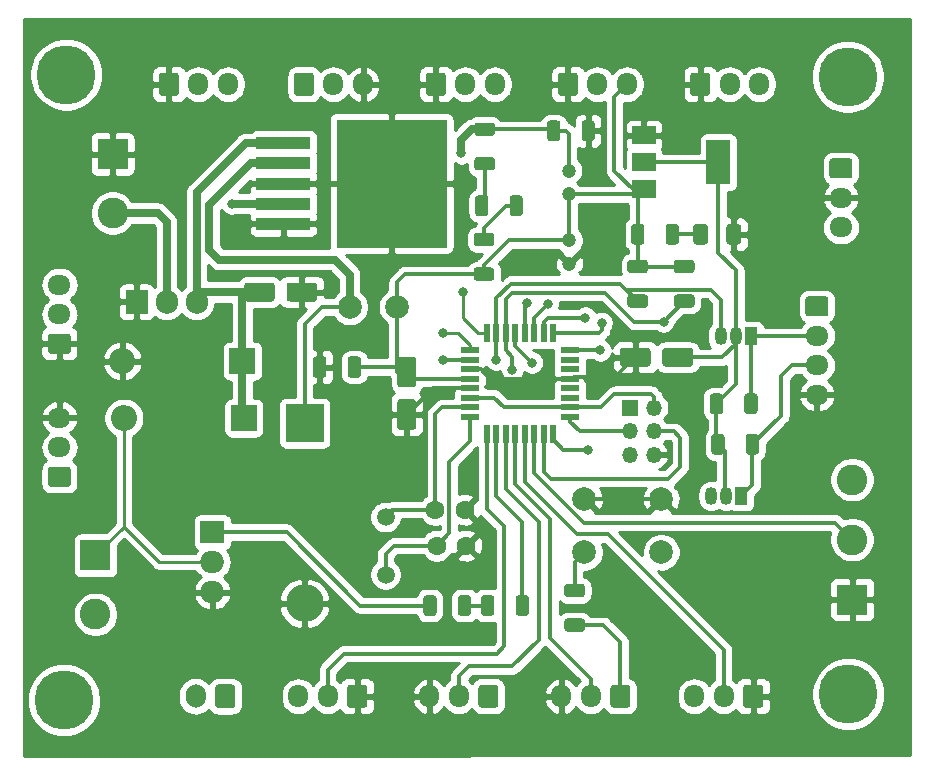
<source format=gbr>
%TF.GenerationSoftware,KiCad,Pcbnew,(5.1.8)-1*%
%TF.CreationDate,2021-09-09T16:11:34+01:00*%
%TF.ProjectId,OSC21,4f534332-312e-46b6-9963-61645f706362,rev?*%
%TF.SameCoordinates,Original*%
%TF.FileFunction,Copper,L1,Top*%
%TF.FilePolarity,Positive*%
%FSLAX46Y46*%
G04 Gerber Fmt 4.6, Leading zero omitted, Abs format (unit mm)*
G04 Created by KiCad (PCBNEW (5.1.8)-1) date 2021-09-09 16:11:34*
%MOMM*%
%LPD*%
G01*
G04 APERTURE LIST*
%TA.AperFunction,ComponentPad*%
%ADD10O,1.950000X1.700000*%
%TD*%
%TA.AperFunction,ComponentPad*%
%ADD11C,2.600000*%
%TD*%
%TA.AperFunction,ComponentPad*%
%ADD12R,2.600000X2.600000*%
%TD*%
%TA.AperFunction,ComponentPad*%
%ADD13O,1.700000X1.950000*%
%TD*%
%TA.AperFunction,ComponentPad*%
%ADD14C,1.600000*%
%TD*%
%TA.AperFunction,ComponentPad*%
%ADD15C,1.500000*%
%TD*%
%TA.AperFunction,SMDPad,CuDef*%
%ADD16R,2.000000X1.500000*%
%TD*%
%TA.AperFunction,SMDPad,CuDef*%
%ADD17R,2.000000X3.800000*%
%TD*%
%TA.AperFunction,SMDPad,CuDef*%
%ADD18R,9.400000X10.800000*%
%TD*%
%TA.AperFunction,SMDPad,CuDef*%
%ADD19R,4.600000X1.100000*%
%TD*%
%TA.AperFunction,SMDPad,CuDef*%
%ADD20R,0.550000X1.600000*%
%TD*%
%TA.AperFunction,SMDPad,CuDef*%
%ADD21R,1.600000X0.550000*%
%TD*%
%TA.AperFunction,ComponentPad*%
%ADD22C,2.000000*%
%TD*%
%TA.AperFunction,ComponentPad*%
%ADD23R,1.050000X1.500000*%
%TD*%
%TA.AperFunction,ComponentPad*%
%ADD24O,1.050000X1.500000*%
%TD*%
%TA.AperFunction,ComponentPad*%
%ADD25O,2.000000X1.905000*%
%TD*%
%TA.AperFunction,ComponentPad*%
%ADD26R,2.000000X1.905000*%
%TD*%
%TA.AperFunction,ComponentPad*%
%ADD27O,1.905000X2.000000*%
%TD*%
%TA.AperFunction,ComponentPad*%
%ADD28R,1.905000X2.000000*%
%TD*%
%TA.AperFunction,ComponentPad*%
%ADD29O,1.700000X2.000000*%
%TD*%
%TA.AperFunction,ComponentPad*%
%ADD30O,1.350000X1.350000*%
%TD*%
%TA.AperFunction,ComponentPad*%
%ADD31R,1.350000X1.350000*%
%TD*%
%TA.AperFunction,ComponentPad*%
%ADD32C,5.000000*%
%TD*%
%TA.AperFunction,ComponentPad*%
%ADD33O,3.200000X3.200000*%
%TD*%
%TA.AperFunction,ComponentPad*%
%ADD34R,3.200000X3.200000*%
%TD*%
%TA.AperFunction,ComponentPad*%
%ADD35O,2.200000X2.200000*%
%TD*%
%TA.AperFunction,ComponentPad*%
%ADD36R,2.200000X2.200000*%
%TD*%
%TA.AperFunction,ComponentPad*%
%ADD37C,1.200000*%
%TD*%
%TA.AperFunction,ViaPad*%
%ADD38C,0.800000*%
%TD*%
%TA.AperFunction,Conductor*%
%ADD39C,0.350000*%
%TD*%
%TA.AperFunction,Conductor*%
%ADD40C,0.700000*%
%TD*%
%TA.AperFunction,Conductor*%
%ADD41C,0.250000*%
%TD*%
%TA.AperFunction,Conductor*%
%ADD42C,0.254000*%
%TD*%
%TA.AperFunction,Conductor*%
%ADD43C,0.100000*%
%TD*%
G04 APERTURE END LIST*
D10*
%TO.P,DIGITAL3,3*%
%TO.N,GND*%
X124206000Y-97893500D03*
%TO.P,DIGITAL3,2*%
%TO.N,DP3*%
X124206000Y-100393500D03*
%TO.P,DIGITAL3,1*%
%TO.N,+5V*%
%TA.AperFunction,ComponentPad*%
G36*
G01*
X124931000Y-103743500D02*
X123481000Y-103743500D01*
G75*
G02*
X123231000Y-103493500I0J250000D01*
G01*
X123231000Y-102293500D01*
G75*
G02*
X123481000Y-102043500I250000J0D01*
G01*
X124931000Y-102043500D01*
G75*
G02*
X125181000Y-102293500I0J-250000D01*
G01*
X125181000Y-103493500D01*
G75*
G02*
X124931000Y-103743500I-250000J0D01*
G01*
G37*
%TD.AperFunction*%
%TD*%
D11*
%TO.P,PWM2,3*%
%TO.N,+5V*%
X191325500Y-103124000D03*
%TO.P,PWM2,2*%
%TO.N,PWM2*%
X191325500Y-108204000D03*
D12*
%TO.P,PWM2,1*%
%TO.N,GND*%
X191325500Y-113284000D03*
%TD*%
D13*
%TO.P,PWM1,3*%
%TO.N,+5V*%
X177943500Y-121475500D03*
%TO.P,PWM1,2*%
%TO.N,PWM1*%
X180443500Y-121475500D03*
%TO.P,PWM1,1*%
%TO.N,GND*%
%TA.AperFunction,ComponentPad*%
G36*
G01*
X183793500Y-120750500D02*
X183793500Y-122200500D01*
G75*
G02*
X183543500Y-122450500I-250000J0D01*
G01*
X182343500Y-122450500D01*
G75*
G02*
X182093500Y-122200500I0J250000D01*
G01*
X182093500Y-120750500D01*
G75*
G02*
X182343500Y-120500500I250000J0D01*
G01*
X183543500Y-120500500D01*
G75*
G02*
X183793500Y-120750500I0J-250000D01*
G01*
G37*
%TD.AperFunction*%
%TD*%
D11*
%TO.P,J1,2*%
%TO.N,Net-(J1-Pad2)*%
X128714500Y-80565000D03*
D12*
%TO.P,J1,1*%
%TO.N,GND*%
X128714500Y-75565000D03*
%TD*%
D13*
%TO.P,DIGITAL2,3*%
%TO.N,GND*%
X166704000Y-121475500D03*
%TO.P,DIGITAL2,2*%
%TO.N,DP1*%
X169204000Y-121475500D03*
%TO.P,DIGITAL2,1*%
%TO.N,+5V*%
%TA.AperFunction,ComponentPad*%
G36*
G01*
X172554000Y-120750500D02*
X172554000Y-122200500D01*
G75*
G02*
X172304000Y-122450500I-250000J0D01*
G01*
X171104000Y-122450500D01*
G75*
G02*
X170854000Y-122200500I0J250000D01*
G01*
X170854000Y-120750500D01*
G75*
G02*
X171104000Y-120500500I250000J0D01*
G01*
X172304000Y-120500500D01*
G75*
G02*
X172554000Y-120750500I0J-250000D01*
G01*
G37*
%TD.AperFunction*%
%TD*%
D14*
%TO.P,C2,2*%
%TO.N,GND*%
X158646500Y-108712000D03*
%TO.P,C2,1*%
%TO.N,XTAL2*%
X156146500Y-108712000D03*
%TD*%
%TO.P,C1,2*%
%TO.N,GND*%
X158519500Y-105664000D03*
%TO.P,C1,1*%
%TO.N,XTAL1*%
X156019500Y-105664000D03*
%TD*%
D15*
%TO.P,Y1,2*%
%TO.N,XTAL2*%
X151828500Y-111179000D03*
%TO.P,Y1,1*%
%TO.N,XTAL1*%
X151828500Y-106299000D03*
%TD*%
D16*
%TO.P,U4,1*%
%TO.N,GND*%
X173697500Y-73963500D03*
%TO.P,U4,3*%
%TO.N,+5V*%
X173697500Y-78563500D03*
%TO.P,U4,2*%
%TO.N,+3V3*%
X173697500Y-76263500D03*
D17*
X179997500Y-76263500D03*
%TD*%
D18*
%TO.P,U2,3*%
%TO.N,GND*%
X152324500Y-78060500D03*
D19*
%TO.P,U2,5*%
X143174500Y-81460500D03*
%TO.P,U2,4*%
%TO.N,r*%
X143174500Y-79760500D03*
%TO.P,U2,3*%
%TO.N,GND*%
X143174500Y-78060500D03*
%TO.P,U2,2*%
%TO.N,Net-(D5-Pad1)*%
X143174500Y-76360500D03*
%TO.P,U2,1*%
%TO.N,+12V*%
X143174500Y-74660500D03*
%TD*%
D20*
%TO.P,U1,32*%
%TO.N,DP2*%
X160395000Y-90746000D03*
%TO.P,U1,31*%
%TO.N,TX*%
X161195000Y-90746000D03*
%TO.P,U1,30*%
%TO.N,RX*%
X161995000Y-90746000D03*
%TO.P,U1,29*%
%TO.N,RST*%
X162795000Y-90746000D03*
%TO.P,U1,28*%
%TO.N,A5*%
X163595000Y-90746000D03*
%TO.P,U1,27*%
%TO.N,A4*%
X164395000Y-90746000D03*
%TO.P,U1,26*%
%TO.N,A3*%
X165195000Y-90746000D03*
%TO.P,U1,25*%
%TO.N,A2*%
X165995000Y-90746000D03*
D21*
%TO.P,U1,24*%
%TO.N,IR_Sen*%
X167445000Y-92196000D03*
%TO.P,U1,23*%
%TO.N,Net-(U1-Pad23)*%
X167445000Y-92996000D03*
%TO.P,U1,22*%
%TO.N,Net-(U1-Pad22)*%
X167445000Y-93796000D03*
%TO.P,U1,21*%
%TO.N,GND*%
X167445000Y-94596000D03*
%TO.P,U1,20*%
%TO.N,Net-(U1-Pad20)*%
X167445000Y-95396000D03*
%TO.P,U1,19*%
%TO.N,Net-(U1-Pad19)*%
X167445000Y-96196000D03*
%TO.P,U1,18*%
%TO.N,+5V*%
X167445000Y-96996000D03*
%TO.P,U1,17*%
%TO.N,SCK*%
X167445000Y-97796000D03*
D20*
%TO.P,U1,16*%
%TO.N,MISO*%
X165995000Y-99246000D03*
%TO.P,U1,15*%
%TO.N,MOSI*%
X165195000Y-99246000D03*
%TO.P,U1,14*%
%TO.N,PWM2*%
X164395000Y-99246000D03*
%TO.P,U1,13*%
%TO.N,PWM1*%
X163595000Y-99246000D03*
%TO.P,U1,12*%
%TO.N,DP1*%
X162795000Y-99246000D03*
%TO.P,U1,11*%
%TO.N,DP4*%
X161995000Y-99246000D03*
%TO.P,U1,10*%
%TO.N,Solenoid*%
X161195000Y-99246000D03*
%TO.P,U1,9*%
%TO.N,PWM4*%
X160395000Y-99246000D03*
D21*
%TO.P,U1,8*%
%TO.N,XTAL2*%
X158945000Y-97796000D03*
%TO.P,U1,7*%
%TO.N,XTAL1*%
X158945000Y-96996000D03*
%TO.P,U1,6*%
%TO.N,+5V*%
X158945000Y-96196000D03*
%TO.P,U1,5*%
%TO.N,GND*%
X158945000Y-95396000D03*
%TO.P,U1,4*%
%TO.N,+5V*%
X158945000Y-94596000D03*
%TO.P,U1,3*%
%TO.N,GND*%
X158945000Y-93796000D03*
%TO.P,U1,2*%
%TO.N,DP3*%
X158945000Y-92996000D03*
%TO.P,U1,1*%
%TO.N,PWM3*%
X158945000Y-92196000D03*
%TD*%
D22*
%TO.P,SW1,1*%
%TO.N,GND*%
X175156000Y-104775000D03*
%TO.P,SW1,2*%
%TO.N,RST*%
X175156000Y-109275000D03*
%TO.P,SW1,1*%
%TO.N,GND*%
X168656000Y-104775000D03*
%TO.P,SW1,2*%
%TO.N,RST*%
X168656000Y-109275000D03*
%TD*%
%TO.P,R12,2*%
%TO.N,+5V*%
%TA.AperFunction,SMDPad,CuDef*%
G36*
G01*
X159521998Y-85164500D02*
X160772002Y-85164500D01*
G75*
G02*
X161022000Y-85414498I0J-249998D01*
G01*
X161022000Y-86039502D01*
G75*
G02*
X160772002Y-86289500I-249998J0D01*
G01*
X159521998Y-86289500D01*
G75*
G02*
X159272000Y-86039502I0J249998D01*
G01*
X159272000Y-85414498D01*
G75*
G02*
X159521998Y-85164500I249998J0D01*
G01*
G37*
%TD.AperFunction*%
%TO.P,R12,1*%
%TO.N,Net-(R11-Pad2)*%
%TA.AperFunction,SMDPad,CuDef*%
G36*
G01*
X159521998Y-82239500D02*
X160772002Y-82239500D01*
G75*
G02*
X161022000Y-82489498I0J-249998D01*
G01*
X161022000Y-83114502D01*
G75*
G02*
X160772002Y-83364500I-249998J0D01*
G01*
X159521998Y-83364500D01*
G75*
G02*
X159272000Y-83114502I0J249998D01*
G01*
X159272000Y-82489498D01*
G75*
G02*
X159521998Y-82239500I249998J0D01*
G01*
G37*
%TD.AperFunction*%
%TD*%
%TO.P,R11,2*%
%TO.N,Net-(R11-Pad2)*%
%TA.AperFunction,SMDPad,CuDef*%
G36*
G01*
X162317000Y-80571502D02*
X162317000Y-79321498D01*
G75*
G02*
X162566998Y-79071500I249998J0D01*
G01*
X163192002Y-79071500D01*
G75*
G02*
X163442000Y-79321498I0J-249998D01*
G01*
X163442000Y-80571502D01*
G75*
G02*
X163192002Y-80821500I-249998J0D01*
G01*
X162566998Y-80821500D01*
G75*
G02*
X162317000Y-80571502I0J249998D01*
G01*
G37*
%TD.AperFunction*%
%TO.P,R11,1*%
%TO.N,Net-(R11-Pad1)*%
%TA.AperFunction,SMDPad,CuDef*%
G36*
G01*
X159392000Y-80571502D02*
X159392000Y-79321498D01*
G75*
G02*
X159641998Y-79071500I249998J0D01*
G01*
X160267002Y-79071500D01*
G75*
G02*
X160517000Y-79321498I0J-249998D01*
G01*
X160517000Y-80571502D01*
G75*
G02*
X160267002Y-80821500I-249998J0D01*
G01*
X159641998Y-80821500D01*
G75*
G02*
X159392000Y-80571502I0J249998D01*
G01*
G37*
%TD.AperFunction*%
%TD*%
%TO.P,R10,2*%
%TO.N,+5V*%
%TA.AperFunction,SMDPad,CuDef*%
G36*
G01*
X177726502Y-85650500D02*
X176476498Y-85650500D01*
G75*
G02*
X176226500Y-85400502I0J249998D01*
G01*
X176226500Y-84775498D01*
G75*
G02*
X176476498Y-84525500I249998J0D01*
G01*
X177726502Y-84525500D01*
G75*
G02*
X177976500Y-84775498I0J-249998D01*
G01*
X177976500Y-85400502D01*
G75*
G02*
X177726502Y-85650500I-249998J0D01*
G01*
G37*
%TD.AperFunction*%
%TO.P,R10,1*%
%TO.N,RX*%
%TA.AperFunction,SMDPad,CuDef*%
G36*
G01*
X177726502Y-88575500D02*
X176476498Y-88575500D01*
G75*
G02*
X176226500Y-88325502I0J249998D01*
G01*
X176226500Y-87700498D01*
G75*
G02*
X176476498Y-87450500I249998J0D01*
G01*
X177726502Y-87450500D01*
G75*
G02*
X177976500Y-87700498I0J-249998D01*
G01*
X177976500Y-88325502D01*
G75*
G02*
X177726502Y-88575500I-249998J0D01*
G01*
G37*
%TD.AperFunction*%
%TD*%
%TO.P,R9,2*%
%TO.N,+3V3*%
%TA.AperFunction,SMDPad,CuDef*%
G36*
G01*
X180519500Y-99514498D02*
X180519500Y-100764502D01*
G75*
G02*
X180269502Y-101014500I-249998J0D01*
G01*
X179644498Y-101014500D01*
G75*
G02*
X179394500Y-100764502I0J249998D01*
G01*
X179394500Y-99514498D01*
G75*
G02*
X179644498Y-99264500I249998J0D01*
G01*
X180269502Y-99264500D01*
G75*
G02*
X180519500Y-99514498I0J-249998D01*
G01*
G37*
%TD.AperFunction*%
%TO.P,R9,1*%
%TO.N,RX_Rasp*%
%TA.AperFunction,SMDPad,CuDef*%
G36*
G01*
X183444500Y-99514498D02*
X183444500Y-100764502D01*
G75*
G02*
X183194502Y-101014500I-249998J0D01*
G01*
X182569498Y-101014500D01*
G75*
G02*
X182319500Y-100764502I0J249998D01*
G01*
X182319500Y-99514498D01*
G75*
G02*
X182569498Y-99264500I249998J0D01*
G01*
X183194502Y-99264500D01*
G75*
G02*
X183444500Y-99514498I0J-249998D01*
G01*
G37*
%TD.AperFunction*%
%TD*%
%TO.P,R8,2*%
%TO.N,+5V*%
%TA.AperFunction,SMDPad,CuDef*%
G36*
G01*
X173789502Y-85650500D02*
X172539498Y-85650500D01*
G75*
G02*
X172289500Y-85400502I0J249998D01*
G01*
X172289500Y-84775498D01*
G75*
G02*
X172539498Y-84525500I249998J0D01*
G01*
X173789502Y-84525500D01*
G75*
G02*
X174039500Y-84775498I0J-249998D01*
G01*
X174039500Y-85400502D01*
G75*
G02*
X173789502Y-85650500I-249998J0D01*
G01*
G37*
%TD.AperFunction*%
%TO.P,R8,1*%
%TO.N,TX*%
%TA.AperFunction,SMDPad,CuDef*%
G36*
G01*
X173789502Y-88575500D02*
X172539498Y-88575500D01*
G75*
G02*
X172289500Y-88325502I0J249998D01*
G01*
X172289500Y-87700498D01*
G75*
G02*
X172539498Y-87450500I249998J0D01*
G01*
X173789502Y-87450500D01*
G75*
G02*
X174039500Y-87700498I0J-249998D01*
G01*
X174039500Y-88325502D01*
G75*
G02*
X173789502Y-88575500I-249998J0D01*
G01*
G37*
%TD.AperFunction*%
%TD*%
%TO.P,R7,2*%
%TO.N,+5V*%
%TA.AperFunction,SMDPad,CuDef*%
G36*
G01*
X173727000Y-81734498D02*
X173727000Y-82984502D01*
G75*
G02*
X173477002Y-83234500I-249998J0D01*
G01*
X172851998Y-83234500D01*
G75*
G02*
X172602000Y-82984502I0J249998D01*
G01*
X172602000Y-81734498D01*
G75*
G02*
X172851998Y-81484500I249998J0D01*
G01*
X173477002Y-81484500D01*
G75*
G02*
X173727000Y-81734498I0J-249998D01*
G01*
G37*
%TD.AperFunction*%
%TO.P,R7,1*%
%TO.N,Net-(D1-Pad2)*%
%TA.AperFunction,SMDPad,CuDef*%
G36*
G01*
X176652000Y-81734498D02*
X176652000Y-82984502D01*
G75*
G02*
X176402002Y-83234500I-249998J0D01*
G01*
X175776998Y-83234500D01*
G75*
G02*
X175527000Y-82984502I0J249998D01*
G01*
X175527000Y-81734498D01*
G75*
G02*
X175776998Y-81484500I249998J0D01*
G01*
X176402002Y-81484500D01*
G75*
G02*
X176652000Y-81734498I0J-249998D01*
G01*
G37*
%TD.AperFunction*%
%TD*%
%TO.P,R6,2*%
%TO.N,Net-(R11-Pad1)*%
%TA.AperFunction,SMDPad,CuDef*%
G36*
G01*
X159585498Y-75828000D02*
X160835502Y-75828000D01*
G75*
G02*
X161085500Y-76077998I0J-249998D01*
G01*
X161085500Y-76703002D01*
G75*
G02*
X160835502Y-76953000I-249998J0D01*
G01*
X159585498Y-76953000D01*
G75*
G02*
X159335500Y-76703002I0J249998D01*
G01*
X159335500Y-76077998D01*
G75*
G02*
X159585498Y-75828000I249998J0D01*
G01*
G37*
%TD.AperFunction*%
%TO.P,R6,1*%
%TO.N,r*%
%TA.AperFunction,SMDPad,CuDef*%
G36*
G01*
X159585498Y-72903000D02*
X160835502Y-72903000D01*
G75*
G02*
X161085500Y-73152998I0J-249998D01*
G01*
X161085500Y-73778002D01*
G75*
G02*
X160835502Y-74028000I-249998J0D01*
G01*
X159585498Y-74028000D01*
G75*
G02*
X159335500Y-73778002I0J249998D01*
G01*
X159335500Y-73152998D01*
G75*
G02*
X159585498Y-72903000I249998J0D01*
G01*
G37*
%TD.AperFunction*%
%TD*%
%TO.P,R5,2*%
%TO.N,r*%
%TA.AperFunction,SMDPad,CuDef*%
G36*
G01*
X166613000Y-72971498D02*
X166613000Y-74221502D01*
G75*
G02*
X166363002Y-74471500I-249998J0D01*
G01*
X165737998Y-74471500D01*
G75*
G02*
X165488000Y-74221502I0J249998D01*
G01*
X165488000Y-72971498D01*
G75*
G02*
X165737998Y-72721500I249998J0D01*
G01*
X166363002Y-72721500D01*
G75*
G02*
X166613000Y-72971498I0J-249998D01*
G01*
G37*
%TD.AperFunction*%
%TO.P,R5,1*%
%TO.N,GND*%
%TA.AperFunction,SMDPad,CuDef*%
G36*
G01*
X169538000Y-72971498D02*
X169538000Y-74221502D01*
G75*
G02*
X169288002Y-74471500I-249998J0D01*
G01*
X168662998Y-74471500D01*
G75*
G02*
X168413000Y-74221502I0J249998D01*
G01*
X168413000Y-72971498D01*
G75*
G02*
X168662998Y-72721500I249998J0D01*
G01*
X169288002Y-72721500D01*
G75*
G02*
X169538000Y-72971498I0J-249998D01*
G01*
G37*
%TD.AperFunction*%
%TD*%
%TO.P,R4,2*%
%TO.N,Solenoid*%
%TA.AperFunction,SMDPad,CuDef*%
G36*
G01*
X162825000Y-114417002D02*
X162825000Y-113166998D01*
G75*
G02*
X163074998Y-112917000I249998J0D01*
G01*
X163700002Y-112917000D01*
G75*
G02*
X163950000Y-113166998I0J-249998D01*
G01*
X163950000Y-114417002D01*
G75*
G02*
X163700002Y-114667000I-249998J0D01*
G01*
X163074998Y-114667000D01*
G75*
G02*
X162825000Y-114417002I0J249998D01*
G01*
G37*
%TD.AperFunction*%
%TO.P,R4,1*%
%TO.N,Net-(R3-Pad2)*%
%TA.AperFunction,SMDPad,CuDef*%
G36*
G01*
X159900000Y-114417002D02*
X159900000Y-113166998D01*
G75*
G02*
X160149998Y-112917000I249998J0D01*
G01*
X160775002Y-112917000D01*
G75*
G02*
X161025000Y-113166998I0J-249998D01*
G01*
X161025000Y-114417002D01*
G75*
G02*
X160775002Y-114667000I-249998J0D01*
G01*
X160149998Y-114667000D01*
G75*
G02*
X159900000Y-114417002I0J249998D01*
G01*
G37*
%TD.AperFunction*%
%TD*%
%TO.P,R3,2*%
%TO.N,Net-(R3-Pad2)*%
%TA.AperFunction,SMDPad,CuDef*%
G36*
G01*
X157935500Y-114417002D02*
X157935500Y-113166998D01*
G75*
G02*
X158185498Y-112917000I249998J0D01*
G01*
X158810502Y-112917000D01*
G75*
G02*
X159060500Y-113166998I0J-249998D01*
G01*
X159060500Y-114417002D01*
G75*
G02*
X158810502Y-114667000I-249998J0D01*
G01*
X158185498Y-114667000D01*
G75*
G02*
X157935500Y-114417002I0J249998D01*
G01*
G37*
%TD.AperFunction*%
%TO.P,R3,1*%
%TO.N,Net-(Q2-Pad1)*%
%TA.AperFunction,SMDPad,CuDef*%
G36*
G01*
X155010500Y-114417002D02*
X155010500Y-113166998D01*
G75*
G02*
X155260498Y-112917000I249998J0D01*
G01*
X155885502Y-112917000D01*
G75*
G02*
X156135500Y-113166998I0J-249998D01*
G01*
X156135500Y-114417002D01*
G75*
G02*
X155885502Y-114667000I-249998J0D01*
G01*
X155260498Y-114667000D01*
G75*
G02*
X155010500Y-114417002I0J249998D01*
G01*
G37*
%TD.AperFunction*%
%TD*%
%TO.P,R2,2*%
%TO.N,+3V3*%
%TA.AperFunction,SMDPad,CuDef*%
G36*
G01*
X180392500Y-96085498D02*
X180392500Y-97335502D01*
G75*
G02*
X180142502Y-97585500I-249998J0D01*
G01*
X179517498Y-97585500D01*
G75*
G02*
X179267500Y-97335502I0J249998D01*
G01*
X179267500Y-96085498D01*
G75*
G02*
X179517498Y-95835500I249998J0D01*
G01*
X180142502Y-95835500D01*
G75*
G02*
X180392500Y-96085498I0J-249998D01*
G01*
G37*
%TD.AperFunction*%
%TO.P,R2,1*%
%TO.N,TX_Rasp*%
%TA.AperFunction,SMDPad,CuDef*%
G36*
G01*
X183317500Y-96085498D02*
X183317500Y-97335502D01*
G75*
G02*
X183067502Y-97585500I-249998J0D01*
G01*
X182442498Y-97585500D01*
G75*
G02*
X182192500Y-97335502I0J249998D01*
G01*
X182192500Y-96085498D01*
G75*
G02*
X182442498Y-95835500I249998J0D01*
G01*
X183067502Y-95835500D01*
G75*
G02*
X183317500Y-96085498I0J-249998D01*
G01*
G37*
%TD.AperFunction*%
%TD*%
%TO.P,R1,2*%
%TO.N,RST*%
%TA.AperFunction,SMDPad,CuDef*%
G36*
G01*
X168455502Y-113082500D02*
X167205498Y-113082500D01*
G75*
G02*
X166955500Y-112832502I0J249998D01*
G01*
X166955500Y-112207498D01*
G75*
G02*
X167205498Y-111957500I249998J0D01*
G01*
X168455502Y-111957500D01*
G75*
G02*
X168705500Y-112207498I0J-249998D01*
G01*
X168705500Y-112832502D01*
G75*
G02*
X168455502Y-113082500I-249998J0D01*
G01*
G37*
%TD.AperFunction*%
%TO.P,R1,1*%
%TO.N,+5V*%
%TA.AperFunction,SMDPad,CuDef*%
G36*
G01*
X168455502Y-116007500D02*
X167205498Y-116007500D01*
G75*
G02*
X166955500Y-115757502I0J249998D01*
G01*
X166955500Y-115132498D01*
G75*
G02*
X167205498Y-114882500I249998J0D01*
G01*
X168455502Y-114882500D01*
G75*
G02*
X168705500Y-115132498I0J-249998D01*
G01*
X168705500Y-115757502D01*
G75*
G02*
X168455502Y-116007500I-249998J0D01*
G01*
G37*
%TD.AperFunction*%
%TD*%
D23*
%TO.P,Q4,1*%
%TO.N,RX_Rasp*%
X181927500Y-104521000D03*
D24*
%TO.P,Q4,3*%
%TO.N,RX*%
X179387500Y-104521000D03*
%TO.P,Q4,2*%
%TO.N,+3V3*%
X180657500Y-104521000D03*
%TD*%
D23*
%TO.P,Q3,1*%
%TO.N,TX_Rasp*%
X182753000Y-90995500D03*
D24*
%TO.P,Q3,3*%
%TO.N,TX*%
X180213000Y-90995500D03*
%TO.P,Q3,2*%
%TO.N,+3V3*%
X181483000Y-90995500D03*
%TD*%
D25*
%TO.P,Q2,3*%
%TO.N,GND*%
X137160000Y-112649000D03*
%TO.P,Q2,2*%
%TO.N,Net-(D4-Pad2)*%
X137160000Y-110109000D03*
D26*
%TO.P,Q2,1*%
%TO.N,Net-(Q2-Pad1)*%
X137160000Y-107569000D03*
%TD*%
D27*
%TO.P,Q1,3*%
%TO.N,+12V*%
X135826500Y-88074500D03*
%TO.P,Q1,2*%
%TO.N,Net-(J1-Pad2)*%
X133286500Y-88074500D03*
D28*
%TO.P,Q1,1*%
%TO.N,GND*%
X130746500Y-88074500D03*
%TD*%
D22*
%TO.P,L1,2*%
%TO.N,+5V*%
X152780500Y-88519000D03*
%TO.P,L1,1*%
%TO.N,Net-(D5-Pad1)*%
X148780500Y-88519000D03*
%TD*%
D13*
%TO.P,ANALOG4,3*%
%TO.N,GND*%
X149907000Y-69659500D03*
%TO.P,ANALOG4,2*%
%TO.N,A5*%
X147407000Y-69659500D03*
%TO.P,ANALOG4,1*%
%TO.N,+5V*%
%TA.AperFunction,ComponentPad*%
G36*
G01*
X144057000Y-70384500D02*
X144057000Y-68934500D01*
G75*
G02*
X144307000Y-68684500I250000J0D01*
G01*
X145507000Y-68684500D01*
G75*
G02*
X145757000Y-68934500I0J-250000D01*
G01*
X145757000Y-70384500D01*
G75*
G02*
X145507000Y-70634500I-250000J0D01*
G01*
X144307000Y-70634500D01*
G75*
G02*
X144057000Y-70384500I0J250000D01*
G01*
G37*
%TD.AperFunction*%
%TD*%
%TO.P,ANALOG3,3*%
%TO.N,+5V*%
X161083000Y-69659500D03*
%TO.P,ANALOG3,2*%
%TO.N,A4*%
X158583000Y-69659500D03*
%TO.P,ANALOG3,1*%
%TO.N,GND*%
%TA.AperFunction,ComponentPad*%
G36*
G01*
X155233000Y-70384500D02*
X155233000Y-68934500D01*
G75*
G02*
X155483000Y-68684500I250000J0D01*
G01*
X156683000Y-68684500D01*
G75*
G02*
X156933000Y-68934500I0J-250000D01*
G01*
X156933000Y-70384500D01*
G75*
G02*
X156683000Y-70634500I-250000J0D01*
G01*
X155483000Y-70634500D01*
G75*
G02*
X155233000Y-70384500I0J250000D01*
G01*
G37*
%TD.AperFunction*%
%TD*%
%TO.P,DIGITAL4,3*%
%TO.N,GND*%
X155528000Y-121475500D03*
%TO.P,DIGITAL4,2*%
%TO.N,DP4*%
X158028000Y-121475500D03*
%TO.P,DIGITAL4,1*%
%TO.N,+5V*%
%TA.AperFunction,ComponentPad*%
G36*
G01*
X161378000Y-120750500D02*
X161378000Y-122200500D01*
G75*
G02*
X161128000Y-122450500I-250000J0D01*
G01*
X159928000Y-122450500D01*
G75*
G02*
X159678000Y-122200500I0J250000D01*
G01*
X159678000Y-120750500D01*
G75*
G02*
X159928000Y-120500500I250000J0D01*
G01*
X161128000Y-120500500D01*
G75*
G02*
X161378000Y-120750500I0J-250000D01*
G01*
G37*
%TD.AperFunction*%
%TD*%
%TO.P,DIGITAL1,3*%
%TO.N,+5V*%
X138477000Y-69659500D03*
%TO.P,DIGITAL1,2*%
%TO.N,DP2*%
X135977000Y-69659500D03*
%TO.P,DIGITAL1,1*%
%TO.N,GND*%
%TA.AperFunction,ComponentPad*%
G36*
G01*
X132627000Y-70384500D02*
X132627000Y-68934500D01*
G75*
G02*
X132877000Y-68684500I250000J0D01*
G01*
X134077000Y-68684500D01*
G75*
G02*
X134327000Y-68934500I0J-250000D01*
G01*
X134327000Y-70384500D01*
G75*
G02*
X134077000Y-70634500I-250000J0D01*
G01*
X132877000Y-70634500D01*
G75*
G02*
X132627000Y-70384500I0J250000D01*
G01*
G37*
%TD.AperFunction*%
%TD*%
%TO.P,ANALOG2,3*%
%TO.N,+5V*%
X183451500Y-69659500D03*
%TO.P,ANALOG2,2*%
%TO.N,A2*%
X180951500Y-69659500D03*
%TO.P,ANALOG2,1*%
%TO.N,GND*%
%TA.AperFunction,ComponentPad*%
G36*
G01*
X177601500Y-70384500D02*
X177601500Y-68934500D01*
G75*
G02*
X177851500Y-68684500I250000J0D01*
G01*
X179051500Y-68684500D01*
G75*
G02*
X179301500Y-68934500I0J-250000D01*
G01*
X179301500Y-70384500D01*
G75*
G02*
X179051500Y-70634500I-250000J0D01*
G01*
X177851500Y-70634500D01*
G75*
G02*
X177601500Y-70384500I0J250000D01*
G01*
G37*
%TD.AperFunction*%
%TD*%
%TO.P,ANALOG1,3*%
%TO.N,+5V*%
X172259000Y-69659500D03*
%TO.P,ANALOG1,2*%
%TO.N,A3*%
X169759000Y-69659500D03*
%TO.P,ANALOG1,1*%
%TO.N,GND*%
%TA.AperFunction,ComponentPad*%
G36*
G01*
X166409000Y-70384500D02*
X166409000Y-68934500D01*
G75*
G02*
X166659000Y-68684500I250000J0D01*
G01*
X167859000Y-68684500D01*
G75*
G02*
X168109000Y-68934500I0J-250000D01*
G01*
X168109000Y-70384500D01*
G75*
G02*
X167859000Y-70634500I-250000J0D01*
G01*
X166659000Y-70634500D01*
G75*
G02*
X166409000Y-70384500I0J250000D01*
G01*
G37*
%TD.AperFunction*%
%TD*%
%TO.P,PWM4,3*%
%TO.N,+5V*%
X144415500Y-121475500D03*
%TO.P,PWM4,2*%
%TO.N,PWM4*%
X146915500Y-121475500D03*
%TO.P,PWM4,1*%
%TO.N,GND*%
%TA.AperFunction,ComponentPad*%
G36*
G01*
X150265500Y-120750500D02*
X150265500Y-122200500D01*
G75*
G02*
X150015500Y-122450500I-250000J0D01*
G01*
X148815500Y-122450500D01*
G75*
G02*
X148565500Y-122200500I0J250000D01*
G01*
X148565500Y-120750500D01*
G75*
G02*
X148815500Y-120500500I250000J0D01*
G01*
X150015500Y-120500500D01*
G75*
G02*
X150265500Y-120750500I0J-250000D01*
G01*
G37*
%TD.AperFunction*%
%TD*%
D10*
%TO.P,PWM3,3*%
%TO.N,+5V*%
X124206000Y-86630500D03*
%TO.P,PWM3,2*%
%TO.N,PWM3*%
X124206000Y-89130500D03*
%TO.P,PWM3,1*%
%TO.N,GND*%
%TA.AperFunction,ComponentPad*%
G36*
G01*
X124931000Y-92480500D02*
X123481000Y-92480500D01*
G75*
G02*
X123231000Y-92230500I0J250000D01*
G01*
X123231000Y-91030500D01*
G75*
G02*
X123481000Y-90780500I250000J0D01*
G01*
X124931000Y-90780500D01*
G75*
G02*
X125181000Y-91030500I0J-250000D01*
G01*
X125181000Y-92230500D01*
G75*
G02*
X124931000Y-92480500I-250000J0D01*
G01*
G37*
%TD.AperFunction*%
%TD*%
D29*
%TO.P,UART1,2*%
%TO.N,TX*%
X135739500Y-121475500D03*
%TO.P,UART1,1*%
%TO.N,RX*%
%TA.AperFunction,ComponentPad*%
G36*
G01*
X139089500Y-120725500D02*
X139089500Y-122225500D01*
G75*
G02*
X138839500Y-122475500I-250000J0D01*
G01*
X137639500Y-122475500D01*
G75*
G02*
X137389500Y-122225500I0J250000D01*
G01*
X137389500Y-120725500D01*
G75*
G02*
X137639500Y-120475500I250000J0D01*
G01*
X138839500Y-120475500D01*
G75*
G02*
X139089500Y-120725500I0J-250000D01*
G01*
G37*
%TD.AperFunction*%
%TD*%
D11*
%TO.P,solenoid1,2*%
%TO.N,+12V*%
X127254000Y-114537500D03*
D12*
%TO.P,solenoid1,1*%
%TO.N,Net-(D4-Pad2)*%
X127254000Y-109537500D03*
%TD*%
D10*
%TO.P,Sharp1,3*%
%TO.N,IR_Sen*%
X190373000Y-81771500D03*
%TO.P,Sharp1,2*%
%TO.N,GND*%
X190373000Y-79271500D03*
%TO.P,Sharp1,1*%
%TO.N,+5V*%
%TA.AperFunction,ComponentPad*%
G36*
G01*
X189648000Y-75921500D02*
X191098000Y-75921500D01*
G75*
G02*
X191348000Y-76171500I0J-250000D01*
G01*
X191348000Y-77371500D01*
G75*
G02*
X191098000Y-77621500I-250000J0D01*
G01*
X189648000Y-77621500D01*
G75*
G02*
X189398000Y-77371500I0J250000D01*
G01*
X189398000Y-76171500D01*
G75*
G02*
X189648000Y-75921500I250000J0D01*
G01*
G37*
%TD.AperFunction*%
%TD*%
%TO.P,UART_to_raspberry1,4*%
%TO.N,GND*%
X188341000Y-95955500D03*
%TO.P,UART_to_raspberry1,3*%
%TO.N,RX_Rasp*%
X188341000Y-93455500D03*
%TO.P,UART_to_raspberry1,2*%
%TO.N,TX_Rasp*%
X188341000Y-90955500D03*
%TO.P,UART_to_raspberry1,1*%
%TO.N,+5V*%
%TA.AperFunction,ComponentPad*%
G36*
G01*
X187616000Y-87605500D02*
X189066000Y-87605500D01*
G75*
G02*
X189316000Y-87855500I0J-250000D01*
G01*
X189316000Y-89055500D01*
G75*
G02*
X189066000Y-89305500I-250000J0D01*
G01*
X187616000Y-89305500D01*
G75*
G02*
X187366000Y-89055500I0J250000D01*
G01*
X187366000Y-87855500D01*
G75*
G02*
X187616000Y-87605500I250000J0D01*
G01*
G37*
%TD.AperFunction*%
%TD*%
D30*
%TO.P,J2,6*%
%TO.N,GND*%
X174529500Y-101028000D03*
%TO.P,J2,5*%
%TO.N,RST*%
X172529500Y-101028000D03*
%TO.P,J2,4*%
%TO.N,MOSI*%
X174529500Y-99028000D03*
%TO.P,J2,3*%
%TO.N,SCK*%
X172529500Y-99028000D03*
%TO.P,J2,2*%
%TO.N,+5V*%
X174529500Y-97028000D03*
D31*
%TO.P,J2,1*%
%TO.N,MISO*%
X172529500Y-97028000D03*
%TD*%
D32*
%TO.P,H4,1*%
%TO.N,N/C*%
X124587000Y-121793000D03*
%TD*%
%TO.P,H3,1*%
%TO.N,N/C*%
X191008000Y-121285000D03*
%TD*%
%TO.P,H2,1*%
%TO.N,N/C*%
X190944500Y-69024500D03*
%TD*%
%TO.P,H1,1*%
%TO.N,N/C*%
X124777500Y-68834000D03*
%TD*%
D33*
%TO.P,D5,2*%
%TO.N,GND*%
X144970500Y-113601500D03*
D34*
%TO.P,D5,1*%
%TO.N,Net-(D5-Pad1)*%
X144970500Y-98361500D03*
%TD*%
D35*
%TO.P,D4,2*%
%TO.N,Net-(D4-Pad2)*%
X129667000Y-97917000D03*
D36*
%TO.P,D4,1*%
%TO.N,+12V*%
X139827000Y-97917000D03*
%TD*%
D35*
%TO.P,D2,2*%
%TO.N,GND*%
X129540000Y-93091000D03*
D36*
%TO.P,D2,1*%
%TO.N,+12V*%
X139700000Y-93091000D03*
%TD*%
%TO.P,D1,2*%
%TO.N,Net-(D1-Pad2)*%
%TA.AperFunction,SMDPad,CuDef*%
G36*
G01*
X179120500Y-81734500D02*
X179120500Y-82984500D01*
G75*
G02*
X178870500Y-83234500I-250000J0D01*
G01*
X178120500Y-83234500D01*
G75*
G02*
X177870500Y-82984500I0J250000D01*
G01*
X177870500Y-81734500D01*
G75*
G02*
X178120500Y-81484500I250000J0D01*
G01*
X178870500Y-81484500D01*
G75*
G02*
X179120500Y-81734500I0J-250000D01*
G01*
G37*
%TD.AperFunction*%
%TO.P,D1,1*%
%TO.N,GND*%
%TA.AperFunction,SMDPad,CuDef*%
G36*
G01*
X181920500Y-81734500D02*
X181920500Y-82984500D01*
G75*
G02*
X181670500Y-83234500I-250000J0D01*
G01*
X180920500Y-83234500D01*
G75*
G02*
X180670500Y-82984500I0J250000D01*
G01*
X180670500Y-81734500D01*
G75*
G02*
X180920500Y-81484500I250000J0D01*
G01*
X181670500Y-81484500D01*
G75*
G02*
X181920500Y-81734500I0J-250000D01*
G01*
G37*
%TD.AperFunction*%
%TD*%
%TO.P,C10,2*%
%TO.N,GND*%
%TA.AperFunction,SMDPad,CuDef*%
G36*
G01*
X174252000Y-92223500D02*
X174252000Y-93323500D01*
G75*
G02*
X174002000Y-93573500I-250000J0D01*
G01*
X171902000Y-93573500D01*
G75*
G02*
X171652000Y-93323500I0J250000D01*
G01*
X171652000Y-92223500D01*
G75*
G02*
X171902000Y-91973500I250000J0D01*
G01*
X174002000Y-91973500D01*
G75*
G02*
X174252000Y-92223500I0J-250000D01*
G01*
G37*
%TD.AperFunction*%
%TO.P,C10,1*%
%TO.N,+3V3*%
%TA.AperFunction,SMDPad,CuDef*%
G36*
G01*
X177852000Y-92223500D02*
X177852000Y-93323500D01*
G75*
G02*
X177602000Y-93573500I-250000J0D01*
G01*
X175502000Y-93573500D01*
G75*
G02*
X175252000Y-93323500I0J250000D01*
G01*
X175252000Y-92223500D01*
G75*
G02*
X175502000Y-91973500I250000J0D01*
G01*
X177602000Y-91973500D01*
G75*
G02*
X177852000Y-92223500I0J-250000D01*
G01*
G37*
%TD.AperFunction*%
%TD*%
D37*
%TO.P,C9,2*%
%TO.N,GND*%
X167386000Y-84867500D03*
%TO.P,C9,1*%
%TO.N,+5V*%
X167386000Y-82867500D03*
%TD*%
%TO.P,C6,2*%
%TO.N,+5V*%
X167322500Y-78962000D03*
%TO.P,C6,1*%
%TO.N,r*%
X167322500Y-76962000D03*
%TD*%
%TO.P,C5,2*%
%TO.N,GND*%
%TA.AperFunction,SMDPad,CuDef*%
G36*
G01*
X153056500Y-96321500D02*
X154156500Y-96321500D01*
G75*
G02*
X154406500Y-96571500I0J-250000D01*
G01*
X154406500Y-98671500D01*
G75*
G02*
X154156500Y-98921500I-250000J0D01*
G01*
X153056500Y-98921500D01*
G75*
G02*
X152806500Y-98671500I0J250000D01*
G01*
X152806500Y-96571500D01*
G75*
G02*
X153056500Y-96321500I250000J0D01*
G01*
G37*
%TD.AperFunction*%
%TO.P,C5,1*%
%TO.N,+5V*%
%TA.AperFunction,SMDPad,CuDef*%
G36*
G01*
X153056500Y-92721500D02*
X154156500Y-92721500D01*
G75*
G02*
X154406500Y-92971500I0J-250000D01*
G01*
X154406500Y-95071500D01*
G75*
G02*
X154156500Y-95321500I-250000J0D01*
G01*
X153056500Y-95321500D01*
G75*
G02*
X152806500Y-95071500I0J250000D01*
G01*
X152806500Y-92971500D01*
G75*
G02*
X153056500Y-92721500I250000J0D01*
G01*
G37*
%TD.AperFunction*%
%TD*%
%TO.P,C4,2*%
%TO.N,GND*%
%TA.AperFunction,SMDPad,CuDef*%
G36*
G01*
X143438500Y-87799000D02*
X143438500Y-86699000D01*
G75*
G02*
X143688500Y-86449000I250000J0D01*
G01*
X145788500Y-86449000D01*
G75*
G02*
X146038500Y-86699000I0J-250000D01*
G01*
X146038500Y-87799000D01*
G75*
G02*
X145788500Y-88049000I-250000J0D01*
G01*
X143688500Y-88049000D01*
G75*
G02*
X143438500Y-87799000I0J250000D01*
G01*
G37*
%TD.AperFunction*%
%TO.P,C4,1*%
%TO.N,+12V*%
%TA.AperFunction,SMDPad,CuDef*%
G36*
G01*
X139838500Y-87799000D02*
X139838500Y-86699000D01*
G75*
G02*
X140088500Y-86449000I250000J0D01*
G01*
X142188500Y-86449000D01*
G75*
G02*
X142438500Y-86699000I0J-250000D01*
G01*
X142438500Y-87799000D01*
G75*
G02*
X142188500Y-88049000I-250000J0D01*
G01*
X140088500Y-88049000D01*
G75*
G02*
X139838500Y-87799000I0J250000D01*
G01*
G37*
%TD.AperFunction*%
%TD*%
%TO.P,C3,2*%
%TO.N,+5V*%
%TA.AperFunction,SMDPad,CuDef*%
G36*
G01*
X148601000Y-94249001D02*
X148601000Y-92948999D01*
G75*
G02*
X148850999Y-92699000I249999J0D01*
G01*
X149501001Y-92699000D01*
G75*
G02*
X149751000Y-92948999I0J-249999D01*
G01*
X149751000Y-94249001D01*
G75*
G02*
X149501001Y-94499000I-249999J0D01*
G01*
X148850999Y-94499000D01*
G75*
G02*
X148601000Y-94249001I0J249999D01*
G01*
G37*
%TD.AperFunction*%
%TO.P,C3,1*%
%TO.N,GND*%
%TA.AperFunction,SMDPad,CuDef*%
G36*
G01*
X145651000Y-94249001D02*
X145651000Y-92948999D01*
G75*
G02*
X145900999Y-92699000I249999J0D01*
G01*
X146551001Y-92699000D01*
G75*
G02*
X146801000Y-92948999I0J-249999D01*
G01*
X146801000Y-94249001D01*
G75*
G02*
X146551001Y-94499000I-249999J0D01*
G01*
X145900999Y-94499000D01*
G75*
G02*
X145651000Y-94249001I0J249999D01*
G01*
G37*
%TD.AperFunction*%
%TD*%
D38*
%TO.N,RST*%
X164211000Y-93218000D03*
%TO.N,MISO*%
X168973500Y-100584000D03*
%TO.N,IR_Sen*%
X169995500Y-92196000D03*
%TO.N,RX*%
X175356250Y-89758250D03*
X162560000Y-93853000D03*
%TO.N,TX*%
X161163000Y-92964000D03*
%TO.N,PWM3*%
X156654500Y-90741500D03*
%TO.N,A3*%
X168719500Y-89408000D03*
%TO.N,A2*%
X170116500Y-89852500D03*
%TO.N,DP2*%
X158369000Y-87249000D03*
%TO.N,DP3*%
X156654500Y-93027500D03*
%TO.N,A4*%
X165544500Y-88265000D03*
%TO.N,A5*%
X163766500Y-88201500D03*
%TO.N,r*%
X138806500Y-79760500D03*
X158242000Y-75501500D03*
%TD*%
D39*
%TO.N,GND*%
X155832000Y-95396000D02*
X158945000Y-95396000D01*
X153606500Y-97621500D02*
X155832000Y-95396000D01*
X181295500Y-82359500D02*
X181295500Y-81213500D01*
X183237500Y-79271500D02*
X190373000Y-79271500D01*
X181295500Y-81213500D02*
X183237500Y-79271500D01*
X167808999Y-94446001D02*
X171279499Y-94446001D01*
X167659000Y-94596000D02*
X167808999Y-94446001D01*
X171279499Y-94446001D02*
X172952000Y-92773500D01*
X167445000Y-94596000D02*
X167659000Y-94596000D01*
X175156000Y-104775000D02*
X168656000Y-104775000D01*
X159895002Y-93796000D02*
X158945000Y-93796000D01*
X160695002Y-94596000D02*
X159895002Y-93796000D01*
X167445000Y-94596000D02*
X160695002Y-94596000D01*
%TO.N,XTAL1*%
X158945000Y-96996000D02*
X156623000Y-96996000D01*
X156019500Y-97599500D02*
X156019500Y-105664000D01*
X156623000Y-96996000D02*
X156019500Y-97599500D01*
X151828500Y-106299000D02*
X151828500Y-106235500D01*
X152400000Y-105664000D02*
X156019500Y-105664000D01*
X151828500Y-106235500D02*
X152400000Y-105664000D01*
%TO.N,XTAL2*%
X151828500Y-111179000D02*
X151828500Y-109410500D01*
X152527000Y-108712000D02*
X156146500Y-108712000D01*
X151828500Y-109410500D02*
X152527000Y-108712000D01*
X158945000Y-97796000D02*
X158945000Y-99881000D01*
X157194501Y-101631499D02*
X157194501Y-107663999D01*
X158945000Y-99881000D02*
X157194501Y-101631499D01*
X157194501Y-107663999D02*
X156146500Y-108712000D01*
D40*
%TO.N,+12V*%
X135826500Y-88074500D02*
X135826500Y-87820500D01*
X135826500Y-87820500D02*
X136398000Y-87249000D01*
X143174500Y-74660500D02*
X139969500Y-74660500D01*
X135826500Y-78803500D02*
X135826500Y-88074500D01*
X139969500Y-74660500D02*
X135826500Y-78803500D01*
X139700000Y-93091000D02*
X139700000Y-87376000D01*
X139700000Y-87376000D02*
X139827000Y-87249000D01*
X139827000Y-87249000D02*
X141138500Y-87249000D01*
X136398000Y-87249000D02*
X139827000Y-87249000D01*
X139700000Y-97790000D02*
X139827000Y-97917000D01*
X139700000Y-93091000D02*
X139700000Y-97790000D01*
D39*
%TO.N,+3V3*%
X173697500Y-76263500D02*
X179997500Y-76263500D01*
X181483000Y-90995500D02*
X181483000Y-91630500D01*
X181483000Y-91630500D02*
X180340000Y-92773500D01*
X179768500Y-92773500D02*
X176552000Y-92773500D01*
X180340000Y-92773500D02*
X179768500Y-92773500D01*
X179830000Y-100012500D02*
X179957000Y-100139500D01*
X179830000Y-96710500D02*
X179830000Y-100012500D01*
X180519500Y-104383000D02*
X180657500Y-104521000D01*
X180519500Y-100702000D02*
X180519500Y-104383000D01*
X179957000Y-100139500D02*
X180519500Y-100702000D01*
X181483000Y-95057500D02*
X181483000Y-90995500D01*
X179830000Y-96710500D02*
X181483000Y-95057500D01*
X179997500Y-76263500D02*
X179997500Y-83922000D01*
X181483000Y-85407500D02*
X181483000Y-89217500D01*
X179997500Y-83922000D02*
X181483000Y-85407500D01*
X181483000Y-89217500D02*
X181483000Y-90995500D01*
X181483000Y-88138000D02*
X181483000Y-89217500D01*
%TO.N,Net-(D1-Pad2)*%
X176089500Y-82359500D02*
X178495500Y-82359500D01*
%TO.N,Net-(D4-Pad2)*%
X136588500Y-109537500D02*
X137160000Y-110109000D01*
D41*
X129667000Y-107124500D02*
X127254000Y-109537500D01*
X129667000Y-97917000D02*
X129667000Y-107124500D01*
X132651500Y-110109000D02*
X129667000Y-107124500D01*
X137160000Y-110109000D02*
X132651500Y-110109000D01*
D40*
%TO.N,Net-(D5-Pad1)*%
X143174500Y-76360500D02*
X140428500Y-76360500D01*
X140428500Y-76360500D02*
X136906000Y-79883000D01*
X136906000Y-79883000D02*
X136906000Y-83693000D01*
X136906000Y-83693000D02*
X137731500Y-84518500D01*
X137731500Y-84518500D02*
X147510500Y-84518500D01*
X148780500Y-85788500D02*
X148780500Y-88519000D01*
X147510500Y-84518500D02*
X148780500Y-85788500D01*
D39*
X148780500Y-88519000D02*
X146431000Y-88519000D01*
X144970500Y-89979500D02*
X144970500Y-98361500D01*
X146431000Y-88519000D02*
X144970500Y-89979500D01*
D40*
%TO.N,Net-(J1-Pad2)*%
X128714500Y-80565000D02*
X132508000Y-80565000D01*
X133286500Y-81343500D02*
X133286500Y-88074500D01*
X132508000Y-80565000D02*
X133286500Y-81343500D01*
D39*
%TO.N,RST*%
X168656000Y-109275000D02*
X168283500Y-109275000D01*
X162795000Y-90824000D02*
X162814000Y-90843000D01*
X162795000Y-90746000D02*
X162795000Y-90824000D01*
X167830500Y-110100500D02*
X168656000Y-109275000D01*
X167830500Y-112520000D02*
X167830500Y-110100500D01*
X162795000Y-91802000D02*
X164211000Y-93218000D01*
X162795000Y-90746000D02*
X162795000Y-91802000D01*
%TO.N,MOSI*%
X165195000Y-99246000D02*
X165195000Y-102457000D01*
X165195000Y-102457000D02*
X165798500Y-103060500D01*
X165798500Y-103060500D02*
X175768000Y-103060500D01*
X175768000Y-103060500D02*
X176784000Y-102044500D01*
X176784000Y-102044500D02*
X176784000Y-99568000D01*
X176244000Y-99028000D02*
X174529500Y-99028000D01*
X176784000Y-99568000D02*
X176244000Y-99028000D01*
%TO.N,SCK*%
X167445000Y-97796000D02*
X167445000Y-98230000D01*
X168243000Y-99028000D02*
X172529500Y-99028000D01*
X167445000Y-98230000D02*
X168243000Y-99028000D01*
%TO.N,MISO*%
X165995000Y-99246000D02*
X165995000Y-99701000D01*
X165995000Y-99701000D02*
X166878000Y-100584000D01*
X166878000Y-100584000D02*
X168973500Y-100584000D01*
%TO.N,RX_Rasp*%
X182882000Y-103566500D02*
X181927500Y-104521000D01*
X182882000Y-100139500D02*
X182882000Y-103566500D01*
X182882000Y-100139500D02*
X185293000Y-97728500D01*
X185293000Y-97728500D02*
X185293000Y-94361000D01*
X186198500Y-93455500D02*
X188341000Y-93455500D01*
X185293000Y-94361000D02*
X186198500Y-93455500D01*
%TO.N,TX_Rasp*%
X182753000Y-96708500D02*
X182755000Y-96710500D01*
X182753000Y-90995500D02*
X182753000Y-96708500D01*
X188301000Y-90995500D02*
X188341000Y-90955500D01*
X182753000Y-90995500D02*
X188301000Y-90995500D01*
%TO.N,IR_Sen*%
X167445000Y-92196000D02*
X169995500Y-92196000D01*
X169995500Y-92196000D02*
X169995500Y-92196000D01*
%TO.N,PWM1*%
X163595000Y-99246000D02*
X163595000Y-103333500D01*
X163595000Y-103333500D02*
X168021000Y-107759500D01*
X168021000Y-107759500D02*
X170624500Y-107759500D01*
X180443500Y-117578500D02*
X174847250Y-111982250D01*
X180443500Y-121475500D02*
X180443500Y-117578500D01*
X174847250Y-111982250D02*
X175283500Y-112418500D01*
X170624500Y-107759500D02*
X174847250Y-111982250D01*
%TO.N,RX*%
X177101500Y-88013000D02*
X175356250Y-89758250D01*
X175356250Y-89758250D02*
X175325500Y-89789000D01*
X161995000Y-87877500D02*
X161995000Y-90746000D01*
X162560000Y-87312500D02*
X161995000Y-87877500D01*
X170434000Y-87312500D02*
X162560000Y-87312500D01*
X172879750Y-89758250D02*
X170434000Y-87312500D01*
X175356250Y-89758250D02*
X172879750Y-89758250D01*
X161995000Y-90746000D02*
X161995000Y-92145000D01*
X162560000Y-92710000D02*
X162560000Y-93853000D01*
X161995000Y-92145000D02*
X162560000Y-92710000D01*
%TO.N,TX*%
X173164500Y-88013000D02*
X172210000Y-87058500D01*
X180213000Y-87883998D02*
X179387502Y-87058500D01*
X180213000Y-90995500D02*
X180213000Y-87883998D01*
X179387502Y-87058500D02*
X172210000Y-87058500D01*
X161195000Y-87788500D02*
X161195000Y-90746000D01*
X162433000Y-86550500D02*
X161195000Y-87788500D01*
X171704000Y-86550500D02*
X162433000Y-86550500D01*
X172210000Y-87056500D02*
X171704000Y-86550500D01*
X172210000Y-87058500D02*
X172210000Y-87056500D01*
X161195000Y-92932000D02*
X161163000Y-92964000D01*
X161195000Y-90746000D02*
X161195000Y-92932000D01*
%TO.N,PWM3*%
X158945000Y-92196000D02*
X158945000Y-91952500D01*
D41*
X158945000Y-92196000D02*
X158945000Y-91762000D01*
X158945000Y-91762000D02*
X157924500Y-90741500D01*
X157924500Y-90741500D02*
X156654500Y-90741500D01*
D39*
%TO.N,PWM4*%
X146915500Y-119213000D02*
X146915500Y-121475500D01*
X148272500Y-117856000D02*
X146915500Y-119213000D01*
X161226500Y-117856000D02*
X148272500Y-117856000D01*
X161861500Y-117221000D02*
X161226500Y-117856000D01*
X161861500Y-107061000D02*
X161861500Y-117221000D01*
X160395000Y-105594500D02*
X161861500Y-107061000D01*
X160395000Y-99246000D02*
X160395000Y-105594500D01*
%TO.N,A3*%
X165195000Y-89795998D02*
X165582998Y-89408000D01*
X165195000Y-90746000D02*
X165195000Y-89795998D01*
X165582998Y-89408000D02*
X168719500Y-89408000D01*
X168719500Y-89408000D02*
X168719500Y-89408000D01*
%TO.N,PWM2*%
X164395000Y-102549002D02*
X168622999Y-106777001D01*
X164395000Y-99246000D02*
X164395000Y-102549002D01*
X189898501Y-106777001D02*
X191325500Y-108204000D01*
X168622999Y-106777001D02*
X189898501Y-106777001D01*
%TO.N,A2*%
X165995000Y-90746000D02*
X169667500Y-90746000D01*
X169667500Y-90746000D02*
X169858000Y-90746000D01*
X169858000Y-90746000D02*
X170116500Y-90487500D01*
X170116500Y-90487500D02*
X170116500Y-89852500D01*
X170116500Y-89852500D02*
X170116500Y-89852500D01*
%TO.N,DP2*%
X158369000Y-87249000D02*
X158369000Y-87249000D01*
D41*
X160395000Y-90746000D02*
X159643500Y-90746000D01*
X158369000Y-89471500D02*
X158369000Y-87249000D01*
X159643500Y-90746000D02*
X158369000Y-89471500D01*
D39*
X158369000Y-87249000D02*
X158369000Y-87249000D01*
%TO.N,DP1*%
X162795000Y-99246000D02*
X162795000Y-103486000D01*
X162795000Y-103486000D02*
X165735000Y-106426000D01*
X165735000Y-106426000D02*
X165735000Y-116522500D01*
X169204000Y-119991500D02*
X169204000Y-121475500D01*
X165735000Y-116522500D02*
X169204000Y-119991500D01*
%TO.N,DP3*%
X158845000Y-92996000D02*
X158813500Y-93027500D01*
X158945000Y-92996000D02*
X158845000Y-92996000D01*
X158813500Y-93027500D02*
X156654500Y-93027500D01*
X156654500Y-93027500D02*
X156654500Y-93027500D01*
%TO.N,DP4*%
X161995000Y-99246000D02*
X161995000Y-103892500D01*
X161995000Y-103892500D02*
X164782500Y-106680000D01*
X164782500Y-106680000D02*
X164782500Y-116713000D01*
X164782500Y-116713000D02*
X162560000Y-118935500D01*
X162560000Y-118935500D02*
X158877000Y-118935500D01*
X158028000Y-119784500D02*
X158028000Y-121475500D01*
X158877000Y-118935500D02*
X158028000Y-119784500D01*
%TO.N,A4*%
X164395000Y-89414500D02*
X165544500Y-88265000D01*
X164395000Y-90746000D02*
X164395000Y-89414500D01*
%TO.N,A5*%
X163595000Y-88373000D02*
X163766500Y-88201500D01*
X163595000Y-90746000D02*
X163595000Y-88373000D01*
%TO.N,Net-(Q2-Pad1)*%
X155573000Y-113792000D02*
X149669500Y-113792000D01*
X143446500Y-107569000D02*
X137160000Y-107569000D01*
X149669500Y-113792000D02*
X143446500Y-107569000D01*
%TO.N,Net-(R3-Pad2)*%
X158498000Y-113792000D02*
X160462500Y-113792000D01*
%TO.N,Net-(R11-Pad1)*%
X160210500Y-79690500D02*
X159954500Y-79946500D01*
X160210500Y-76390500D02*
X160210500Y-79690500D01*
%TO.N,Net-(R11-Pad2)*%
X160147000Y-82802000D02*
X160147000Y-81851500D01*
X162052000Y-79946500D02*
X162879500Y-79946500D01*
X160147000Y-81851500D02*
X162052000Y-79946500D01*
%TO.N,+5V*%
X152780500Y-88519000D02*
X152780500Y-86424000D01*
X153477500Y-85727000D02*
X160147000Y-85727000D01*
X152780500Y-86424000D02*
X153477500Y-85727000D01*
X154181000Y-94596000D02*
X153606500Y-94021500D01*
X158945000Y-94596000D02*
X154181000Y-94596000D01*
X167386000Y-79025500D02*
X167322500Y-78962000D01*
X167386000Y-82867500D02*
X167386000Y-79025500D01*
X160147000Y-85727000D02*
X160147000Y-84963000D01*
X162242500Y-82867500D02*
X167386000Y-82867500D01*
X160147000Y-84963000D02*
X162242500Y-82867500D01*
X173164500Y-79096500D02*
X173697500Y-78563500D01*
X173164500Y-82359500D02*
X173164500Y-79096500D01*
X173164500Y-82359500D02*
X173164500Y-85088000D01*
X173164500Y-85088000D02*
X177101500Y-85088000D01*
X173697500Y-78563500D02*
X172734000Y-78563500D01*
X172734000Y-78563500D02*
X171196000Y-77025500D01*
X171196000Y-70722500D02*
X172259000Y-69659500D01*
X171196000Y-77025500D02*
X171196000Y-70722500D01*
X152780500Y-93979500D02*
X152822500Y-94021500D01*
X152780500Y-88519000D02*
X152780500Y-93979500D01*
X152822500Y-94021500D02*
X153606500Y-94021500D01*
X167445000Y-96996000D02*
X170085000Y-96996000D01*
X170085000Y-96996000D02*
X171196000Y-95885000D01*
X171196000Y-95885000D02*
X174307500Y-95885000D01*
X174529500Y-96107000D02*
X174529500Y-97028000D01*
X174307500Y-95885000D02*
X174529500Y-96107000D01*
X153184000Y-93599000D02*
X153606500Y-94021500D01*
X149176000Y-93599000D02*
X153184000Y-93599000D01*
X167445000Y-96996000D02*
X161829500Y-96996000D01*
X161029500Y-96196000D02*
X158945000Y-96196000D01*
X161829500Y-96996000D02*
X161029500Y-96196000D01*
X167830500Y-115445000D02*
X170245500Y-115445000D01*
X171704000Y-116903500D02*
X171704000Y-121475500D01*
X170245500Y-115445000D02*
X171704000Y-116903500D01*
X173299000Y-78962000D02*
X173697500Y-78563500D01*
X167322500Y-78962000D02*
X173299000Y-78962000D01*
D40*
%TO.N,r*%
X143174500Y-79760500D02*
X138806500Y-79760500D01*
X138806500Y-79760500D02*
X138806500Y-79760500D01*
X158242000Y-75501500D02*
X158242000Y-74358500D01*
X159135000Y-73465500D02*
X160210500Y-73465500D01*
X158242000Y-74358500D02*
X159135000Y-73465500D01*
D39*
X165919500Y-73465500D02*
X166050500Y-73596500D01*
X160210500Y-73465500D02*
X165919500Y-73465500D01*
X166050500Y-73596500D02*
X167068500Y-73596500D01*
X167322500Y-73850500D02*
X167322500Y-76962000D01*
X167068500Y-73596500D02*
X167322500Y-73850500D01*
%TO.N,Solenoid*%
X161195000Y-99246000D02*
X161195000Y-104489500D01*
X163387500Y-106682000D02*
X163387500Y-113792000D01*
X161195000Y-104489500D02*
X163387500Y-106682000D01*
%TD*%
D42*
%TO.N,GND*%
X196252842Y-126467550D02*
X121245841Y-126529952D01*
X121240811Y-121484229D01*
X121452000Y-121484229D01*
X121452000Y-122101771D01*
X121572476Y-122707446D01*
X121808799Y-123277979D01*
X122151886Y-123791446D01*
X122588554Y-124228114D01*
X123102021Y-124571201D01*
X123672554Y-124807524D01*
X124278229Y-124928000D01*
X124895771Y-124928000D01*
X125501446Y-124807524D01*
X126071979Y-124571201D01*
X126585446Y-124228114D01*
X127022114Y-123791446D01*
X127365201Y-123277979D01*
X127601524Y-122707446D01*
X127722000Y-122101771D01*
X127722000Y-121484229D01*
X127675917Y-121252550D01*
X134254500Y-121252550D01*
X134254500Y-121698449D01*
X134275987Y-121916610D01*
X134360901Y-122196533D01*
X134498794Y-122454513D01*
X134684366Y-122680634D01*
X134910486Y-122866206D01*
X135168466Y-123004099D01*
X135448389Y-123089013D01*
X135739500Y-123117685D01*
X136030610Y-123089013D01*
X136310533Y-123004099D01*
X136568513Y-122866206D01*
X136794634Y-122680634D01*
X136846723Y-122617163D01*
X136901095Y-122718886D01*
X137011538Y-122853462D01*
X137146114Y-122963905D01*
X137299650Y-123045972D01*
X137466246Y-123096508D01*
X137639500Y-123113572D01*
X138839500Y-123113572D01*
X139012754Y-123096508D01*
X139179350Y-123045972D01*
X139332886Y-122963905D01*
X139467462Y-122853462D01*
X139577905Y-122718886D01*
X139659972Y-122565350D01*
X139710508Y-122398754D01*
X139727572Y-122225500D01*
X139727572Y-121277550D01*
X142930500Y-121277550D01*
X142930500Y-121673449D01*
X142951987Y-121891610D01*
X143036901Y-122171533D01*
X143174794Y-122429513D01*
X143360366Y-122655634D01*
X143586486Y-122841206D01*
X143844466Y-122979099D01*
X144124389Y-123064013D01*
X144415500Y-123092685D01*
X144706610Y-123064013D01*
X144986533Y-122979099D01*
X145244513Y-122841206D01*
X145470634Y-122655634D01*
X145656206Y-122429514D01*
X145665500Y-122412126D01*
X145674794Y-122429513D01*
X145860366Y-122655634D01*
X146086486Y-122841206D01*
X146344466Y-122979099D01*
X146624389Y-123064013D01*
X146915500Y-123092685D01*
X147206610Y-123064013D01*
X147486533Y-122979099D01*
X147744513Y-122841206D01*
X147965445Y-122659892D01*
X147975998Y-122694680D01*
X148034963Y-122804994D01*
X148114315Y-122901685D01*
X148211006Y-122981037D01*
X148321320Y-123040002D01*
X148441018Y-123076312D01*
X148565500Y-123088572D01*
X149129750Y-123085500D01*
X149288500Y-122926750D01*
X149288500Y-121602500D01*
X149542500Y-121602500D01*
X149542500Y-122926750D01*
X149701250Y-123085500D01*
X150265500Y-123088572D01*
X150389982Y-123076312D01*
X150509680Y-123040002D01*
X150619994Y-122981037D01*
X150716685Y-122901685D01*
X150796037Y-122804994D01*
X150855002Y-122694680D01*
X150891312Y-122574982D01*
X150903572Y-122450500D01*
X150900828Y-121834767D01*
X154061680Y-121834767D01*
X154135558Y-122116330D01*
X154262947Y-122378070D01*
X154438951Y-122609929D01*
X154656807Y-122802996D01*
X154908142Y-122949852D01*
X155171110Y-123041976D01*
X155401000Y-122920655D01*
X155401000Y-121602500D01*
X154201835Y-121602500D01*
X154061680Y-121834767D01*
X150900828Y-121834767D01*
X150900500Y-121761250D01*
X150741750Y-121602500D01*
X149542500Y-121602500D01*
X149288500Y-121602500D01*
X149268500Y-121602500D01*
X149268500Y-121348500D01*
X149288500Y-121348500D01*
X149288500Y-120024250D01*
X149542500Y-120024250D01*
X149542500Y-121348500D01*
X150741750Y-121348500D01*
X150900500Y-121189750D01*
X150900827Y-121116233D01*
X154061680Y-121116233D01*
X154201835Y-121348500D01*
X155401000Y-121348500D01*
X155401000Y-120030345D01*
X155171110Y-119909024D01*
X154908142Y-120001148D01*
X154656807Y-120148004D01*
X154438951Y-120341071D01*
X154262947Y-120572930D01*
X154135558Y-120834670D01*
X154061680Y-121116233D01*
X150900827Y-121116233D01*
X150903572Y-120500500D01*
X150891312Y-120376018D01*
X150855002Y-120256320D01*
X150796037Y-120146006D01*
X150716685Y-120049315D01*
X150619994Y-119969963D01*
X150509680Y-119910998D01*
X150389982Y-119874688D01*
X150265500Y-119862428D01*
X149701250Y-119865500D01*
X149542500Y-120024250D01*
X149288500Y-120024250D01*
X149129750Y-119865500D01*
X148565500Y-119862428D01*
X148441018Y-119874688D01*
X148321320Y-119910998D01*
X148211006Y-119969963D01*
X148114315Y-120049315D01*
X148034963Y-120146006D01*
X147975998Y-120256320D01*
X147965445Y-120291108D01*
X147744514Y-120109794D01*
X147725500Y-120099631D01*
X147725500Y-119548512D01*
X148608013Y-118666000D01*
X158000987Y-118666000D01*
X157483387Y-119183601D01*
X157452472Y-119208972D01*
X157388803Y-119286554D01*
X157351251Y-119332311D01*
X157337581Y-119357886D01*
X157276037Y-119473028D01*
X157229720Y-119625713D01*
X157218000Y-119744709D01*
X157214081Y-119784500D01*
X157218000Y-119824289D01*
X157218000Y-120099631D01*
X157198987Y-120109794D01*
X156972866Y-120295366D01*
X156787294Y-120521486D01*
X156773538Y-120547222D01*
X156617049Y-120341071D01*
X156399193Y-120148004D01*
X156147858Y-120001148D01*
X155884890Y-119909024D01*
X155655000Y-120030345D01*
X155655000Y-121348500D01*
X155675000Y-121348500D01*
X155675000Y-121602500D01*
X155655000Y-121602500D01*
X155655000Y-122920655D01*
X155884890Y-123041976D01*
X156147858Y-122949852D01*
X156399193Y-122802996D01*
X156617049Y-122609929D01*
X156773538Y-122403778D01*
X156787294Y-122429513D01*
X156972866Y-122655634D01*
X157198986Y-122841206D01*
X157456966Y-122979099D01*
X157736889Y-123064013D01*
X158028000Y-123092685D01*
X158319110Y-123064013D01*
X158599033Y-122979099D01*
X158857013Y-122841206D01*
X159083134Y-122655634D01*
X159135223Y-122592163D01*
X159189595Y-122693886D01*
X159300038Y-122828462D01*
X159434614Y-122938905D01*
X159588150Y-123020972D01*
X159754746Y-123071508D01*
X159928000Y-123088572D01*
X161128000Y-123088572D01*
X161301254Y-123071508D01*
X161467850Y-123020972D01*
X161621386Y-122938905D01*
X161755962Y-122828462D01*
X161866405Y-122693886D01*
X161948472Y-122540350D01*
X161999008Y-122373754D01*
X162016072Y-122200500D01*
X162016072Y-121834767D01*
X165237680Y-121834767D01*
X165311558Y-122116330D01*
X165438947Y-122378070D01*
X165614951Y-122609929D01*
X165832807Y-122802996D01*
X166084142Y-122949852D01*
X166347110Y-123041976D01*
X166577000Y-122920655D01*
X166577000Y-121602500D01*
X165377835Y-121602500D01*
X165237680Y-121834767D01*
X162016072Y-121834767D01*
X162016072Y-121116233D01*
X165237680Y-121116233D01*
X165377835Y-121348500D01*
X166577000Y-121348500D01*
X166577000Y-120030345D01*
X166347110Y-119909024D01*
X166084142Y-120001148D01*
X165832807Y-120148004D01*
X165614951Y-120341071D01*
X165438947Y-120572930D01*
X165311558Y-120834670D01*
X165237680Y-121116233D01*
X162016072Y-121116233D01*
X162016072Y-120750500D01*
X161999008Y-120577246D01*
X161948472Y-120410650D01*
X161866405Y-120257114D01*
X161755962Y-120122538D01*
X161621386Y-120012095D01*
X161467850Y-119930028D01*
X161301254Y-119879492D01*
X161128000Y-119862428D01*
X159928000Y-119862428D01*
X159754746Y-119879492D01*
X159588150Y-119930028D01*
X159434614Y-120012095D01*
X159300038Y-120122538D01*
X159189595Y-120257114D01*
X159135223Y-120358837D01*
X159083134Y-120295366D01*
X158857014Y-120109794D01*
X158851282Y-120106730D01*
X159212513Y-119745500D01*
X162520212Y-119745500D01*
X162560000Y-119749419D01*
X162599788Y-119745500D01*
X162599791Y-119745500D01*
X162718788Y-119733780D01*
X162871473Y-119687463D01*
X163012189Y-119612249D01*
X163135528Y-119511028D01*
X163160899Y-119480113D01*
X165327118Y-117313895D01*
X165356648Y-117289660D01*
X168266123Y-120199136D01*
X168148866Y-120295366D01*
X167963294Y-120521486D01*
X167949538Y-120547222D01*
X167793049Y-120341071D01*
X167575193Y-120148004D01*
X167323858Y-120001148D01*
X167060890Y-119909024D01*
X166831000Y-120030345D01*
X166831000Y-121348500D01*
X166851000Y-121348500D01*
X166851000Y-121602500D01*
X166831000Y-121602500D01*
X166831000Y-122920655D01*
X167060890Y-123041976D01*
X167323858Y-122949852D01*
X167575193Y-122802996D01*
X167793049Y-122609929D01*
X167949538Y-122403778D01*
X167963294Y-122429513D01*
X168148866Y-122655634D01*
X168374986Y-122841206D01*
X168632966Y-122979099D01*
X168912889Y-123064013D01*
X169204000Y-123092685D01*
X169495110Y-123064013D01*
X169775033Y-122979099D01*
X170033013Y-122841206D01*
X170259134Y-122655634D01*
X170311223Y-122592163D01*
X170365595Y-122693886D01*
X170476038Y-122828462D01*
X170610614Y-122938905D01*
X170764150Y-123020972D01*
X170930746Y-123071508D01*
X171104000Y-123088572D01*
X172304000Y-123088572D01*
X172477254Y-123071508D01*
X172643850Y-123020972D01*
X172797386Y-122938905D01*
X172931962Y-122828462D01*
X173042405Y-122693886D01*
X173124472Y-122540350D01*
X173175008Y-122373754D01*
X173192072Y-122200500D01*
X173192072Y-120750500D01*
X173175008Y-120577246D01*
X173124472Y-120410650D01*
X173042405Y-120257114D01*
X172931962Y-120122538D01*
X172797386Y-120012095D01*
X172643850Y-119930028D01*
X172514000Y-119890639D01*
X172514000Y-116943287D01*
X172517919Y-116903499D01*
X172510339Y-116826537D01*
X172502280Y-116744712D01*
X172455963Y-116592027D01*
X172380749Y-116451311D01*
X172279528Y-116327972D01*
X172248619Y-116302606D01*
X170846399Y-114900387D01*
X170821028Y-114869472D01*
X170697689Y-114768251D01*
X170556973Y-114693037D01*
X170404288Y-114646720D01*
X170285291Y-114635000D01*
X170285288Y-114635000D01*
X170245500Y-114631081D01*
X170205712Y-114635000D01*
X169190530Y-114635000D01*
X169083462Y-114504538D01*
X168948887Y-114394095D01*
X168795352Y-114312028D01*
X168628756Y-114261492D01*
X168455502Y-114244428D01*
X167205498Y-114244428D01*
X167032244Y-114261492D01*
X166865648Y-114312028D01*
X166712113Y-114394095D01*
X166577538Y-114504538D01*
X166545000Y-114544186D01*
X166545000Y-113420814D01*
X166577538Y-113460462D01*
X166712113Y-113570905D01*
X166865648Y-113652972D01*
X167032244Y-113703508D01*
X167205498Y-113720572D01*
X168455502Y-113720572D01*
X168628756Y-113703508D01*
X168795352Y-113652972D01*
X168948887Y-113570905D01*
X169083462Y-113460462D01*
X169193905Y-113325887D01*
X169275972Y-113172352D01*
X169326508Y-113005756D01*
X169343572Y-112832502D01*
X169343572Y-112207498D01*
X169326508Y-112034244D01*
X169275972Y-111867648D01*
X169193905Y-111714113D01*
X169083462Y-111579538D01*
X168948887Y-111469095D01*
X168795352Y-111387028D01*
X168640500Y-111340054D01*
X168640500Y-110910000D01*
X168817033Y-110910000D01*
X169132912Y-110847168D01*
X169430463Y-110723918D01*
X169698252Y-110544987D01*
X169925987Y-110317252D01*
X170104918Y-110049463D01*
X170228168Y-109751912D01*
X170291000Y-109436033D01*
X170291000Y-109113967D01*
X170228168Y-108798088D01*
X170133483Y-108569500D01*
X170288988Y-108569500D01*
X174302629Y-112583142D01*
X174302635Y-112583147D01*
X179633501Y-117914014D01*
X179633500Y-120099631D01*
X179614487Y-120109794D01*
X179388366Y-120295366D01*
X179202794Y-120521486D01*
X179193500Y-120538874D01*
X179184206Y-120521486D01*
X178998634Y-120295366D01*
X178772514Y-120109794D01*
X178514534Y-119971901D01*
X178234611Y-119886987D01*
X177943500Y-119858315D01*
X177652390Y-119886987D01*
X177372467Y-119971901D01*
X177114487Y-120109794D01*
X176888366Y-120295366D01*
X176702794Y-120521486D01*
X176564901Y-120779466D01*
X176479987Y-121059389D01*
X176458500Y-121277550D01*
X176458500Y-121673449D01*
X176479987Y-121891610D01*
X176564901Y-122171533D01*
X176702794Y-122429513D01*
X176888366Y-122655634D01*
X177114486Y-122841206D01*
X177372466Y-122979099D01*
X177652389Y-123064013D01*
X177943500Y-123092685D01*
X178234610Y-123064013D01*
X178514533Y-122979099D01*
X178772513Y-122841206D01*
X178998634Y-122655634D01*
X179184206Y-122429514D01*
X179193500Y-122412126D01*
X179202794Y-122429513D01*
X179388366Y-122655634D01*
X179614486Y-122841206D01*
X179872466Y-122979099D01*
X180152389Y-123064013D01*
X180443500Y-123092685D01*
X180734610Y-123064013D01*
X181014533Y-122979099D01*
X181272513Y-122841206D01*
X181493445Y-122659892D01*
X181503998Y-122694680D01*
X181562963Y-122804994D01*
X181642315Y-122901685D01*
X181739006Y-122981037D01*
X181849320Y-123040002D01*
X181969018Y-123076312D01*
X182093500Y-123088572D01*
X182657750Y-123085500D01*
X182816500Y-122926750D01*
X182816500Y-121602500D01*
X183070500Y-121602500D01*
X183070500Y-122926750D01*
X183229250Y-123085500D01*
X183793500Y-123088572D01*
X183917982Y-123076312D01*
X184037680Y-123040002D01*
X184147994Y-122981037D01*
X184244685Y-122901685D01*
X184324037Y-122804994D01*
X184383002Y-122694680D01*
X184419312Y-122574982D01*
X184431572Y-122450500D01*
X184428500Y-121761250D01*
X184269750Y-121602500D01*
X183070500Y-121602500D01*
X182816500Y-121602500D01*
X182796500Y-121602500D01*
X182796500Y-121348500D01*
X182816500Y-121348500D01*
X182816500Y-120024250D01*
X183070500Y-120024250D01*
X183070500Y-121348500D01*
X184269750Y-121348500D01*
X184428500Y-121189750D01*
X184429451Y-120976229D01*
X187873000Y-120976229D01*
X187873000Y-121593771D01*
X187993476Y-122199446D01*
X188229799Y-122769979D01*
X188572886Y-123283446D01*
X189009554Y-123720114D01*
X189523021Y-124063201D01*
X190093554Y-124299524D01*
X190699229Y-124420000D01*
X191316771Y-124420000D01*
X191922446Y-124299524D01*
X192492979Y-124063201D01*
X193006446Y-123720114D01*
X193443114Y-123283446D01*
X193786201Y-122769979D01*
X194022524Y-122199446D01*
X194143000Y-121593771D01*
X194143000Y-120976229D01*
X194022524Y-120370554D01*
X193786201Y-119800021D01*
X193443114Y-119286554D01*
X193006446Y-118849886D01*
X192492979Y-118506799D01*
X191922446Y-118270476D01*
X191316771Y-118150000D01*
X190699229Y-118150000D01*
X190093554Y-118270476D01*
X189523021Y-118506799D01*
X189009554Y-118849886D01*
X188572886Y-119286554D01*
X188229799Y-119800021D01*
X187993476Y-120370554D01*
X187873000Y-120976229D01*
X184429451Y-120976229D01*
X184431572Y-120500500D01*
X184419312Y-120376018D01*
X184383002Y-120256320D01*
X184324037Y-120146006D01*
X184244685Y-120049315D01*
X184147994Y-119969963D01*
X184037680Y-119910998D01*
X183917982Y-119874688D01*
X183793500Y-119862428D01*
X183229250Y-119865500D01*
X183070500Y-120024250D01*
X182816500Y-120024250D01*
X182657750Y-119865500D01*
X182093500Y-119862428D01*
X181969018Y-119874688D01*
X181849320Y-119910998D01*
X181739006Y-119969963D01*
X181642315Y-120049315D01*
X181562963Y-120146006D01*
X181503998Y-120256320D01*
X181493445Y-120291108D01*
X181272514Y-120109794D01*
X181253500Y-120099631D01*
X181253500Y-117618288D01*
X181257419Y-117578500D01*
X181252886Y-117532473D01*
X181241780Y-117419712D01*
X181195463Y-117267027D01*
X181195463Y-117267026D01*
X181120249Y-117126311D01*
X181097038Y-117098028D01*
X181019028Y-117002972D01*
X180988118Y-116977605D01*
X178594513Y-114584000D01*
X189387428Y-114584000D01*
X189399688Y-114708482D01*
X189435998Y-114828180D01*
X189494963Y-114938494D01*
X189574315Y-115035185D01*
X189671006Y-115114537D01*
X189781320Y-115173502D01*
X189901018Y-115209812D01*
X190025500Y-115222072D01*
X191039750Y-115219000D01*
X191198500Y-115060250D01*
X191198500Y-113411000D01*
X191452500Y-113411000D01*
X191452500Y-115060250D01*
X191611250Y-115219000D01*
X192625500Y-115222072D01*
X192749982Y-115209812D01*
X192869680Y-115173502D01*
X192979994Y-115114537D01*
X193076685Y-115035185D01*
X193156037Y-114938494D01*
X193215002Y-114828180D01*
X193251312Y-114708482D01*
X193263572Y-114584000D01*
X193260500Y-113569750D01*
X193101750Y-113411000D01*
X191452500Y-113411000D01*
X191198500Y-113411000D01*
X189549250Y-113411000D01*
X189390500Y-113569750D01*
X189387428Y-114584000D01*
X178594513Y-114584000D01*
X175994513Y-111984000D01*
X189387428Y-111984000D01*
X189390500Y-112998250D01*
X189549250Y-113157000D01*
X191198500Y-113157000D01*
X191198500Y-111507750D01*
X191452500Y-111507750D01*
X191452500Y-113157000D01*
X193101750Y-113157000D01*
X193260500Y-112998250D01*
X193263572Y-111984000D01*
X193251312Y-111859518D01*
X193215002Y-111739820D01*
X193156037Y-111629506D01*
X193076685Y-111532815D01*
X192979994Y-111453463D01*
X192869680Y-111394498D01*
X192749982Y-111358188D01*
X192625500Y-111345928D01*
X191611250Y-111349000D01*
X191452500Y-111507750D01*
X191198500Y-111507750D01*
X191039750Y-111349000D01*
X190025500Y-111345928D01*
X189901018Y-111358188D01*
X189781320Y-111394498D01*
X189671006Y-111453463D01*
X189574315Y-111532815D01*
X189494963Y-111629506D01*
X189435998Y-111739820D01*
X189399688Y-111859518D01*
X189387428Y-111984000D01*
X175994513Y-111984000D01*
X175448147Y-111437635D01*
X175448142Y-111437629D01*
X174902026Y-110891513D01*
X174994967Y-110910000D01*
X175317033Y-110910000D01*
X175632912Y-110847168D01*
X175930463Y-110723918D01*
X176198252Y-110544987D01*
X176425987Y-110317252D01*
X176604918Y-110049463D01*
X176728168Y-109751912D01*
X176791000Y-109436033D01*
X176791000Y-109113967D01*
X176728168Y-108798088D01*
X176604918Y-108500537D01*
X176425987Y-108232748D01*
X176198252Y-108005013D01*
X175930463Y-107826082D01*
X175632912Y-107702832D01*
X175317033Y-107640000D01*
X174994967Y-107640000D01*
X174679088Y-107702832D01*
X174381537Y-107826082D01*
X174113748Y-108005013D01*
X173886013Y-108232748D01*
X173707082Y-108500537D01*
X173583832Y-108798088D01*
X173521000Y-109113967D01*
X173521000Y-109436033D01*
X173539487Y-109528975D01*
X171597513Y-107587001D01*
X189486640Y-107587001D01*
X189464861Y-107639581D01*
X189390500Y-108013419D01*
X189390500Y-108394581D01*
X189464861Y-108768419D01*
X189610725Y-109120566D01*
X189822487Y-109437491D01*
X190092009Y-109707013D01*
X190408934Y-109918775D01*
X190761081Y-110064639D01*
X191134919Y-110139000D01*
X191516081Y-110139000D01*
X191889919Y-110064639D01*
X192242066Y-109918775D01*
X192558991Y-109707013D01*
X192828513Y-109437491D01*
X193040275Y-109120566D01*
X193186139Y-108768419D01*
X193260500Y-108394581D01*
X193260500Y-108013419D01*
X193186139Y-107639581D01*
X193040275Y-107287434D01*
X192828513Y-106970509D01*
X192558991Y-106700987D01*
X192242066Y-106489225D01*
X191889919Y-106343361D01*
X191516081Y-106269000D01*
X191134919Y-106269000D01*
X190761081Y-106343361D01*
X190654514Y-106387502D01*
X190499400Y-106232388D01*
X190474029Y-106201473D01*
X190350690Y-106100252D01*
X190209974Y-106025038D01*
X190057289Y-105978721D01*
X189938292Y-105967001D01*
X189938289Y-105967001D01*
X189898501Y-105963082D01*
X189858713Y-105967001D01*
X176091312Y-105967001D01*
X176111808Y-105910413D01*
X175156000Y-104954605D01*
X174200192Y-105910413D01*
X174220688Y-105967001D01*
X169591312Y-105967001D01*
X169611808Y-105910413D01*
X168656000Y-104954605D01*
X168641858Y-104968748D01*
X168462253Y-104789143D01*
X168476395Y-104775000D01*
X168462253Y-104760858D01*
X168641858Y-104581253D01*
X168656000Y-104595395D01*
X168670143Y-104581253D01*
X168849748Y-104760858D01*
X168835605Y-104775000D01*
X169791413Y-105730808D01*
X170055814Y-105635044D01*
X170196704Y-105345429D01*
X170278384Y-105033892D01*
X170297718Y-104712405D01*
X170253961Y-104393325D01*
X170148795Y-104088912D01*
X170055814Y-103914956D01*
X169933073Y-103870500D01*
X173878927Y-103870500D01*
X173756186Y-103914956D01*
X173615296Y-104204571D01*
X173533616Y-104516108D01*
X173514282Y-104837595D01*
X173558039Y-105156675D01*
X173663205Y-105461088D01*
X173756186Y-105635044D01*
X174020587Y-105730808D01*
X174976395Y-104775000D01*
X174962253Y-104760858D01*
X175141858Y-104581253D01*
X175156000Y-104595395D01*
X175170143Y-104581253D01*
X175349748Y-104760858D01*
X175335605Y-104775000D01*
X176291413Y-105730808D01*
X176555814Y-105635044D01*
X176696704Y-105345429D01*
X176778384Y-105033892D01*
X176797718Y-104712405D01*
X176753961Y-104393325D01*
X176648795Y-104088912D01*
X176555814Y-103914956D01*
X176291415Y-103819193D01*
X176407083Y-103703525D01*
X176341363Y-103637805D01*
X176343528Y-103636028D01*
X176368900Y-103605112D01*
X177328614Y-102645398D01*
X177359528Y-102620028D01*
X177441962Y-102519581D01*
X177460749Y-102496690D01*
X177535962Y-102355974D01*
X177535963Y-102355973D01*
X177582280Y-102203288D01*
X177594000Y-102084291D01*
X177594000Y-102084288D01*
X177597919Y-102044500D01*
X177594000Y-102004712D01*
X177594000Y-99607787D01*
X177597919Y-99567999D01*
X177594000Y-99528209D01*
X177582280Y-99409212D01*
X177535963Y-99256527D01*
X177492198Y-99174648D01*
X177460749Y-99115810D01*
X177432257Y-99081093D01*
X177359528Y-98992472D01*
X177328612Y-98967100D01*
X176844900Y-98483388D01*
X176819528Y-98452472D01*
X176696189Y-98351251D01*
X176555473Y-98276037D01*
X176402788Y-98229720D01*
X176283791Y-98218000D01*
X176283788Y-98218000D01*
X176244000Y-98214081D01*
X176204212Y-98218000D01*
X175563800Y-98218000D01*
X175547044Y-98192923D01*
X175382121Y-98028000D01*
X175547044Y-97863077D01*
X175690407Y-97648518D01*
X175789158Y-97410113D01*
X175839500Y-97157024D01*
X175839500Y-96898976D01*
X175789158Y-96645887D01*
X175690407Y-96407482D01*
X175547044Y-96192923D01*
X175364577Y-96010456D01*
X175331750Y-95988522D01*
X175327780Y-95948212D01*
X175281463Y-95795527D01*
X175206249Y-95654811D01*
X175105028Y-95531472D01*
X175074114Y-95506102D01*
X174908400Y-95340388D01*
X174883028Y-95309472D01*
X174759689Y-95208251D01*
X174618973Y-95133037D01*
X174466288Y-95086720D01*
X174347291Y-95075000D01*
X174347288Y-95075000D01*
X174307500Y-95071081D01*
X174267712Y-95075000D01*
X171235787Y-95075000D01*
X171195999Y-95071081D01*
X171156211Y-95075000D01*
X171156209Y-95075000D01*
X171037212Y-95086720D01*
X170884527Y-95133037D01*
X170819024Y-95168049D01*
X170743810Y-95208251D01*
X170688210Y-95253881D01*
X170620472Y-95309472D01*
X170595105Y-95340382D01*
X169749488Y-96186000D01*
X168883072Y-96186000D01*
X168883072Y-95921000D01*
X168870812Y-95796518D01*
X168870655Y-95796000D01*
X168870812Y-95795482D01*
X168883072Y-95671000D01*
X168883072Y-95121000D01*
X168870812Y-94996518D01*
X168870467Y-94995380D01*
X168880000Y-94881750D01*
X168787917Y-94789667D01*
X168775537Y-94766506D01*
X168696185Y-94669815D01*
X168606241Y-94596000D01*
X168696185Y-94522185D01*
X168775537Y-94425494D01*
X168787917Y-94402333D01*
X168880000Y-94310250D01*
X168870467Y-94196620D01*
X168870812Y-94195482D01*
X168883072Y-94071000D01*
X168883072Y-93573500D01*
X171013928Y-93573500D01*
X171026188Y-93697982D01*
X171062498Y-93817680D01*
X171121463Y-93927994D01*
X171200815Y-94024685D01*
X171297506Y-94104037D01*
X171407820Y-94163002D01*
X171527518Y-94199312D01*
X171652000Y-94211572D01*
X172666250Y-94208500D01*
X172825000Y-94049750D01*
X172825000Y-92900500D01*
X171175750Y-92900500D01*
X171017000Y-93059250D01*
X171013928Y-93573500D01*
X168883072Y-93573500D01*
X168883072Y-93521000D01*
X168870812Y-93396518D01*
X168870655Y-93396000D01*
X168870812Y-93395482D01*
X168883072Y-93271000D01*
X168883072Y-93006000D01*
X169344800Y-93006000D01*
X169505244Y-93113205D01*
X169693602Y-93191226D01*
X169893561Y-93231000D01*
X170097439Y-93231000D01*
X170297398Y-93191226D01*
X170485756Y-93113205D01*
X170655274Y-92999937D01*
X170799437Y-92855774D01*
X170912705Y-92686256D01*
X170990726Y-92497898D01*
X171016293Y-92369364D01*
X171017000Y-92487750D01*
X171175750Y-92646500D01*
X172825000Y-92646500D01*
X172825000Y-91497250D01*
X172666250Y-91338500D01*
X171652000Y-91335428D01*
X171527518Y-91347688D01*
X171407820Y-91383998D01*
X171297506Y-91442963D01*
X171200815Y-91522315D01*
X171121463Y-91619006D01*
X171062498Y-91729320D01*
X171026188Y-91849018D01*
X171013928Y-91973500D01*
X171014157Y-92011901D01*
X170990726Y-91894102D01*
X170912705Y-91705744D01*
X170799437Y-91536226D01*
X170655274Y-91392063D01*
X170485756Y-91278795D01*
X170475122Y-91274390D01*
X170661114Y-91088398D01*
X170692028Y-91063028D01*
X170793249Y-90939689D01*
X170868463Y-90798973D01*
X170914780Y-90646288D01*
X170926500Y-90527291D01*
X170926500Y-90527289D01*
X170929283Y-90499035D01*
X171033705Y-90342756D01*
X171111726Y-90154398D01*
X171151500Y-89954439D01*
X171151500Y-89750561D01*
X171111726Y-89550602D01*
X171033705Y-89362244D01*
X170920437Y-89192726D01*
X170776274Y-89048563D01*
X170606756Y-88935295D01*
X170418398Y-88857274D01*
X170218439Y-88817500D01*
X170014561Y-88817500D01*
X169814602Y-88857274D01*
X169641378Y-88929026D01*
X169636705Y-88917744D01*
X169523437Y-88748226D01*
X169379274Y-88604063D01*
X169209756Y-88490795D01*
X169021398Y-88412774D01*
X168821439Y-88373000D01*
X168617561Y-88373000D01*
X168417602Y-88412774D01*
X168229244Y-88490795D01*
X168068800Y-88598000D01*
X166526843Y-88598000D01*
X166539726Y-88566898D01*
X166579500Y-88366939D01*
X166579500Y-88163061D01*
X166571432Y-88122500D01*
X170098488Y-88122500D01*
X172278855Y-90302868D01*
X172304222Y-90333778D01*
X172350217Y-90371525D01*
X172427560Y-90434999D01*
X172454228Y-90449253D01*
X172568277Y-90510213D01*
X172720962Y-90556530D01*
X172839959Y-90568250D01*
X172839962Y-90568250D01*
X172879750Y-90572169D01*
X172919538Y-90568250D01*
X174705550Y-90568250D01*
X174865994Y-90675455D01*
X175054352Y-90753476D01*
X175254311Y-90793250D01*
X175458189Y-90793250D01*
X175658148Y-90753476D01*
X175846506Y-90675455D01*
X176016024Y-90562187D01*
X176160187Y-90418024D01*
X176273455Y-90248506D01*
X176351476Y-90060148D01*
X176389121Y-89870891D01*
X177046441Y-89213572D01*
X177726502Y-89213572D01*
X177899756Y-89196508D01*
X178066352Y-89145972D01*
X178219887Y-89063905D01*
X178354462Y-88953462D01*
X178464905Y-88818887D01*
X178546972Y-88665352D01*
X178597508Y-88498756D01*
X178614572Y-88325502D01*
X178614572Y-87868500D01*
X179051990Y-87868500D01*
X179403001Y-88219512D01*
X179403000Y-89934625D01*
X179388789Y-89946288D01*
X179243830Y-90122921D01*
X179136115Y-90324440D01*
X179069785Y-90543100D01*
X179053000Y-90713521D01*
X179053000Y-91277478D01*
X179069785Y-91447899D01*
X179136115Y-91666559D01*
X179243829Y-91868078D01*
X179322139Y-91963500D01*
X178446694Y-91963500D01*
X178422472Y-91883650D01*
X178340405Y-91730114D01*
X178229962Y-91595538D01*
X178095386Y-91485095D01*
X177941850Y-91403028D01*
X177775254Y-91352492D01*
X177602000Y-91335428D01*
X175502000Y-91335428D01*
X175328746Y-91352492D01*
X175162150Y-91403028D01*
X175008614Y-91485095D01*
X174874038Y-91595538D01*
X174811031Y-91672313D01*
X174782537Y-91619006D01*
X174703185Y-91522315D01*
X174606494Y-91442963D01*
X174496180Y-91383998D01*
X174376482Y-91347688D01*
X174252000Y-91335428D01*
X173237750Y-91338500D01*
X173079000Y-91497250D01*
X173079000Y-92646500D01*
X173099000Y-92646500D01*
X173099000Y-92900500D01*
X173079000Y-92900500D01*
X173079000Y-94049750D01*
X173237750Y-94208500D01*
X174252000Y-94211572D01*
X174376482Y-94199312D01*
X174496180Y-94163002D01*
X174606494Y-94104037D01*
X174703185Y-94024685D01*
X174782537Y-93927994D01*
X174811031Y-93874687D01*
X174874038Y-93951462D01*
X175008614Y-94061905D01*
X175162150Y-94143972D01*
X175328746Y-94194508D01*
X175502000Y-94211572D01*
X177602000Y-94211572D01*
X177775254Y-94194508D01*
X177941850Y-94143972D01*
X178095386Y-94061905D01*
X178229962Y-93951462D01*
X178340405Y-93816886D01*
X178422472Y-93663350D01*
X178446694Y-93583500D01*
X180300212Y-93583500D01*
X180340000Y-93587419D01*
X180379788Y-93583500D01*
X180379791Y-93583500D01*
X180498788Y-93571780D01*
X180651473Y-93525463D01*
X180673000Y-93513956D01*
X180673000Y-94721987D01*
X180192623Y-95202364D01*
X180142502Y-95197428D01*
X179517498Y-95197428D01*
X179344244Y-95214492D01*
X179177648Y-95265028D01*
X179024113Y-95347095D01*
X178889538Y-95457538D01*
X178779095Y-95592113D01*
X178697028Y-95745648D01*
X178646492Y-95912244D01*
X178629428Y-96085498D01*
X178629428Y-97335502D01*
X178646492Y-97508756D01*
X178697028Y-97675352D01*
X178779095Y-97828887D01*
X178889538Y-97963462D01*
X179020000Y-98070530D01*
X179020001Y-98883696D01*
X179016538Y-98886538D01*
X178906095Y-99021113D01*
X178824028Y-99174648D01*
X178773492Y-99341244D01*
X178756428Y-99514498D01*
X178756428Y-100764502D01*
X178773492Y-100937756D01*
X178824028Y-101104352D01*
X178906095Y-101257887D01*
X179016538Y-101392462D01*
X179151113Y-101502905D01*
X179304648Y-101584972D01*
X179471244Y-101635508D01*
X179644498Y-101652572D01*
X179709500Y-101652572D01*
X179709501Y-103181482D01*
X179614900Y-103152785D01*
X179387500Y-103130388D01*
X179160101Y-103152785D01*
X178941441Y-103219115D01*
X178739922Y-103326829D01*
X178563289Y-103471788D01*
X178418330Y-103648421D01*
X178310615Y-103849940D01*
X178244285Y-104068600D01*
X178227500Y-104239021D01*
X178227500Y-104802978D01*
X178244285Y-104973399D01*
X178310615Y-105192059D01*
X178418329Y-105393578D01*
X178563288Y-105570212D01*
X178739921Y-105715171D01*
X178941440Y-105822885D01*
X179160100Y-105889215D01*
X179387500Y-105911612D01*
X179614899Y-105889215D01*
X179833559Y-105822885D01*
X180022500Y-105721894D01*
X180211440Y-105822885D01*
X180430100Y-105889215D01*
X180657500Y-105911612D01*
X180884899Y-105889215D01*
X181093598Y-105825907D01*
X181158320Y-105860502D01*
X181278018Y-105896812D01*
X181402500Y-105909072D01*
X182452500Y-105909072D01*
X182576982Y-105896812D01*
X182696680Y-105860502D01*
X182806994Y-105801537D01*
X182903685Y-105722185D01*
X182983037Y-105625494D01*
X183042002Y-105515180D01*
X183078312Y-105395482D01*
X183090572Y-105271000D01*
X183090572Y-104503441D01*
X183426618Y-104167395D01*
X183457528Y-104142028D01*
X183517788Y-104068601D01*
X183558749Y-104018690D01*
X183601777Y-103938189D01*
X183633963Y-103877973D01*
X183680280Y-103725288D01*
X183692000Y-103606291D01*
X183692000Y-103606288D01*
X183695919Y-103566500D01*
X183692000Y-103526712D01*
X183692000Y-102933419D01*
X189390500Y-102933419D01*
X189390500Y-103314581D01*
X189464861Y-103688419D01*
X189610725Y-104040566D01*
X189822487Y-104357491D01*
X190092009Y-104627013D01*
X190408934Y-104838775D01*
X190761081Y-104984639D01*
X191134919Y-105059000D01*
X191516081Y-105059000D01*
X191889919Y-104984639D01*
X192242066Y-104838775D01*
X192558991Y-104627013D01*
X192828513Y-104357491D01*
X193040275Y-104040566D01*
X193186139Y-103688419D01*
X193260500Y-103314581D01*
X193260500Y-102933419D01*
X193186139Y-102559581D01*
X193040275Y-102207434D01*
X192828513Y-101890509D01*
X192558991Y-101620987D01*
X192242066Y-101409225D01*
X191889919Y-101263361D01*
X191516081Y-101189000D01*
X191134919Y-101189000D01*
X190761081Y-101263361D01*
X190408934Y-101409225D01*
X190092009Y-101620987D01*
X189822487Y-101890509D01*
X189610725Y-102207434D01*
X189464861Y-102559581D01*
X189390500Y-102933419D01*
X183692000Y-102933419D01*
X183692000Y-101499530D01*
X183822462Y-101392462D01*
X183932905Y-101257887D01*
X184014972Y-101104352D01*
X184065508Y-100937756D01*
X184082572Y-100764502D01*
X184082572Y-100084440D01*
X185837619Y-98329394D01*
X185868528Y-98304028D01*
X185942345Y-98214081D01*
X185969749Y-98180690D01*
X186035598Y-98057494D01*
X186044963Y-98039973D01*
X186091280Y-97887288D01*
X186103000Y-97768291D01*
X186103000Y-97768288D01*
X186106919Y-97728500D01*
X186103000Y-97688712D01*
X186103000Y-96312390D01*
X186774524Y-96312390D01*
X186866648Y-96575358D01*
X187013504Y-96826693D01*
X187206571Y-97044549D01*
X187438430Y-97220553D01*
X187700170Y-97347942D01*
X187981733Y-97421820D01*
X188214000Y-97281665D01*
X188214000Y-96082500D01*
X188468000Y-96082500D01*
X188468000Y-97281665D01*
X188700267Y-97421820D01*
X188981830Y-97347942D01*
X189243570Y-97220553D01*
X189475429Y-97044549D01*
X189668496Y-96826693D01*
X189815352Y-96575358D01*
X189907476Y-96312390D01*
X189786155Y-96082500D01*
X188468000Y-96082500D01*
X188214000Y-96082500D01*
X186895845Y-96082500D01*
X186774524Y-96312390D01*
X186103000Y-96312390D01*
X186103000Y-94696512D01*
X186534013Y-94265500D01*
X186965131Y-94265500D01*
X186975294Y-94284514D01*
X187160866Y-94510634D01*
X187386986Y-94696206D01*
X187412722Y-94709962D01*
X187206571Y-94866451D01*
X187013504Y-95084307D01*
X186866648Y-95335642D01*
X186774524Y-95598610D01*
X186895845Y-95828500D01*
X188214000Y-95828500D01*
X188214000Y-95808500D01*
X188468000Y-95808500D01*
X188468000Y-95828500D01*
X189786155Y-95828500D01*
X189907476Y-95598610D01*
X189815352Y-95335642D01*
X189668496Y-95084307D01*
X189475429Y-94866451D01*
X189269278Y-94709962D01*
X189295014Y-94696206D01*
X189521134Y-94510634D01*
X189706706Y-94284514D01*
X189844599Y-94026534D01*
X189929513Y-93746611D01*
X189958185Y-93455500D01*
X189929513Y-93164389D01*
X189844599Y-92884466D01*
X189706706Y-92626486D01*
X189521134Y-92400366D01*
X189295014Y-92214794D01*
X189277626Y-92205500D01*
X189295014Y-92196206D01*
X189521134Y-92010634D01*
X189706706Y-91784514D01*
X189844599Y-91526534D01*
X189929513Y-91246611D01*
X189958185Y-90955500D01*
X189929513Y-90664389D01*
X189844599Y-90384466D01*
X189706706Y-90126486D01*
X189521134Y-89900366D01*
X189457663Y-89848277D01*
X189559386Y-89793905D01*
X189693962Y-89683462D01*
X189804405Y-89548886D01*
X189886472Y-89395350D01*
X189937008Y-89228754D01*
X189954072Y-89055500D01*
X189954072Y-87855500D01*
X189937008Y-87682246D01*
X189886472Y-87515650D01*
X189804405Y-87362114D01*
X189693962Y-87227538D01*
X189559386Y-87117095D01*
X189405850Y-87035028D01*
X189239254Y-86984492D01*
X189066000Y-86967428D01*
X187616000Y-86967428D01*
X187442746Y-86984492D01*
X187276150Y-87035028D01*
X187122614Y-87117095D01*
X186988038Y-87227538D01*
X186877595Y-87362114D01*
X186795528Y-87515650D01*
X186744992Y-87682246D01*
X186727928Y-87855500D01*
X186727928Y-89055500D01*
X186744992Y-89228754D01*
X186795528Y-89395350D01*
X186877595Y-89548886D01*
X186988038Y-89683462D01*
X187122614Y-89793905D01*
X187224337Y-89848277D01*
X187160866Y-89900366D01*
X186975294Y-90126486D01*
X186943750Y-90185500D01*
X183910163Y-90185500D01*
X183903812Y-90121018D01*
X183867502Y-90001320D01*
X183808537Y-89891006D01*
X183729185Y-89794315D01*
X183632494Y-89714963D01*
X183522180Y-89655998D01*
X183402482Y-89619688D01*
X183278000Y-89607428D01*
X182293000Y-89607428D01*
X182293000Y-85447287D01*
X182296919Y-85407499D01*
X182293000Y-85367709D01*
X182281280Y-85248712D01*
X182234963Y-85096027D01*
X182199951Y-85030524D01*
X182159749Y-84955310D01*
X182112113Y-84897266D01*
X182058528Y-84831972D01*
X182027619Y-84806606D01*
X181050131Y-83829119D01*
X181168500Y-83710750D01*
X181168500Y-82486500D01*
X181422500Y-82486500D01*
X181422500Y-83710750D01*
X181581250Y-83869500D01*
X181920500Y-83872572D01*
X182044982Y-83860312D01*
X182164680Y-83824002D01*
X182274994Y-83765037D01*
X182371685Y-83685685D01*
X182451037Y-83588994D01*
X182510002Y-83478680D01*
X182546312Y-83358982D01*
X182558572Y-83234500D01*
X182555500Y-82645250D01*
X182396750Y-82486500D01*
X181422500Y-82486500D01*
X181168500Y-82486500D01*
X181148500Y-82486500D01*
X181148500Y-82232500D01*
X181168500Y-82232500D01*
X181168500Y-81008250D01*
X181422500Y-81008250D01*
X181422500Y-82232500D01*
X182396750Y-82232500D01*
X182555500Y-82073750D01*
X182557075Y-81771500D01*
X188755815Y-81771500D01*
X188784487Y-82062611D01*
X188869401Y-82342534D01*
X189007294Y-82600514D01*
X189192866Y-82826634D01*
X189418986Y-83012206D01*
X189676966Y-83150099D01*
X189956889Y-83235013D01*
X190175050Y-83256500D01*
X190570950Y-83256500D01*
X190789111Y-83235013D01*
X191069034Y-83150099D01*
X191327014Y-83012206D01*
X191553134Y-82826634D01*
X191738706Y-82600514D01*
X191876599Y-82342534D01*
X191961513Y-82062611D01*
X191990185Y-81771500D01*
X191961513Y-81480389D01*
X191876599Y-81200466D01*
X191738706Y-80942486D01*
X191553134Y-80716366D01*
X191327014Y-80530794D01*
X191301278Y-80517038D01*
X191507429Y-80360549D01*
X191700496Y-80142693D01*
X191847352Y-79891358D01*
X191939476Y-79628390D01*
X191818155Y-79398500D01*
X190500000Y-79398500D01*
X190500000Y-79418500D01*
X190246000Y-79418500D01*
X190246000Y-79398500D01*
X188927845Y-79398500D01*
X188806524Y-79628390D01*
X188898648Y-79891358D01*
X189045504Y-80142693D01*
X189238571Y-80360549D01*
X189444722Y-80517038D01*
X189418986Y-80530794D01*
X189192866Y-80716366D01*
X189007294Y-80942486D01*
X188869401Y-81200466D01*
X188784487Y-81480389D01*
X188755815Y-81771500D01*
X182557075Y-81771500D01*
X182558572Y-81484500D01*
X182546312Y-81360018D01*
X182510002Y-81240320D01*
X182451037Y-81130006D01*
X182371685Y-81033315D01*
X182274994Y-80953963D01*
X182164680Y-80894998D01*
X182044982Y-80858688D01*
X181920500Y-80846428D01*
X181581250Y-80849500D01*
X181422500Y-81008250D01*
X181168500Y-81008250D01*
X181009750Y-80849500D01*
X180807500Y-80847669D01*
X180807500Y-78801572D01*
X180997500Y-78801572D01*
X181121982Y-78789312D01*
X181241680Y-78753002D01*
X181351994Y-78694037D01*
X181448685Y-78614685D01*
X181528037Y-78517994D01*
X181587002Y-78407680D01*
X181623312Y-78287982D01*
X181635572Y-78163500D01*
X181635572Y-76171500D01*
X188759928Y-76171500D01*
X188759928Y-77371500D01*
X188776992Y-77544754D01*
X188827528Y-77711350D01*
X188909595Y-77864886D01*
X189020038Y-77999462D01*
X189154614Y-78109905D01*
X189259961Y-78166214D01*
X189238571Y-78182451D01*
X189045504Y-78400307D01*
X188898648Y-78651642D01*
X188806524Y-78914610D01*
X188927845Y-79144500D01*
X190246000Y-79144500D01*
X190246000Y-79124500D01*
X190500000Y-79124500D01*
X190500000Y-79144500D01*
X191818155Y-79144500D01*
X191939476Y-78914610D01*
X191847352Y-78651642D01*
X191700496Y-78400307D01*
X191507429Y-78182451D01*
X191486039Y-78166214D01*
X191591386Y-78109905D01*
X191725962Y-77999462D01*
X191836405Y-77864886D01*
X191918472Y-77711350D01*
X191969008Y-77544754D01*
X191986072Y-77371500D01*
X191986072Y-76171500D01*
X191969008Y-75998246D01*
X191918472Y-75831650D01*
X191836405Y-75678114D01*
X191725962Y-75543538D01*
X191591386Y-75433095D01*
X191437850Y-75351028D01*
X191271254Y-75300492D01*
X191098000Y-75283428D01*
X189648000Y-75283428D01*
X189474746Y-75300492D01*
X189308150Y-75351028D01*
X189154614Y-75433095D01*
X189020038Y-75543538D01*
X188909595Y-75678114D01*
X188827528Y-75831650D01*
X188776992Y-75998246D01*
X188759928Y-76171500D01*
X181635572Y-76171500D01*
X181635572Y-74363500D01*
X181623312Y-74239018D01*
X181587002Y-74119320D01*
X181528037Y-74009006D01*
X181448685Y-73912315D01*
X181351994Y-73832963D01*
X181241680Y-73773998D01*
X181121982Y-73737688D01*
X180997500Y-73725428D01*
X178997500Y-73725428D01*
X178873018Y-73737688D01*
X178753320Y-73773998D01*
X178643006Y-73832963D01*
X178546315Y-73912315D01*
X178466963Y-74009006D01*
X178407998Y-74119320D01*
X178371688Y-74239018D01*
X178359428Y-74363500D01*
X178359428Y-75453500D01*
X175329663Y-75453500D01*
X175323312Y-75389018D01*
X175287002Y-75269320D01*
X175228037Y-75159006D01*
X175190691Y-75113500D01*
X175228037Y-75067994D01*
X175287002Y-74957680D01*
X175323312Y-74837982D01*
X175335572Y-74713500D01*
X175332500Y-74249250D01*
X175173750Y-74090500D01*
X173824500Y-74090500D01*
X173824500Y-74110500D01*
X173570500Y-74110500D01*
X173570500Y-74090500D01*
X172221250Y-74090500D01*
X172062500Y-74249250D01*
X172059428Y-74713500D01*
X172071688Y-74837982D01*
X172107998Y-74957680D01*
X172166963Y-75067994D01*
X172204309Y-75113500D01*
X172166963Y-75159006D01*
X172107998Y-75269320D01*
X172071688Y-75389018D01*
X172059428Y-75513500D01*
X172059428Y-76743416D01*
X172006000Y-76689988D01*
X172006000Y-73213500D01*
X172059428Y-73213500D01*
X172062500Y-73677750D01*
X172221250Y-73836500D01*
X173570500Y-73836500D01*
X173570500Y-72737250D01*
X173824500Y-72737250D01*
X173824500Y-73836500D01*
X175173750Y-73836500D01*
X175332500Y-73677750D01*
X175335572Y-73213500D01*
X175323312Y-73089018D01*
X175287002Y-72969320D01*
X175228037Y-72859006D01*
X175148685Y-72762315D01*
X175051994Y-72682963D01*
X174941680Y-72623998D01*
X174821982Y-72587688D01*
X174697500Y-72575428D01*
X173983250Y-72578500D01*
X173824500Y-72737250D01*
X173570500Y-72737250D01*
X173411750Y-72578500D01*
X172697500Y-72575428D01*
X172573018Y-72587688D01*
X172453320Y-72623998D01*
X172343006Y-72682963D01*
X172246315Y-72762315D01*
X172166963Y-72859006D01*
X172107998Y-72969320D01*
X172071688Y-73089018D01*
X172059428Y-73213500D01*
X172006000Y-73213500D01*
X172006000Y-71251767D01*
X172259000Y-71276685D01*
X172550111Y-71248013D01*
X172830034Y-71163099D01*
X173088014Y-71025206D01*
X173314134Y-70839634D01*
X173482483Y-70634500D01*
X176963428Y-70634500D01*
X176975688Y-70758982D01*
X177011998Y-70878680D01*
X177070963Y-70988994D01*
X177150315Y-71085685D01*
X177247006Y-71165037D01*
X177357320Y-71224002D01*
X177477018Y-71260312D01*
X177601500Y-71272572D01*
X178165750Y-71269500D01*
X178324500Y-71110750D01*
X178324500Y-69786500D01*
X177125250Y-69786500D01*
X176966500Y-69945250D01*
X176963428Y-70634500D01*
X173482483Y-70634500D01*
X173499706Y-70613514D01*
X173637599Y-70355533D01*
X173722513Y-70075610D01*
X173744000Y-69857449D01*
X173744000Y-69461550D01*
X173722513Y-69243389D01*
X173637599Y-68963466D01*
X173499706Y-68705486D01*
X173482484Y-68684500D01*
X176963428Y-68684500D01*
X176966500Y-69373750D01*
X177125250Y-69532500D01*
X178324500Y-69532500D01*
X178324500Y-68208250D01*
X178578500Y-68208250D01*
X178578500Y-69532500D01*
X178598500Y-69532500D01*
X178598500Y-69786500D01*
X178578500Y-69786500D01*
X178578500Y-71110750D01*
X178737250Y-71269500D01*
X179301500Y-71272572D01*
X179425982Y-71260312D01*
X179545680Y-71224002D01*
X179655994Y-71165037D01*
X179752685Y-71085685D01*
X179832037Y-70988994D01*
X179891002Y-70878680D01*
X179901555Y-70843892D01*
X180122487Y-71025206D01*
X180380467Y-71163099D01*
X180660390Y-71248013D01*
X180951500Y-71276685D01*
X181242611Y-71248013D01*
X181522534Y-71163099D01*
X181780514Y-71025206D01*
X182006634Y-70839634D01*
X182192206Y-70613514D01*
X182201500Y-70596126D01*
X182210794Y-70613514D01*
X182396366Y-70839634D01*
X182622487Y-71025206D01*
X182880467Y-71163099D01*
X183160390Y-71248013D01*
X183451500Y-71276685D01*
X183742611Y-71248013D01*
X184022534Y-71163099D01*
X184280514Y-71025206D01*
X184506634Y-70839634D01*
X184692206Y-70613514D01*
X184830099Y-70355533D01*
X184915013Y-70075610D01*
X184936500Y-69857449D01*
X184936500Y-69461550D01*
X184915013Y-69243389D01*
X184830099Y-68963466D01*
X184697681Y-68715729D01*
X187809500Y-68715729D01*
X187809500Y-69333271D01*
X187929976Y-69938946D01*
X188166299Y-70509479D01*
X188509386Y-71022946D01*
X188946054Y-71459614D01*
X189459521Y-71802701D01*
X190030054Y-72039024D01*
X190635729Y-72159500D01*
X191253271Y-72159500D01*
X191858946Y-72039024D01*
X192429479Y-71802701D01*
X192942946Y-71459614D01*
X193379614Y-71022946D01*
X193722701Y-70509479D01*
X193959024Y-69938946D01*
X194079500Y-69333271D01*
X194079500Y-68715729D01*
X193959024Y-68110054D01*
X193722701Y-67539521D01*
X193379614Y-67026054D01*
X192942946Y-66589386D01*
X192429479Y-66246299D01*
X191858946Y-66009976D01*
X191253271Y-65889500D01*
X190635729Y-65889500D01*
X190030054Y-66009976D01*
X189459521Y-66246299D01*
X188946054Y-66589386D01*
X188509386Y-67026054D01*
X188166299Y-67539521D01*
X187929976Y-68110054D01*
X187809500Y-68715729D01*
X184697681Y-68715729D01*
X184692206Y-68705486D01*
X184506634Y-68479366D01*
X184280513Y-68293794D01*
X184022533Y-68155901D01*
X183742610Y-68070987D01*
X183451500Y-68042315D01*
X183160389Y-68070987D01*
X182880466Y-68155901D01*
X182622486Y-68293794D01*
X182396366Y-68479366D01*
X182210794Y-68705487D01*
X182201500Y-68722874D01*
X182192206Y-68705486D01*
X182006634Y-68479366D01*
X181780513Y-68293794D01*
X181522533Y-68155901D01*
X181242610Y-68070987D01*
X180951500Y-68042315D01*
X180660389Y-68070987D01*
X180380466Y-68155901D01*
X180122486Y-68293794D01*
X179901555Y-68475108D01*
X179891002Y-68440320D01*
X179832037Y-68330006D01*
X179752685Y-68233315D01*
X179655994Y-68153963D01*
X179545680Y-68094998D01*
X179425982Y-68058688D01*
X179301500Y-68046428D01*
X178737250Y-68049500D01*
X178578500Y-68208250D01*
X178324500Y-68208250D01*
X178165750Y-68049500D01*
X177601500Y-68046428D01*
X177477018Y-68058688D01*
X177357320Y-68094998D01*
X177247006Y-68153963D01*
X177150315Y-68233315D01*
X177070963Y-68330006D01*
X177011998Y-68440320D01*
X176975688Y-68560018D01*
X176963428Y-68684500D01*
X173482484Y-68684500D01*
X173314134Y-68479366D01*
X173088013Y-68293794D01*
X172830033Y-68155901D01*
X172550110Y-68070987D01*
X172259000Y-68042315D01*
X171967889Y-68070987D01*
X171687966Y-68155901D01*
X171429986Y-68293794D01*
X171203866Y-68479366D01*
X171018294Y-68705487D01*
X171009000Y-68722874D01*
X170999706Y-68705486D01*
X170814134Y-68479366D01*
X170588013Y-68293794D01*
X170330033Y-68155901D01*
X170050110Y-68070987D01*
X169759000Y-68042315D01*
X169467889Y-68070987D01*
X169187966Y-68155901D01*
X168929986Y-68293794D01*
X168709055Y-68475108D01*
X168698502Y-68440320D01*
X168639537Y-68330006D01*
X168560185Y-68233315D01*
X168463494Y-68153963D01*
X168353180Y-68094998D01*
X168233482Y-68058688D01*
X168109000Y-68046428D01*
X167544750Y-68049500D01*
X167386000Y-68208250D01*
X167386000Y-69532500D01*
X167406000Y-69532500D01*
X167406000Y-69786500D01*
X167386000Y-69786500D01*
X167386000Y-71110750D01*
X167544750Y-71269500D01*
X168109000Y-71272572D01*
X168233482Y-71260312D01*
X168353180Y-71224002D01*
X168463494Y-71165037D01*
X168560185Y-71085685D01*
X168639537Y-70988994D01*
X168698502Y-70878680D01*
X168709055Y-70843892D01*
X168929987Y-71025206D01*
X169187967Y-71163099D01*
X169467890Y-71248013D01*
X169759000Y-71276685D01*
X170050111Y-71248013D01*
X170330034Y-71163099D01*
X170386001Y-71133184D01*
X170386000Y-76985712D01*
X170382081Y-77025500D01*
X170386000Y-77065288D01*
X170386000Y-77065290D01*
X170397720Y-77184287D01*
X170444037Y-77336972D01*
X170457583Y-77362315D01*
X170519251Y-77477689D01*
X170537563Y-77500002D01*
X170620472Y-77601028D01*
X170651387Y-77626399D01*
X171176988Y-78152000D01*
X168259054Y-78152000D01*
X168109767Y-78002713D01*
X168048836Y-77962000D01*
X168109767Y-77921287D01*
X168281787Y-77749267D01*
X168416943Y-77546992D01*
X168510040Y-77322236D01*
X168557500Y-77083637D01*
X168557500Y-76840363D01*
X168510040Y-76601764D01*
X168416943Y-76377008D01*
X168281787Y-76174733D01*
X168132500Y-76025446D01*
X168132500Y-75041588D01*
X168168820Y-75061002D01*
X168288518Y-75097312D01*
X168413000Y-75109572D01*
X168689750Y-75106500D01*
X168848500Y-74947750D01*
X168848500Y-73723500D01*
X169102500Y-73723500D01*
X169102500Y-74947750D01*
X169261250Y-75106500D01*
X169538000Y-75109572D01*
X169662482Y-75097312D01*
X169782180Y-75061002D01*
X169892494Y-75002037D01*
X169989185Y-74922685D01*
X170068537Y-74825994D01*
X170127502Y-74715680D01*
X170163812Y-74595982D01*
X170176072Y-74471500D01*
X170173000Y-73882250D01*
X170014250Y-73723500D01*
X169102500Y-73723500D01*
X168848500Y-73723500D01*
X168828500Y-73723500D01*
X168828500Y-73469500D01*
X168848500Y-73469500D01*
X168848500Y-72245250D01*
X169102500Y-72245250D01*
X169102500Y-73469500D01*
X170014250Y-73469500D01*
X170173000Y-73310750D01*
X170176072Y-72721500D01*
X170163812Y-72597018D01*
X170127502Y-72477320D01*
X170068537Y-72367006D01*
X169989185Y-72270315D01*
X169892494Y-72190963D01*
X169782180Y-72131998D01*
X169662482Y-72095688D01*
X169538000Y-72083428D01*
X169261250Y-72086500D01*
X169102500Y-72245250D01*
X168848500Y-72245250D01*
X168689750Y-72086500D01*
X168413000Y-72083428D01*
X168288518Y-72095688D01*
X168168820Y-72131998D01*
X168058506Y-72190963D01*
X167961815Y-72270315D01*
X167882463Y-72367006D01*
X167823498Y-72477320D01*
X167787188Y-72597018D01*
X167774928Y-72721500D01*
X167777213Y-73159701D01*
X167669400Y-73051888D01*
X167644028Y-73020972D01*
X167520689Y-72919751D01*
X167379973Y-72844537D01*
X167234213Y-72800321D01*
X167234008Y-72798244D01*
X167183472Y-72631648D01*
X167101405Y-72478113D01*
X166990962Y-72343538D01*
X166856387Y-72233095D01*
X166702852Y-72151028D01*
X166536256Y-72100492D01*
X166363002Y-72083428D01*
X165737998Y-72083428D01*
X165564744Y-72100492D01*
X165398148Y-72151028D01*
X165244613Y-72233095D01*
X165110038Y-72343538D01*
X164999595Y-72478113D01*
X164917528Y-72631648D01*
X164910293Y-72655500D01*
X161570530Y-72655500D01*
X161463462Y-72525038D01*
X161328887Y-72414595D01*
X161175352Y-72332528D01*
X161008756Y-72281992D01*
X160835502Y-72264928D01*
X159585498Y-72264928D01*
X159412244Y-72281992D01*
X159245648Y-72332528D01*
X159092113Y-72414595D01*
X159001605Y-72488873D01*
X158941906Y-72494753D01*
X158756233Y-72551076D01*
X158585116Y-72642540D01*
X158435130Y-72765630D01*
X158404289Y-72803211D01*
X157662040Y-73545459D01*
X157662572Y-72660500D01*
X157650312Y-72536018D01*
X157614002Y-72416320D01*
X157555037Y-72306006D01*
X157475685Y-72209315D01*
X157378994Y-72129963D01*
X157268680Y-72070998D01*
X157148982Y-72034688D01*
X157024500Y-72022428D01*
X152610250Y-72025500D01*
X152451500Y-72184250D01*
X152451500Y-77933500D01*
X157500750Y-77933500D01*
X157659500Y-77774750D01*
X157660351Y-76357638D01*
X157751744Y-76418705D01*
X157940102Y-76496726D01*
X158140061Y-76536500D01*
X158343939Y-76536500D01*
X158543898Y-76496726D01*
X158697428Y-76433131D01*
X158697428Y-76703002D01*
X158714492Y-76876256D01*
X158765028Y-77042852D01*
X158847095Y-77196387D01*
X158957538Y-77330962D01*
X159092113Y-77441405D01*
X159245648Y-77523472D01*
X159400500Y-77570446D01*
X159400501Y-78471193D01*
X159302148Y-78501028D01*
X159148613Y-78583095D01*
X159014038Y-78693538D01*
X158903595Y-78828113D01*
X158821528Y-78981648D01*
X158770992Y-79148244D01*
X158753928Y-79321498D01*
X158753928Y-80571502D01*
X158770992Y-80744756D01*
X158821528Y-80911352D01*
X158903595Y-81064887D01*
X159014038Y-81199462D01*
X159148613Y-81309905D01*
X159302148Y-81391972D01*
X159450173Y-81436875D01*
X159395038Y-81540027D01*
X159371928Y-81616209D01*
X159348744Y-81618492D01*
X159182148Y-81669028D01*
X159028613Y-81751095D01*
X158894038Y-81861538D01*
X158783595Y-81996113D01*
X158701528Y-82149648D01*
X158650992Y-82316244D01*
X158633928Y-82489498D01*
X158633928Y-83114502D01*
X158650992Y-83287756D01*
X158701528Y-83454352D01*
X158783595Y-83607887D01*
X158894038Y-83742462D01*
X159028613Y-83852905D01*
X159182148Y-83934972D01*
X159348744Y-83985508D01*
X159521998Y-84002572D01*
X159961916Y-84002572D01*
X159602383Y-84362105D01*
X159571473Y-84387472D01*
X159546108Y-84418380D01*
X159470251Y-84510811D01*
X159458564Y-84532676D01*
X159348744Y-84543492D01*
X159182148Y-84594028D01*
X159028613Y-84676095D01*
X158894038Y-84786538D01*
X158786970Y-84917000D01*
X153517288Y-84917000D01*
X153477500Y-84913081D01*
X153437712Y-84917000D01*
X153437709Y-84917000D01*
X153318712Y-84928720D01*
X153166027Y-84975037D01*
X153100524Y-85010049D01*
X153025310Y-85050251D01*
X152969532Y-85096027D01*
X152901972Y-85151472D01*
X152876605Y-85182382D01*
X152235883Y-85823105D01*
X152204973Y-85848472D01*
X152159352Y-85904061D01*
X152103751Y-85971811D01*
X152036136Y-86098312D01*
X152028538Y-86112527D01*
X151983736Y-86260220D01*
X151982221Y-86265213D01*
X151966581Y-86424000D01*
X151970501Y-86463798D01*
X151970501Y-87093827D01*
X151738248Y-87249013D01*
X151510513Y-87476748D01*
X151331582Y-87744537D01*
X151208332Y-88042088D01*
X151145500Y-88357967D01*
X151145500Y-88680033D01*
X151208332Y-88995912D01*
X151331582Y-89293463D01*
X151510513Y-89561252D01*
X151738248Y-89788987D01*
X151970500Y-89944173D01*
X151970501Y-92789000D01*
X150373314Y-92789000D01*
X150372008Y-92775745D01*
X150321472Y-92609149D01*
X150239405Y-92455613D01*
X150128962Y-92321038D01*
X149994387Y-92210595D01*
X149840851Y-92128528D01*
X149674255Y-92077992D01*
X149501001Y-92060928D01*
X148850999Y-92060928D01*
X148677745Y-92077992D01*
X148511149Y-92128528D01*
X148357613Y-92210595D01*
X148223038Y-92321038D01*
X148112595Y-92455613D01*
X148030528Y-92609149D01*
X147979992Y-92775745D01*
X147962928Y-92948999D01*
X147962928Y-94249001D01*
X147979992Y-94422255D01*
X148030528Y-94588851D01*
X148112595Y-94742387D01*
X148223038Y-94876962D01*
X148357613Y-94987405D01*
X148511149Y-95069472D01*
X148677745Y-95120008D01*
X148850999Y-95137072D01*
X149501001Y-95137072D01*
X149674255Y-95120008D01*
X149840851Y-95069472D01*
X149994387Y-94987405D01*
X150128962Y-94876962D01*
X150239405Y-94742387D01*
X150321472Y-94588851D01*
X150372008Y-94422255D01*
X150373314Y-94409000D01*
X152091624Y-94409000D01*
X152103751Y-94431689D01*
X152150933Y-94489180D01*
X152168428Y-94510497D01*
X152168428Y-95071500D01*
X152185492Y-95244754D01*
X152236028Y-95411350D01*
X152318095Y-95564886D01*
X152428538Y-95699462D01*
X152505313Y-95762469D01*
X152452006Y-95790963D01*
X152355315Y-95870315D01*
X152275963Y-95967006D01*
X152216998Y-96077320D01*
X152180688Y-96197018D01*
X152168428Y-96321500D01*
X152171500Y-97335750D01*
X152330250Y-97494500D01*
X153479500Y-97494500D01*
X153479500Y-97474500D01*
X153733500Y-97474500D01*
X153733500Y-97494500D01*
X154882750Y-97494500D01*
X155041500Y-97335750D01*
X155044572Y-96321500D01*
X155032312Y-96197018D01*
X154996002Y-96077320D01*
X154937037Y-95967006D01*
X154857685Y-95870315D01*
X154760994Y-95790963D01*
X154707687Y-95762469D01*
X154784462Y-95699462D01*
X154894905Y-95564886D01*
X154976972Y-95411350D01*
X154978595Y-95406000D01*
X157510000Y-95406000D01*
X157510000Y-95523002D01*
X157650166Y-95523002D01*
X157614463Y-95566506D01*
X157602083Y-95589667D01*
X157510000Y-95681750D01*
X157519533Y-95795380D01*
X157519188Y-95796518D01*
X157506928Y-95921000D01*
X157506928Y-96186000D01*
X156662788Y-96186000D01*
X156623000Y-96182081D01*
X156583212Y-96186000D01*
X156583209Y-96186000D01*
X156464212Y-96197720D01*
X156311527Y-96244037D01*
X156263300Y-96269815D01*
X156170810Y-96319251D01*
X156114072Y-96365815D01*
X156047472Y-96420472D01*
X156022107Y-96451380D01*
X155474887Y-96998601D01*
X155443972Y-97023972D01*
X155389678Y-97090131D01*
X155342751Y-97147311D01*
X155303646Y-97220472D01*
X155267537Y-97288028D01*
X155221220Y-97440713D01*
X155211380Y-97540620D01*
X155205581Y-97599500D01*
X155209500Y-97639288D01*
X155209501Y-104479365D01*
X155104741Y-104549363D01*
X154904863Y-104749241D01*
X154834865Y-104854000D01*
X152439787Y-104854000D01*
X152399999Y-104850081D01*
X152360211Y-104854000D01*
X152360209Y-104854000D01*
X152241212Y-104865720D01*
X152088527Y-104912037D01*
X152052324Y-104931388D01*
X151964911Y-104914000D01*
X151692089Y-104914000D01*
X151424511Y-104967225D01*
X151172457Y-105071629D01*
X150945614Y-105223201D01*
X150752701Y-105416114D01*
X150601129Y-105642957D01*
X150496725Y-105895011D01*
X150443500Y-106162589D01*
X150443500Y-106435411D01*
X150496725Y-106702989D01*
X150601129Y-106955043D01*
X150752701Y-107181886D01*
X150945614Y-107374799D01*
X151172457Y-107526371D01*
X151424511Y-107630775D01*
X151692089Y-107684000D01*
X151964911Y-107684000D01*
X152232489Y-107630775D01*
X152484543Y-107526371D01*
X152711386Y-107374799D01*
X152904299Y-107181886D01*
X153055871Y-106955043D01*
X153160275Y-106702989D01*
X153205824Y-106474000D01*
X154834865Y-106474000D01*
X154904863Y-106578759D01*
X155104741Y-106778637D01*
X155339773Y-106935680D01*
X155600926Y-107043853D01*
X155878165Y-107099000D01*
X156160835Y-107099000D01*
X156384502Y-107054509D01*
X156384502Y-107296229D01*
X156287835Y-107277000D01*
X156005165Y-107277000D01*
X155727926Y-107332147D01*
X155466773Y-107440320D01*
X155231741Y-107597363D01*
X155031863Y-107797241D01*
X154961865Y-107902000D01*
X152566787Y-107902000D01*
X152526999Y-107898081D01*
X152487211Y-107902000D01*
X152487209Y-107902000D01*
X152368212Y-107913720D01*
X152215527Y-107960037D01*
X152153259Y-107993320D01*
X152074810Y-108035251D01*
X152031283Y-108070973D01*
X151951472Y-108136472D01*
X151926107Y-108167380D01*
X151283883Y-108809605D01*
X151252973Y-108834972D01*
X151215405Y-108880749D01*
X151151751Y-108958311D01*
X151096260Y-109062130D01*
X151076538Y-109099027D01*
X151046514Y-109198004D01*
X151030221Y-109251713D01*
X151014581Y-109410500D01*
X151018501Y-109450298D01*
X151018501Y-110054500D01*
X150945614Y-110103201D01*
X150752701Y-110296114D01*
X150601129Y-110522957D01*
X150496725Y-110775011D01*
X150443500Y-111042589D01*
X150443500Y-111315411D01*
X150496725Y-111582989D01*
X150601129Y-111835043D01*
X150752701Y-112061886D01*
X150945614Y-112254799D01*
X151172457Y-112406371D01*
X151424511Y-112510775D01*
X151692089Y-112564000D01*
X151964911Y-112564000D01*
X152232489Y-112510775D01*
X152484543Y-112406371D01*
X152711386Y-112254799D01*
X152904299Y-112061886D01*
X153055871Y-111835043D01*
X153160275Y-111582989D01*
X153213500Y-111315411D01*
X153213500Y-111042589D01*
X153160275Y-110775011D01*
X153055871Y-110522957D01*
X152904299Y-110296114D01*
X152711386Y-110103201D01*
X152638500Y-110054500D01*
X152638500Y-109746012D01*
X152862513Y-109522000D01*
X154961865Y-109522000D01*
X155031863Y-109626759D01*
X155231741Y-109826637D01*
X155466773Y-109983680D01*
X155727926Y-110091853D01*
X156005165Y-110147000D01*
X156287835Y-110147000D01*
X156565074Y-110091853D01*
X156826227Y-109983680D01*
X157061259Y-109826637D01*
X157183194Y-109704702D01*
X157833403Y-109704702D01*
X157904986Y-109948671D01*
X158160496Y-110069571D01*
X158434684Y-110138300D01*
X158717012Y-110152217D01*
X158996630Y-110110787D01*
X159262792Y-110015603D01*
X159388014Y-109948671D01*
X159459597Y-109704702D01*
X158646500Y-108891605D01*
X157833403Y-109704702D01*
X157183194Y-109704702D01*
X157261137Y-109626759D01*
X157395192Y-109426131D01*
X157409829Y-109453514D01*
X157653798Y-109525097D01*
X158466895Y-108712000D01*
X158826105Y-108712000D01*
X159639202Y-109525097D01*
X159883171Y-109453514D01*
X160004071Y-109198004D01*
X160072800Y-108923816D01*
X160086717Y-108641488D01*
X160045287Y-108361870D01*
X159950103Y-108095708D01*
X159883171Y-107970486D01*
X159639202Y-107898903D01*
X158826105Y-108712000D01*
X158466895Y-108712000D01*
X158452753Y-108697858D01*
X158632358Y-108518253D01*
X158646500Y-108532395D01*
X159459597Y-107719298D01*
X159388014Y-107475329D01*
X159132504Y-107354429D01*
X158858316Y-107285700D01*
X158575988Y-107271783D01*
X158296370Y-107313213D01*
X158030208Y-107408397D01*
X158004501Y-107422138D01*
X158004501Y-107007851D01*
X158033496Y-107021571D01*
X158307684Y-107090300D01*
X158590012Y-107104217D01*
X158869630Y-107062787D01*
X159135792Y-106967603D01*
X159261014Y-106900671D01*
X159332597Y-106656702D01*
X158519500Y-105843605D01*
X158505358Y-105857748D01*
X158325753Y-105678143D01*
X158339895Y-105664000D01*
X158325753Y-105649858D01*
X158505358Y-105470253D01*
X158519500Y-105484395D01*
X159332597Y-104671298D01*
X159261014Y-104427329D01*
X159005504Y-104306429D01*
X158731316Y-104237700D01*
X158448988Y-104223783D01*
X158169370Y-104265213D01*
X158004501Y-104324173D01*
X158004501Y-101967011D01*
X159489618Y-100481895D01*
X159520528Y-100456528D01*
X159580411Y-100383560D01*
X159585000Y-100392145D01*
X159585001Y-104872263D01*
X159512202Y-104850903D01*
X158699105Y-105664000D01*
X159512202Y-106477097D01*
X159756171Y-106405514D01*
X159853920Y-106198932D01*
X161051500Y-107396513D01*
X161051501Y-112327311D01*
X160948256Y-112295992D01*
X160775002Y-112278928D01*
X160149998Y-112278928D01*
X159976744Y-112295992D01*
X159810148Y-112346528D01*
X159656613Y-112428595D01*
X159522038Y-112539038D01*
X159480250Y-112589957D01*
X159438462Y-112539038D01*
X159303887Y-112428595D01*
X159150352Y-112346528D01*
X158983756Y-112295992D01*
X158810502Y-112278928D01*
X158185498Y-112278928D01*
X158012244Y-112295992D01*
X157845648Y-112346528D01*
X157692113Y-112428595D01*
X157557538Y-112539038D01*
X157447095Y-112673613D01*
X157365028Y-112827148D01*
X157314492Y-112993744D01*
X157297428Y-113166998D01*
X157297428Y-114417002D01*
X157314492Y-114590256D01*
X157365028Y-114756852D01*
X157447095Y-114910387D01*
X157557538Y-115044962D01*
X157692113Y-115155405D01*
X157845648Y-115237472D01*
X158012244Y-115288008D01*
X158185498Y-115305072D01*
X158810502Y-115305072D01*
X158983756Y-115288008D01*
X159150352Y-115237472D01*
X159303887Y-115155405D01*
X159438462Y-115044962D01*
X159480250Y-114994043D01*
X159522038Y-115044962D01*
X159656613Y-115155405D01*
X159810148Y-115237472D01*
X159976744Y-115288008D01*
X160149998Y-115305072D01*
X160775002Y-115305072D01*
X160948256Y-115288008D01*
X161051501Y-115256689D01*
X161051501Y-116885486D01*
X160890988Y-117046000D01*
X148312288Y-117046000D01*
X148272500Y-117042081D01*
X148232712Y-117046000D01*
X148232709Y-117046000D01*
X148113712Y-117057720D01*
X147961027Y-117104037D01*
X147820311Y-117179251D01*
X147696972Y-117280472D01*
X147671607Y-117311380D01*
X146370887Y-118612101D01*
X146339972Y-118637472D01*
X146270203Y-118722487D01*
X146238751Y-118760811D01*
X146229309Y-118778476D01*
X146163537Y-118901528D01*
X146117220Y-119054213D01*
X146105500Y-119173209D01*
X146101581Y-119213000D01*
X146105500Y-119252788D01*
X146105500Y-120099631D01*
X146086487Y-120109794D01*
X145860366Y-120295366D01*
X145674794Y-120521486D01*
X145665500Y-120538874D01*
X145656206Y-120521486D01*
X145470634Y-120295366D01*
X145244514Y-120109794D01*
X144986534Y-119971901D01*
X144706611Y-119886987D01*
X144415500Y-119858315D01*
X144124390Y-119886987D01*
X143844467Y-119971901D01*
X143586487Y-120109794D01*
X143360366Y-120295366D01*
X143174794Y-120521486D01*
X143036901Y-120779466D01*
X142951987Y-121059389D01*
X142930500Y-121277550D01*
X139727572Y-121277550D01*
X139727572Y-120725500D01*
X139710508Y-120552246D01*
X139659972Y-120385650D01*
X139577905Y-120232114D01*
X139467462Y-120097538D01*
X139332886Y-119987095D01*
X139179350Y-119905028D01*
X139012754Y-119854492D01*
X138839500Y-119837428D01*
X137639500Y-119837428D01*
X137466246Y-119854492D01*
X137299650Y-119905028D01*
X137146114Y-119987095D01*
X137011538Y-120097538D01*
X136901095Y-120232114D01*
X136846723Y-120333837D01*
X136794634Y-120270366D01*
X136568514Y-120084794D01*
X136310534Y-119946901D01*
X136030611Y-119861987D01*
X135739500Y-119833315D01*
X135448390Y-119861987D01*
X135168467Y-119946901D01*
X134910487Y-120084794D01*
X134684366Y-120270366D01*
X134498794Y-120496486D01*
X134360901Y-120754466D01*
X134275987Y-121034389D01*
X134254500Y-121252550D01*
X127675917Y-121252550D01*
X127601524Y-120878554D01*
X127365201Y-120308021D01*
X127022114Y-119794554D01*
X126585446Y-119357886D01*
X126071979Y-119014799D01*
X125501446Y-118778476D01*
X124895771Y-118658000D01*
X124278229Y-118658000D01*
X123672554Y-118778476D01*
X123102021Y-119014799D01*
X122588554Y-119357886D01*
X122151886Y-119794554D01*
X121808799Y-120308021D01*
X121572476Y-120878554D01*
X121452000Y-121484229D01*
X121240811Y-121484229D01*
X121233696Y-114346919D01*
X125319000Y-114346919D01*
X125319000Y-114728081D01*
X125393361Y-115101919D01*
X125539225Y-115454066D01*
X125750987Y-115770991D01*
X126020509Y-116040513D01*
X126337434Y-116252275D01*
X126689581Y-116398139D01*
X127063419Y-116472500D01*
X127444581Y-116472500D01*
X127818419Y-116398139D01*
X128170566Y-116252275D01*
X128487491Y-116040513D01*
X128757013Y-115770991D01*
X128968775Y-115454066D01*
X129114639Y-115101919D01*
X129189000Y-114728081D01*
X129189000Y-114346919D01*
X129114639Y-113973081D01*
X128968775Y-113620934D01*
X128757013Y-113304009D01*
X128487491Y-113034487D01*
X128468773Y-113021980D01*
X135569437Y-113021980D01*
X135640429Y-113240094D01*
X135784031Y-113515923D01*
X135978685Y-113758437D01*
X136216911Y-113958316D01*
X136489554Y-114107879D01*
X136786137Y-114201378D01*
X137033000Y-114074570D01*
X137033000Y-112776000D01*
X137287000Y-112776000D01*
X137287000Y-114074570D01*
X137533863Y-114201378D01*
X137830446Y-114107879D01*
X137888553Y-114076003D01*
X142786447Y-114076003D01*
X142920984Y-114492973D01*
X143134283Y-114875684D01*
X143418146Y-115209429D01*
X143761665Y-115481382D01*
X144151639Y-115681093D01*
X144495997Y-115785550D01*
X144843500Y-115673862D01*
X144843500Y-113728500D01*
X145097500Y-113728500D01*
X145097500Y-115673862D01*
X145445003Y-115785550D01*
X145789361Y-115681093D01*
X146179335Y-115481382D01*
X146522854Y-115209429D01*
X146806717Y-114875684D01*
X147020016Y-114492973D01*
X147154553Y-114076003D01*
X147043142Y-113728500D01*
X145097500Y-113728500D01*
X144843500Y-113728500D01*
X142897858Y-113728500D01*
X142786447Y-114076003D01*
X137888553Y-114076003D01*
X138103089Y-113958316D01*
X138341315Y-113758437D01*
X138535969Y-113515923D01*
X138679571Y-113240094D01*
X138716381Y-113126997D01*
X142786447Y-113126997D01*
X142897858Y-113474500D01*
X144843500Y-113474500D01*
X144843500Y-111529138D01*
X145097500Y-111529138D01*
X145097500Y-113474500D01*
X147043142Y-113474500D01*
X147154553Y-113126997D01*
X147020016Y-112710027D01*
X146806717Y-112327316D01*
X146522854Y-111993571D01*
X146179335Y-111721618D01*
X145789361Y-111521907D01*
X145445003Y-111417450D01*
X145097500Y-111529138D01*
X144843500Y-111529138D01*
X144495997Y-111417450D01*
X144151639Y-111521907D01*
X143761665Y-111721618D01*
X143418146Y-111993571D01*
X143134283Y-112327316D01*
X142920984Y-112710027D01*
X142786447Y-113126997D01*
X138716381Y-113126997D01*
X138750563Y-113021980D01*
X138630594Y-112776000D01*
X137287000Y-112776000D01*
X137033000Y-112776000D01*
X135689406Y-112776000D01*
X135569437Y-113021980D01*
X128468773Y-113021980D01*
X128170566Y-112822725D01*
X127818419Y-112676861D01*
X127444581Y-112602500D01*
X127063419Y-112602500D01*
X126689581Y-112676861D01*
X126337434Y-112822725D01*
X126020509Y-113034487D01*
X125750987Y-113304009D01*
X125539225Y-113620934D01*
X125393361Y-113973081D01*
X125319000Y-114346919D01*
X121233696Y-114346919D01*
X121227605Y-108237500D01*
X125315928Y-108237500D01*
X125315928Y-110837500D01*
X125328188Y-110961982D01*
X125364498Y-111081680D01*
X125423463Y-111191994D01*
X125502815Y-111288685D01*
X125599506Y-111368037D01*
X125709820Y-111427002D01*
X125829518Y-111463312D01*
X125954000Y-111475572D01*
X128554000Y-111475572D01*
X128678482Y-111463312D01*
X128798180Y-111427002D01*
X128908494Y-111368037D01*
X129005185Y-111288685D01*
X129084537Y-111191994D01*
X129143502Y-111081680D01*
X129179812Y-110961982D01*
X129192072Y-110837500D01*
X129192072Y-108674230D01*
X129667000Y-108199302D01*
X132087705Y-110620008D01*
X132111499Y-110649001D01*
X132140492Y-110672795D01*
X132140496Y-110672799D01*
X132185695Y-110709892D01*
X132227224Y-110743974D01*
X132359253Y-110814546D01*
X132502514Y-110858003D01*
X132614167Y-110869000D01*
X132614176Y-110869000D01*
X132651499Y-110872676D01*
X132688822Y-110869000D01*
X135718681Y-110869000D01*
X135786155Y-110995235D01*
X135984537Y-111236963D01*
X136163899Y-111384163D01*
X135978685Y-111539563D01*
X135784031Y-111782077D01*
X135640429Y-112057906D01*
X135569437Y-112276020D01*
X135689406Y-112522000D01*
X137033000Y-112522000D01*
X137033000Y-112502000D01*
X137287000Y-112502000D01*
X137287000Y-112522000D01*
X138630594Y-112522000D01*
X138750563Y-112276020D01*
X138679571Y-112057906D01*
X138535969Y-111782077D01*
X138341315Y-111539563D01*
X138156101Y-111384163D01*
X138335463Y-111236963D01*
X138533845Y-110995235D01*
X138681255Y-110719449D01*
X138772030Y-110420204D01*
X138802681Y-110109000D01*
X138772030Y-109797796D01*
X138681255Y-109498551D01*
X138533845Y-109222765D01*
X138430554Y-109096905D01*
X138514494Y-109052037D01*
X138611185Y-108972685D01*
X138690537Y-108875994D01*
X138749502Y-108765680D01*
X138785812Y-108645982D01*
X138798072Y-108521500D01*
X138798072Y-108379000D01*
X143110988Y-108379000D01*
X149068605Y-114336618D01*
X149093972Y-114367528D01*
X149154257Y-114417002D01*
X149217310Y-114468749D01*
X149262631Y-114492973D01*
X149358027Y-114543963D01*
X149510712Y-114590280D01*
X149629709Y-114602000D01*
X149629712Y-114602000D01*
X149669500Y-114605919D01*
X149709288Y-114602000D01*
X154393054Y-114602000D01*
X154440028Y-114756852D01*
X154522095Y-114910387D01*
X154632538Y-115044962D01*
X154767113Y-115155405D01*
X154920648Y-115237472D01*
X155087244Y-115288008D01*
X155260498Y-115305072D01*
X155885502Y-115305072D01*
X156058756Y-115288008D01*
X156225352Y-115237472D01*
X156378887Y-115155405D01*
X156513462Y-115044962D01*
X156623905Y-114910387D01*
X156705972Y-114756852D01*
X156756508Y-114590256D01*
X156773572Y-114417002D01*
X156773572Y-113166998D01*
X156756508Y-112993744D01*
X156705972Y-112827148D01*
X156623905Y-112673613D01*
X156513462Y-112539038D01*
X156378887Y-112428595D01*
X156225352Y-112346528D01*
X156058756Y-112295992D01*
X155885502Y-112278928D01*
X155260498Y-112278928D01*
X155087244Y-112295992D01*
X154920648Y-112346528D01*
X154767113Y-112428595D01*
X154632538Y-112539038D01*
X154522095Y-112673613D01*
X154440028Y-112827148D01*
X154393054Y-112982000D01*
X150005013Y-112982000D01*
X144047400Y-107024388D01*
X144022028Y-106993472D01*
X143898689Y-106892251D01*
X143757973Y-106817037D01*
X143605288Y-106770720D01*
X143486291Y-106759000D01*
X143486288Y-106759000D01*
X143446500Y-106755081D01*
X143406712Y-106759000D01*
X138798072Y-106759000D01*
X138798072Y-106616500D01*
X138785812Y-106492018D01*
X138749502Y-106372320D01*
X138690537Y-106262006D01*
X138611185Y-106165315D01*
X138514494Y-106085963D01*
X138404180Y-106026998D01*
X138284482Y-105990688D01*
X138160000Y-105978428D01*
X136160000Y-105978428D01*
X136035518Y-105990688D01*
X135915820Y-106026998D01*
X135805506Y-106085963D01*
X135708815Y-106165315D01*
X135629463Y-106262006D01*
X135570498Y-106372320D01*
X135534188Y-106492018D01*
X135521928Y-106616500D01*
X135521928Y-108521500D01*
X135534188Y-108645982D01*
X135570498Y-108765680D01*
X135629463Y-108875994D01*
X135708815Y-108972685D01*
X135805506Y-109052037D01*
X135889446Y-109096905D01*
X135786155Y-109222765D01*
X135718681Y-109349000D01*
X132966303Y-109349000D01*
X130427000Y-106809699D01*
X130427000Y-99480148D01*
X130488831Y-99454537D01*
X130772998Y-99264663D01*
X131014663Y-99022998D01*
X131204537Y-98738831D01*
X131335325Y-98423081D01*
X131402000Y-98087883D01*
X131402000Y-97746117D01*
X131335325Y-97410919D01*
X131204537Y-97095169D01*
X131014663Y-96811002D01*
X130772998Y-96569337D01*
X130488831Y-96379463D01*
X130173081Y-96248675D01*
X129837883Y-96182000D01*
X129496117Y-96182000D01*
X129160919Y-96248675D01*
X128845169Y-96379463D01*
X128561002Y-96569337D01*
X128319337Y-96811002D01*
X128129463Y-97095169D01*
X127998675Y-97410919D01*
X127932000Y-97746117D01*
X127932000Y-98087883D01*
X127998675Y-98423081D01*
X128129463Y-98738831D01*
X128319337Y-99022998D01*
X128561002Y-99264663D01*
X128845169Y-99454537D01*
X128907000Y-99480148D01*
X128907001Y-106809697D01*
X128117270Y-107599428D01*
X125954000Y-107599428D01*
X125829518Y-107611688D01*
X125709820Y-107647998D01*
X125599506Y-107706963D01*
X125502815Y-107786315D01*
X125423463Y-107883006D01*
X125364498Y-107993320D01*
X125328188Y-108113018D01*
X125315928Y-108237500D01*
X121227605Y-108237500D01*
X121219784Y-100393500D01*
X122588815Y-100393500D01*
X122617487Y-100684611D01*
X122702401Y-100964534D01*
X122840294Y-101222514D01*
X123025866Y-101448634D01*
X123089337Y-101500723D01*
X122987614Y-101555095D01*
X122853038Y-101665538D01*
X122742595Y-101800114D01*
X122660528Y-101953650D01*
X122609992Y-102120246D01*
X122592928Y-102293500D01*
X122592928Y-103493500D01*
X122609992Y-103666754D01*
X122660528Y-103833350D01*
X122742595Y-103986886D01*
X122853038Y-104121462D01*
X122987614Y-104231905D01*
X123141150Y-104313972D01*
X123307746Y-104364508D01*
X123481000Y-104381572D01*
X124931000Y-104381572D01*
X125104254Y-104364508D01*
X125270850Y-104313972D01*
X125424386Y-104231905D01*
X125558962Y-104121462D01*
X125669405Y-103986886D01*
X125751472Y-103833350D01*
X125802008Y-103666754D01*
X125819072Y-103493500D01*
X125819072Y-102293500D01*
X125802008Y-102120246D01*
X125751472Y-101953650D01*
X125669405Y-101800114D01*
X125558962Y-101665538D01*
X125424386Y-101555095D01*
X125322663Y-101500723D01*
X125386134Y-101448634D01*
X125571706Y-101222514D01*
X125709599Y-100964534D01*
X125794513Y-100684611D01*
X125823185Y-100393500D01*
X125794513Y-100102389D01*
X125709599Y-99822466D01*
X125571706Y-99564486D01*
X125386134Y-99338366D01*
X125160014Y-99152794D01*
X125134278Y-99139038D01*
X125340429Y-98982549D01*
X125533496Y-98764693D01*
X125680352Y-98513358D01*
X125772476Y-98250390D01*
X125651155Y-98020500D01*
X124333000Y-98020500D01*
X124333000Y-98040500D01*
X124079000Y-98040500D01*
X124079000Y-98020500D01*
X122760845Y-98020500D01*
X122639524Y-98250390D01*
X122731648Y-98513358D01*
X122878504Y-98764693D01*
X123071571Y-98982549D01*
X123277722Y-99139038D01*
X123251986Y-99152794D01*
X123025866Y-99338366D01*
X122840294Y-99564486D01*
X122702401Y-99822466D01*
X122617487Y-100102389D01*
X122588815Y-100393500D01*
X121219784Y-100393500D01*
X121216937Y-97536610D01*
X122639524Y-97536610D01*
X122760845Y-97766500D01*
X124079000Y-97766500D01*
X124079000Y-96567335D01*
X124333000Y-96567335D01*
X124333000Y-97766500D01*
X125651155Y-97766500D01*
X125772476Y-97536610D01*
X125680352Y-97273642D01*
X125533496Y-97022307D01*
X125340429Y-96804451D01*
X125108570Y-96628447D01*
X124846830Y-96501058D01*
X124565267Y-96427180D01*
X124333000Y-96567335D01*
X124079000Y-96567335D01*
X123846733Y-96427180D01*
X123565170Y-96501058D01*
X123303430Y-96628447D01*
X123071571Y-96804451D01*
X122878504Y-97022307D01*
X122731648Y-97273642D01*
X122639524Y-97536610D01*
X121216937Y-97536610D01*
X121212900Y-93487122D01*
X127850825Y-93487122D01*
X127915425Y-93700094D01*
X128065469Y-94005329D01*
X128272178Y-94275427D01*
X128527609Y-94500008D01*
X128821946Y-94670442D01*
X129143877Y-94780179D01*
X129413000Y-94662600D01*
X129413000Y-93218000D01*
X129667000Y-93218000D01*
X129667000Y-94662600D01*
X129936123Y-94780179D01*
X130258054Y-94670442D01*
X130552391Y-94500008D01*
X130807822Y-94275427D01*
X131014531Y-94005329D01*
X131164575Y-93700094D01*
X131229175Y-93487122D01*
X131111125Y-93218000D01*
X129667000Y-93218000D01*
X129413000Y-93218000D01*
X127968875Y-93218000D01*
X127850825Y-93487122D01*
X121212900Y-93487122D01*
X121211896Y-92480500D01*
X122592928Y-92480500D01*
X122605188Y-92604982D01*
X122641498Y-92724680D01*
X122700463Y-92834994D01*
X122779815Y-92931685D01*
X122876506Y-93011037D01*
X122986820Y-93070002D01*
X123106518Y-93106312D01*
X123231000Y-93118572D01*
X123920250Y-93115500D01*
X124079000Y-92956750D01*
X124079000Y-91757500D01*
X124333000Y-91757500D01*
X124333000Y-92956750D01*
X124491750Y-93115500D01*
X125181000Y-93118572D01*
X125305482Y-93106312D01*
X125425180Y-93070002D01*
X125535494Y-93011037D01*
X125632185Y-92931685D01*
X125711537Y-92834994D01*
X125770502Y-92724680D01*
X125779542Y-92694878D01*
X127850825Y-92694878D01*
X127968875Y-92964000D01*
X129413000Y-92964000D01*
X129413000Y-91519400D01*
X129667000Y-91519400D01*
X129667000Y-92964000D01*
X131111125Y-92964000D01*
X131229175Y-92694878D01*
X131164575Y-92481906D01*
X131014531Y-92176671D01*
X130807822Y-91906573D01*
X130552391Y-91681992D01*
X130258054Y-91511558D01*
X129936123Y-91401821D01*
X129667000Y-91519400D01*
X129413000Y-91519400D01*
X129143877Y-91401821D01*
X128821946Y-91511558D01*
X128527609Y-91681992D01*
X128272178Y-91906573D01*
X128065469Y-92176671D01*
X127915425Y-92481906D01*
X127850825Y-92694878D01*
X125779542Y-92694878D01*
X125806812Y-92604982D01*
X125819072Y-92480500D01*
X125816000Y-91916250D01*
X125657250Y-91757500D01*
X124333000Y-91757500D01*
X124079000Y-91757500D01*
X122754750Y-91757500D01*
X122596000Y-91916250D01*
X122592928Y-92480500D01*
X121211896Y-92480500D01*
X121206063Y-86630500D01*
X122588815Y-86630500D01*
X122617487Y-86921611D01*
X122702401Y-87201534D01*
X122840294Y-87459514D01*
X123025866Y-87685634D01*
X123251986Y-87871206D01*
X123269374Y-87880500D01*
X123251986Y-87889794D01*
X123025866Y-88075366D01*
X122840294Y-88301486D01*
X122702401Y-88559466D01*
X122617487Y-88839389D01*
X122588815Y-89130500D01*
X122617487Y-89421611D01*
X122702401Y-89701534D01*
X122840294Y-89959514D01*
X123021608Y-90180445D01*
X122986820Y-90190998D01*
X122876506Y-90249963D01*
X122779815Y-90329315D01*
X122700463Y-90426006D01*
X122641498Y-90536320D01*
X122605188Y-90656018D01*
X122592928Y-90780500D01*
X122596000Y-91344750D01*
X122754750Y-91503500D01*
X124079000Y-91503500D01*
X124079000Y-91483500D01*
X124333000Y-91483500D01*
X124333000Y-91503500D01*
X125657250Y-91503500D01*
X125816000Y-91344750D01*
X125819072Y-90780500D01*
X125806812Y-90656018D01*
X125770502Y-90536320D01*
X125711537Y-90426006D01*
X125632185Y-90329315D01*
X125535494Y-90249963D01*
X125425180Y-90190998D01*
X125390392Y-90180445D01*
X125571706Y-89959514D01*
X125709599Y-89701534D01*
X125794513Y-89421611D01*
X125823185Y-89130500D01*
X125817670Y-89074500D01*
X129155928Y-89074500D01*
X129168188Y-89198982D01*
X129204498Y-89318680D01*
X129263463Y-89428994D01*
X129342815Y-89525685D01*
X129439506Y-89605037D01*
X129549820Y-89664002D01*
X129669518Y-89700312D01*
X129794000Y-89712572D01*
X130460750Y-89709500D01*
X130619500Y-89550750D01*
X130619500Y-88201500D01*
X129317750Y-88201500D01*
X129159000Y-88360250D01*
X129155928Y-89074500D01*
X125817670Y-89074500D01*
X125794513Y-88839389D01*
X125709599Y-88559466D01*
X125571706Y-88301486D01*
X125386134Y-88075366D01*
X125160014Y-87889794D01*
X125142626Y-87880500D01*
X125160014Y-87871206D01*
X125386134Y-87685634D01*
X125571706Y-87459514D01*
X125709599Y-87201534D01*
X125748134Y-87074500D01*
X129155928Y-87074500D01*
X129159000Y-87788750D01*
X129317750Y-87947500D01*
X130619500Y-87947500D01*
X130619500Y-86598250D01*
X130460750Y-86439500D01*
X129794000Y-86436428D01*
X129669518Y-86448688D01*
X129549820Y-86484998D01*
X129439506Y-86543963D01*
X129342815Y-86623315D01*
X129263463Y-86720006D01*
X129204498Y-86830320D01*
X129168188Y-86950018D01*
X129155928Y-87074500D01*
X125748134Y-87074500D01*
X125794513Y-86921611D01*
X125823185Y-86630500D01*
X125794513Y-86339389D01*
X125709599Y-86059466D01*
X125571706Y-85801486D01*
X125386134Y-85575366D01*
X125160014Y-85389794D01*
X124902034Y-85251901D01*
X124622111Y-85166987D01*
X124403950Y-85145500D01*
X124008050Y-85145500D01*
X123789889Y-85166987D01*
X123509966Y-85251901D01*
X123251986Y-85389794D01*
X123025866Y-85575366D01*
X122840294Y-85801486D01*
X122702401Y-86059466D01*
X122617487Y-86339389D01*
X122588815Y-86630500D01*
X121206063Y-86630500D01*
X121199826Y-80374419D01*
X126779500Y-80374419D01*
X126779500Y-80755581D01*
X126853861Y-81129419D01*
X126999725Y-81481566D01*
X127211487Y-81798491D01*
X127481009Y-82068013D01*
X127797934Y-82279775D01*
X128150081Y-82425639D01*
X128523919Y-82500000D01*
X128905081Y-82500000D01*
X129278919Y-82425639D01*
X129631066Y-82279775D01*
X129947991Y-82068013D01*
X130217513Y-81798491D01*
X130383549Y-81550000D01*
X132100000Y-81550000D01*
X132301500Y-81751500D01*
X132301501Y-86781709D01*
X132274405Y-86803946D01*
X132229537Y-86720006D01*
X132150185Y-86623315D01*
X132053494Y-86543963D01*
X131943180Y-86484998D01*
X131823482Y-86448688D01*
X131699000Y-86436428D01*
X131032250Y-86439500D01*
X130873500Y-86598250D01*
X130873500Y-87947500D01*
X130893500Y-87947500D01*
X130893500Y-88201500D01*
X130873500Y-88201500D01*
X130873500Y-89550750D01*
X131032250Y-89709500D01*
X131699000Y-89712572D01*
X131823482Y-89700312D01*
X131943180Y-89664002D01*
X132053494Y-89605037D01*
X132150185Y-89525685D01*
X132229537Y-89428994D01*
X132274405Y-89345053D01*
X132400266Y-89448345D01*
X132676052Y-89595755D01*
X132975297Y-89686530D01*
X133286500Y-89717181D01*
X133597704Y-89686530D01*
X133896949Y-89595755D01*
X134172735Y-89448345D01*
X134414463Y-89249963D01*
X134556500Y-89076891D01*
X134698537Y-89249963D01*
X134940266Y-89448345D01*
X135216052Y-89595755D01*
X135515297Y-89686530D01*
X135826500Y-89717181D01*
X136137704Y-89686530D01*
X136436949Y-89595755D01*
X136712735Y-89448345D01*
X136954463Y-89249963D01*
X137152845Y-89008234D01*
X137300255Y-88732448D01*
X137391030Y-88433203D01*
X137410650Y-88234000D01*
X138715001Y-88234000D01*
X138715000Y-91352928D01*
X138600000Y-91352928D01*
X138475518Y-91365188D01*
X138355820Y-91401498D01*
X138245506Y-91460463D01*
X138148815Y-91539815D01*
X138069463Y-91636506D01*
X138010498Y-91746820D01*
X137974188Y-91866518D01*
X137961928Y-91991000D01*
X137961928Y-94191000D01*
X137974188Y-94315482D01*
X138010498Y-94435180D01*
X138069463Y-94545494D01*
X138148815Y-94642185D01*
X138245506Y-94721537D01*
X138355820Y-94780502D01*
X138475518Y-94816812D01*
X138600000Y-94829072D01*
X138715000Y-94829072D01*
X138715001Y-96180110D01*
X138602518Y-96191188D01*
X138482820Y-96227498D01*
X138372506Y-96286463D01*
X138275815Y-96365815D01*
X138196463Y-96462506D01*
X138137498Y-96572820D01*
X138101188Y-96692518D01*
X138088928Y-96817000D01*
X138088928Y-99017000D01*
X138101188Y-99141482D01*
X138137498Y-99261180D01*
X138196463Y-99371494D01*
X138275815Y-99468185D01*
X138372506Y-99547537D01*
X138482820Y-99606502D01*
X138602518Y-99642812D01*
X138727000Y-99655072D01*
X140927000Y-99655072D01*
X141051482Y-99642812D01*
X141171180Y-99606502D01*
X141281494Y-99547537D01*
X141378185Y-99468185D01*
X141457537Y-99371494D01*
X141516502Y-99261180D01*
X141552812Y-99141482D01*
X141565072Y-99017000D01*
X141565072Y-96817000D01*
X141552812Y-96692518D01*
X141516502Y-96572820D01*
X141457537Y-96462506D01*
X141378185Y-96365815D01*
X141281494Y-96286463D01*
X141171180Y-96227498D01*
X141051482Y-96191188D01*
X140927000Y-96178928D01*
X140685000Y-96178928D01*
X140685000Y-94829072D01*
X140800000Y-94829072D01*
X140924482Y-94816812D01*
X141044180Y-94780502D01*
X141154494Y-94721537D01*
X141251185Y-94642185D01*
X141330537Y-94545494D01*
X141389502Y-94435180D01*
X141425812Y-94315482D01*
X141438072Y-94191000D01*
X141438072Y-91991000D01*
X141425812Y-91866518D01*
X141389502Y-91746820D01*
X141330537Y-91636506D01*
X141251185Y-91539815D01*
X141154494Y-91460463D01*
X141044180Y-91401498D01*
X140924482Y-91365188D01*
X140800000Y-91352928D01*
X140685000Y-91352928D01*
X140685000Y-88687072D01*
X142188500Y-88687072D01*
X142361754Y-88670008D01*
X142528350Y-88619472D01*
X142681886Y-88537405D01*
X142816462Y-88426962D01*
X142879469Y-88350187D01*
X142907963Y-88403494D01*
X142987315Y-88500185D01*
X143084006Y-88579537D01*
X143194320Y-88638502D01*
X143314018Y-88674812D01*
X143438500Y-88687072D01*
X144452750Y-88684000D01*
X144611500Y-88525250D01*
X144611500Y-87376000D01*
X144591500Y-87376000D01*
X144591500Y-87122000D01*
X144611500Y-87122000D01*
X144611500Y-85972750D01*
X144865500Y-85972750D01*
X144865500Y-87122000D01*
X146514750Y-87122000D01*
X146673500Y-86963250D01*
X146676572Y-86449000D01*
X146664312Y-86324518D01*
X146628002Y-86204820D01*
X146569037Y-86094506D01*
X146489685Y-85997815D01*
X146392994Y-85918463D01*
X146282680Y-85859498D01*
X146162982Y-85823188D01*
X146038500Y-85810928D01*
X145024250Y-85814000D01*
X144865500Y-85972750D01*
X144611500Y-85972750D01*
X144452750Y-85814000D01*
X143438500Y-85810928D01*
X143314018Y-85823188D01*
X143194320Y-85859498D01*
X143084006Y-85918463D01*
X142987315Y-85997815D01*
X142907963Y-86094506D01*
X142879469Y-86147813D01*
X142816462Y-86071038D01*
X142681886Y-85960595D01*
X142528350Y-85878528D01*
X142361754Y-85827992D01*
X142188500Y-85810928D01*
X140088500Y-85810928D01*
X139915246Y-85827992D01*
X139748650Y-85878528D01*
X139595114Y-85960595D01*
X139460538Y-86071038D01*
X139350095Y-86205614D01*
X139318887Y-86264000D01*
X136811500Y-86264000D01*
X136811500Y-84991500D01*
X137000784Y-85180784D01*
X137031630Y-85218370D01*
X137181616Y-85341460D01*
X137352733Y-85432924D01*
X137495191Y-85476138D01*
X137538405Y-85489247D01*
X137731499Y-85508265D01*
X137779879Y-85503500D01*
X147102500Y-85503500D01*
X147795500Y-86196500D01*
X147795501Y-87210758D01*
X147738248Y-87249013D01*
X147510513Y-87476748D01*
X147355327Y-87709000D01*
X146674541Y-87709000D01*
X146673500Y-87534750D01*
X146514750Y-87376000D01*
X144865500Y-87376000D01*
X144865500Y-88525250D01*
X145024250Y-88684000D01*
X145120197Y-88684291D01*
X144425887Y-89378601D01*
X144394972Y-89403972D01*
X144340375Y-89470500D01*
X144293751Y-89527311D01*
X144269177Y-89573287D01*
X144218537Y-89668028D01*
X144172220Y-89820713D01*
X144160500Y-89939709D01*
X144156581Y-89979500D01*
X144160500Y-90019288D01*
X144160501Y-96123428D01*
X143370500Y-96123428D01*
X143246018Y-96135688D01*
X143126320Y-96171998D01*
X143016006Y-96230963D01*
X142919315Y-96310315D01*
X142839963Y-96407006D01*
X142780998Y-96517320D01*
X142744688Y-96637018D01*
X142732428Y-96761500D01*
X142732428Y-99961500D01*
X142744688Y-100085982D01*
X142780998Y-100205680D01*
X142839963Y-100315994D01*
X142919315Y-100412685D01*
X143016006Y-100492037D01*
X143126320Y-100551002D01*
X143246018Y-100587312D01*
X143370500Y-100599572D01*
X146570500Y-100599572D01*
X146694982Y-100587312D01*
X146814680Y-100551002D01*
X146924994Y-100492037D01*
X147021685Y-100412685D01*
X147101037Y-100315994D01*
X147160002Y-100205680D01*
X147196312Y-100085982D01*
X147208572Y-99961500D01*
X147208572Y-98921500D01*
X152168428Y-98921500D01*
X152180688Y-99045982D01*
X152216998Y-99165680D01*
X152275963Y-99275994D01*
X152355315Y-99372685D01*
X152452006Y-99452037D01*
X152562320Y-99511002D01*
X152682018Y-99547312D01*
X152806500Y-99559572D01*
X153320750Y-99556500D01*
X153479500Y-99397750D01*
X153479500Y-97748500D01*
X153733500Y-97748500D01*
X153733500Y-99397750D01*
X153892250Y-99556500D01*
X154406500Y-99559572D01*
X154530982Y-99547312D01*
X154650680Y-99511002D01*
X154760994Y-99452037D01*
X154857685Y-99372685D01*
X154937037Y-99275994D01*
X154996002Y-99165680D01*
X155032312Y-99045982D01*
X155044572Y-98921500D01*
X155041500Y-97907250D01*
X154882750Y-97748500D01*
X153733500Y-97748500D01*
X153479500Y-97748500D01*
X152330250Y-97748500D01*
X152171500Y-97907250D01*
X152168428Y-98921500D01*
X147208572Y-98921500D01*
X147208572Y-96761500D01*
X147196312Y-96637018D01*
X147160002Y-96517320D01*
X147101037Y-96407006D01*
X147021685Y-96310315D01*
X146924994Y-96230963D01*
X146814680Y-96171998D01*
X146694982Y-96135688D01*
X146570500Y-96123428D01*
X145780500Y-96123428D01*
X145780500Y-95135697D01*
X145940250Y-95134000D01*
X146099000Y-94975250D01*
X146099000Y-93726000D01*
X146353000Y-93726000D01*
X146353000Y-94975250D01*
X146511750Y-95134000D01*
X146801000Y-95137072D01*
X146925482Y-95124812D01*
X147045180Y-95088502D01*
X147155494Y-95029537D01*
X147252185Y-94950185D01*
X147331537Y-94853494D01*
X147390502Y-94743180D01*
X147426812Y-94623482D01*
X147439072Y-94499000D01*
X147436000Y-93884750D01*
X147277250Y-93726000D01*
X146353000Y-93726000D01*
X146099000Y-93726000D01*
X146079000Y-93726000D01*
X146079000Y-93472000D01*
X146099000Y-93472000D01*
X146099000Y-92222750D01*
X146353000Y-92222750D01*
X146353000Y-93472000D01*
X147277250Y-93472000D01*
X147436000Y-93313250D01*
X147439072Y-92699000D01*
X147426812Y-92574518D01*
X147390502Y-92454820D01*
X147331537Y-92344506D01*
X147252185Y-92247815D01*
X147155494Y-92168463D01*
X147045180Y-92109498D01*
X146925482Y-92073188D01*
X146801000Y-92060928D01*
X146511750Y-92064000D01*
X146353000Y-92222750D01*
X146099000Y-92222750D01*
X145940250Y-92064000D01*
X145780500Y-92062303D01*
X145780500Y-90315012D01*
X146766513Y-89329000D01*
X147355327Y-89329000D01*
X147510513Y-89561252D01*
X147738248Y-89788987D01*
X148006037Y-89967918D01*
X148303588Y-90091168D01*
X148619467Y-90154000D01*
X148941533Y-90154000D01*
X149257412Y-90091168D01*
X149554963Y-89967918D01*
X149822752Y-89788987D01*
X150050487Y-89561252D01*
X150229418Y-89293463D01*
X150352668Y-88995912D01*
X150415500Y-88680033D01*
X150415500Y-88357967D01*
X150352668Y-88042088D01*
X150229418Y-87744537D01*
X150050487Y-87476748D01*
X149822752Y-87249013D01*
X149765500Y-87210758D01*
X149765500Y-85836879D01*
X149770265Y-85788499D01*
X149751247Y-85595405D01*
X149724813Y-85508265D01*
X149694924Y-85409733D01*
X149603460Y-85238616D01*
X149480370Y-85088630D01*
X149442784Y-85057784D01*
X148482975Y-84097975D01*
X152038750Y-84095500D01*
X152197500Y-83936750D01*
X152197500Y-78187500D01*
X152451500Y-78187500D01*
X152451500Y-83936750D01*
X152610250Y-84095500D01*
X157024500Y-84098572D01*
X157148982Y-84086312D01*
X157268680Y-84050002D01*
X157378994Y-83991037D01*
X157475685Y-83911685D01*
X157555037Y-83814994D01*
X157614002Y-83704680D01*
X157650312Y-83584982D01*
X157662572Y-83460500D01*
X157659500Y-78346250D01*
X157500750Y-78187500D01*
X152451500Y-78187500D01*
X152197500Y-78187500D01*
X147148250Y-78187500D01*
X146989500Y-78346250D01*
X146986428Y-83460500D01*
X146993618Y-83533500D01*
X138139500Y-83533500D01*
X137891000Y-83285000D01*
X137891000Y-82010500D01*
X140236428Y-82010500D01*
X140248688Y-82134982D01*
X140284998Y-82254680D01*
X140343963Y-82364994D01*
X140423315Y-82461685D01*
X140520006Y-82541037D01*
X140630320Y-82600002D01*
X140750018Y-82636312D01*
X140874500Y-82648572D01*
X142888750Y-82645500D01*
X143047500Y-82486750D01*
X143047500Y-81587500D01*
X143301500Y-81587500D01*
X143301500Y-82486750D01*
X143460250Y-82645500D01*
X145474500Y-82648572D01*
X145598982Y-82636312D01*
X145718680Y-82600002D01*
X145828994Y-82541037D01*
X145925685Y-82461685D01*
X146005037Y-82364994D01*
X146064002Y-82254680D01*
X146100312Y-82134982D01*
X146112572Y-82010500D01*
X146109500Y-81746250D01*
X145950750Y-81587500D01*
X143301500Y-81587500D01*
X143047500Y-81587500D01*
X140398250Y-81587500D01*
X140239500Y-81746250D01*
X140236428Y-82010500D01*
X137891000Y-82010500D01*
X137891000Y-80291000D01*
X137906097Y-80275903D01*
X138002563Y-80420274D01*
X138146726Y-80564437D01*
X138316244Y-80677705D01*
X138504602Y-80755726D01*
X138704561Y-80795500D01*
X138908439Y-80795500D01*
X139108398Y-80755726D01*
X139133086Y-80745500D01*
X140260979Y-80745500D01*
X140248688Y-80786018D01*
X140236428Y-80910500D01*
X140239500Y-81174750D01*
X140398250Y-81333500D01*
X143047500Y-81333500D01*
X143047500Y-81313500D01*
X143301500Y-81313500D01*
X143301500Y-81333500D01*
X145950750Y-81333500D01*
X146109500Y-81174750D01*
X146112572Y-80910500D01*
X146100312Y-80786018D01*
X146064002Y-80666320D01*
X146034165Y-80610500D01*
X146064002Y-80554680D01*
X146100312Y-80434982D01*
X146112572Y-80310500D01*
X146112572Y-79210500D01*
X146100312Y-79086018D01*
X146064002Y-78966320D01*
X146034165Y-78910500D01*
X146064002Y-78854680D01*
X146100312Y-78734982D01*
X146112572Y-78610500D01*
X146109500Y-78346250D01*
X145950750Y-78187500D01*
X143301500Y-78187500D01*
X143301500Y-78207500D01*
X143047500Y-78207500D01*
X143047500Y-78187500D01*
X140398250Y-78187500D01*
X140239500Y-78346250D01*
X140236428Y-78610500D01*
X140248688Y-78734982D01*
X140260979Y-78775500D01*
X139406500Y-78775500D01*
X140323375Y-77858625D01*
X140398250Y-77933500D01*
X143047500Y-77933500D01*
X143047500Y-77913500D01*
X143301500Y-77913500D01*
X143301500Y-77933500D01*
X145950750Y-77933500D01*
X146109500Y-77774750D01*
X146112572Y-77510500D01*
X146100312Y-77386018D01*
X146064002Y-77266320D01*
X146034165Y-77210500D01*
X146064002Y-77154680D01*
X146100312Y-77034982D01*
X146112572Y-76910500D01*
X146112572Y-75810500D01*
X146100312Y-75686018D01*
X146064002Y-75566320D01*
X146034165Y-75510500D01*
X146064002Y-75454680D01*
X146100312Y-75334982D01*
X146112572Y-75210500D01*
X146112572Y-74110500D01*
X146100312Y-73986018D01*
X146064002Y-73866320D01*
X146005037Y-73756006D01*
X145925685Y-73659315D01*
X145828994Y-73579963D01*
X145718680Y-73520998D01*
X145598982Y-73484688D01*
X145474500Y-73472428D01*
X140874500Y-73472428D01*
X140750018Y-73484688D01*
X140630320Y-73520998D01*
X140520006Y-73579963D01*
X140423315Y-73659315D01*
X140410032Y-73675500D01*
X140017880Y-73675500D01*
X139969500Y-73670735D01*
X139921120Y-73675500D01*
X139776406Y-73689753D01*
X139590733Y-73746076D01*
X139419616Y-73837540D01*
X139269630Y-73960630D01*
X139238789Y-73998210D01*
X135164216Y-78072784D01*
X135126630Y-78103630D01*
X135003540Y-78253616D01*
X134921192Y-78407680D01*
X134912076Y-78424734D01*
X134855753Y-78610407D01*
X134836735Y-78803500D01*
X134841500Y-78851880D01*
X134841501Y-86781709D01*
X134698537Y-86899037D01*
X134556500Y-87072109D01*
X134414463Y-86899037D01*
X134271500Y-86781710D01*
X134271500Y-81391879D01*
X134276265Y-81343499D01*
X134257247Y-81150405D01*
X134223022Y-81037581D01*
X134200924Y-80964733D01*
X134109460Y-80793616D01*
X133986370Y-80643630D01*
X133948784Y-80612784D01*
X133238716Y-79902716D01*
X133207870Y-79865130D01*
X133057884Y-79742040D01*
X132886767Y-79650576D01*
X132701094Y-79594253D01*
X132556380Y-79580000D01*
X132508000Y-79575235D01*
X132459620Y-79580000D01*
X130383549Y-79580000D01*
X130217513Y-79331509D01*
X129947991Y-79061987D01*
X129631066Y-78850225D01*
X129278919Y-78704361D01*
X128905081Y-78630000D01*
X128523919Y-78630000D01*
X128150081Y-78704361D01*
X127797934Y-78850225D01*
X127481009Y-79061987D01*
X127211487Y-79331509D01*
X126999725Y-79648434D01*
X126853861Y-80000581D01*
X126779500Y-80374419D01*
X121199826Y-80374419D01*
X121196327Y-76865000D01*
X126776428Y-76865000D01*
X126788688Y-76989482D01*
X126824998Y-77109180D01*
X126883963Y-77219494D01*
X126963315Y-77316185D01*
X127060006Y-77395537D01*
X127170320Y-77454502D01*
X127290018Y-77490812D01*
X127414500Y-77503072D01*
X128428750Y-77500000D01*
X128587500Y-77341250D01*
X128587500Y-75692000D01*
X128841500Y-75692000D01*
X128841500Y-77341250D01*
X129000250Y-77500000D01*
X130014500Y-77503072D01*
X130138982Y-77490812D01*
X130258680Y-77454502D01*
X130368994Y-77395537D01*
X130465685Y-77316185D01*
X130545037Y-77219494D01*
X130604002Y-77109180D01*
X130640312Y-76989482D01*
X130652572Y-76865000D01*
X130649500Y-75850750D01*
X130490750Y-75692000D01*
X128841500Y-75692000D01*
X128587500Y-75692000D01*
X126938250Y-75692000D01*
X126779500Y-75850750D01*
X126776428Y-76865000D01*
X121196327Y-76865000D01*
X121193735Y-74265000D01*
X126776428Y-74265000D01*
X126779500Y-75279250D01*
X126938250Y-75438000D01*
X128587500Y-75438000D01*
X128587500Y-73788750D01*
X128841500Y-73788750D01*
X128841500Y-75438000D01*
X130490750Y-75438000D01*
X130649500Y-75279250D01*
X130652572Y-74265000D01*
X130640312Y-74140518D01*
X130604002Y-74020820D01*
X130545037Y-73910506D01*
X130465685Y-73813815D01*
X130368994Y-73734463D01*
X130258680Y-73675498D01*
X130138982Y-73639188D01*
X130014500Y-73626928D01*
X129000250Y-73630000D01*
X128841500Y-73788750D01*
X128587500Y-73788750D01*
X128428750Y-73630000D01*
X127414500Y-73626928D01*
X127290018Y-73639188D01*
X127170320Y-73675498D01*
X127060006Y-73734463D01*
X126963315Y-73813815D01*
X126883963Y-73910506D01*
X126824998Y-74020820D01*
X126788688Y-74140518D01*
X126776428Y-74265000D01*
X121193735Y-74265000D01*
X121192135Y-72660500D01*
X146986428Y-72660500D01*
X146989500Y-77774750D01*
X147148250Y-77933500D01*
X152197500Y-77933500D01*
X152197500Y-72184250D01*
X152038750Y-72025500D01*
X147624500Y-72022428D01*
X147500018Y-72034688D01*
X147380320Y-72070998D01*
X147270006Y-72129963D01*
X147173315Y-72209315D01*
X147093963Y-72306006D01*
X147034998Y-72416320D01*
X146998688Y-72536018D01*
X146986428Y-72660500D01*
X121192135Y-72660500D01*
X121188011Y-68525229D01*
X121642500Y-68525229D01*
X121642500Y-69142771D01*
X121762976Y-69748446D01*
X121999299Y-70318979D01*
X122342386Y-70832446D01*
X122779054Y-71269114D01*
X123292521Y-71612201D01*
X123863054Y-71848524D01*
X124468729Y-71969000D01*
X125086271Y-71969000D01*
X125691946Y-71848524D01*
X126262479Y-71612201D01*
X126775946Y-71269114D01*
X127212614Y-70832446D01*
X127344877Y-70634500D01*
X131988928Y-70634500D01*
X132001188Y-70758982D01*
X132037498Y-70878680D01*
X132096463Y-70988994D01*
X132175815Y-71085685D01*
X132272506Y-71165037D01*
X132382820Y-71224002D01*
X132502518Y-71260312D01*
X132627000Y-71272572D01*
X133191250Y-71269500D01*
X133350000Y-71110750D01*
X133350000Y-69786500D01*
X132150750Y-69786500D01*
X131992000Y-69945250D01*
X131988928Y-70634500D01*
X127344877Y-70634500D01*
X127555701Y-70318979D01*
X127792024Y-69748446D01*
X127912500Y-69142771D01*
X127912500Y-68684500D01*
X131988928Y-68684500D01*
X131992000Y-69373750D01*
X132150750Y-69532500D01*
X133350000Y-69532500D01*
X133350000Y-68208250D01*
X133604000Y-68208250D01*
X133604000Y-69532500D01*
X133624000Y-69532500D01*
X133624000Y-69786500D01*
X133604000Y-69786500D01*
X133604000Y-71110750D01*
X133762750Y-71269500D01*
X134327000Y-71272572D01*
X134451482Y-71260312D01*
X134571180Y-71224002D01*
X134681494Y-71165037D01*
X134778185Y-71085685D01*
X134857537Y-70988994D01*
X134916502Y-70878680D01*
X134927055Y-70843892D01*
X135147987Y-71025206D01*
X135405967Y-71163099D01*
X135685890Y-71248013D01*
X135977000Y-71276685D01*
X136268111Y-71248013D01*
X136548034Y-71163099D01*
X136806014Y-71025206D01*
X137032134Y-70839634D01*
X137217706Y-70613514D01*
X137227000Y-70596126D01*
X137236294Y-70613514D01*
X137421866Y-70839634D01*
X137647987Y-71025206D01*
X137905967Y-71163099D01*
X138185890Y-71248013D01*
X138477000Y-71276685D01*
X138768111Y-71248013D01*
X139048034Y-71163099D01*
X139306014Y-71025206D01*
X139532134Y-70839634D01*
X139717706Y-70613514D01*
X139855599Y-70355533D01*
X139940513Y-70075610D01*
X139962000Y-69857449D01*
X139962000Y-69461550D01*
X139940513Y-69243389D01*
X139855599Y-68963466D01*
X139840117Y-68934500D01*
X143418928Y-68934500D01*
X143418928Y-70384500D01*
X143435992Y-70557754D01*
X143486528Y-70724350D01*
X143568595Y-70877886D01*
X143679038Y-71012462D01*
X143813614Y-71122905D01*
X143967150Y-71204972D01*
X144133746Y-71255508D01*
X144307000Y-71272572D01*
X145507000Y-71272572D01*
X145680254Y-71255508D01*
X145846850Y-71204972D01*
X146000386Y-71122905D01*
X146134962Y-71012462D01*
X146245405Y-70877886D01*
X146299777Y-70776163D01*
X146351866Y-70839634D01*
X146577987Y-71025206D01*
X146835967Y-71163099D01*
X147115890Y-71248013D01*
X147407000Y-71276685D01*
X147698111Y-71248013D01*
X147978034Y-71163099D01*
X148236014Y-71025206D01*
X148462134Y-70839634D01*
X148647706Y-70613514D01*
X148661462Y-70587778D01*
X148817951Y-70793929D01*
X149035807Y-70986996D01*
X149287142Y-71133852D01*
X149550110Y-71225976D01*
X149780000Y-71104655D01*
X149780000Y-69786500D01*
X150034000Y-69786500D01*
X150034000Y-71104655D01*
X150263890Y-71225976D01*
X150526858Y-71133852D01*
X150778193Y-70986996D01*
X150996049Y-70793929D01*
X151117071Y-70634500D01*
X154594928Y-70634500D01*
X154607188Y-70758982D01*
X154643498Y-70878680D01*
X154702463Y-70988994D01*
X154781815Y-71085685D01*
X154878506Y-71165037D01*
X154988820Y-71224002D01*
X155108518Y-71260312D01*
X155233000Y-71272572D01*
X155797250Y-71269500D01*
X155956000Y-71110750D01*
X155956000Y-69786500D01*
X154756750Y-69786500D01*
X154598000Y-69945250D01*
X154594928Y-70634500D01*
X151117071Y-70634500D01*
X151172053Y-70562070D01*
X151299442Y-70300330D01*
X151373320Y-70018767D01*
X151233165Y-69786500D01*
X150034000Y-69786500D01*
X149780000Y-69786500D01*
X149760000Y-69786500D01*
X149760000Y-69532500D01*
X149780000Y-69532500D01*
X149780000Y-68214345D01*
X150034000Y-68214345D01*
X150034000Y-69532500D01*
X151233165Y-69532500D01*
X151373320Y-69300233D01*
X151299442Y-69018670D01*
X151172053Y-68756930D01*
X151117072Y-68684500D01*
X154594928Y-68684500D01*
X154598000Y-69373750D01*
X154756750Y-69532500D01*
X155956000Y-69532500D01*
X155956000Y-68208250D01*
X156210000Y-68208250D01*
X156210000Y-69532500D01*
X156230000Y-69532500D01*
X156230000Y-69786500D01*
X156210000Y-69786500D01*
X156210000Y-71110750D01*
X156368750Y-71269500D01*
X156933000Y-71272572D01*
X157057482Y-71260312D01*
X157177180Y-71224002D01*
X157287494Y-71165037D01*
X157384185Y-71085685D01*
X157463537Y-70988994D01*
X157522502Y-70878680D01*
X157533055Y-70843892D01*
X157753987Y-71025206D01*
X158011967Y-71163099D01*
X158291890Y-71248013D01*
X158583000Y-71276685D01*
X158874111Y-71248013D01*
X159154034Y-71163099D01*
X159412014Y-71025206D01*
X159638134Y-70839634D01*
X159823706Y-70613514D01*
X159833000Y-70596126D01*
X159842294Y-70613514D01*
X160027866Y-70839634D01*
X160253987Y-71025206D01*
X160511967Y-71163099D01*
X160791890Y-71248013D01*
X161083000Y-71276685D01*
X161374111Y-71248013D01*
X161654034Y-71163099D01*
X161912014Y-71025206D01*
X162138134Y-70839634D01*
X162306483Y-70634500D01*
X165770928Y-70634500D01*
X165783188Y-70758982D01*
X165819498Y-70878680D01*
X165878463Y-70988994D01*
X165957815Y-71085685D01*
X166054506Y-71165037D01*
X166164820Y-71224002D01*
X166284518Y-71260312D01*
X166409000Y-71272572D01*
X166973250Y-71269500D01*
X167132000Y-71110750D01*
X167132000Y-69786500D01*
X165932750Y-69786500D01*
X165774000Y-69945250D01*
X165770928Y-70634500D01*
X162306483Y-70634500D01*
X162323706Y-70613514D01*
X162461599Y-70355533D01*
X162546513Y-70075610D01*
X162568000Y-69857449D01*
X162568000Y-69461550D01*
X162546513Y-69243389D01*
X162461599Y-68963466D01*
X162323706Y-68705486D01*
X162306484Y-68684500D01*
X165770928Y-68684500D01*
X165774000Y-69373750D01*
X165932750Y-69532500D01*
X167132000Y-69532500D01*
X167132000Y-68208250D01*
X166973250Y-68049500D01*
X166409000Y-68046428D01*
X166284518Y-68058688D01*
X166164820Y-68094998D01*
X166054506Y-68153963D01*
X165957815Y-68233315D01*
X165878463Y-68330006D01*
X165819498Y-68440320D01*
X165783188Y-68560018D01*
X165770928Y-68684500D01*
X162306484Y-68684500D01*
X162138134Y-68479366D01*
X161912013Y-68293794D01*
X161654033Y-68155901D01*
X161374110Y-68070987D01*
X161083000Y-68042315D01*
X160791889Y-68070987D01*
X160511966Y-68155901D01*
X160253986Y-68293794D01*
X160027866Y-68479366D01*
X159842294Y-68705487D01*
X159833000Y-68722874D01*
X159823706Y-68705486D01*
X159638134Y-68479366D01*
X159412013Y-68293794D01*
X159154033Y-68155901D01*
X158874110Y-68070987D01*
X158583000Y-68042315D01*
X158291889Y-68070987D01*
X158011966Y-68155901D01*
X157753986Y-68293794D01*
X157533055Y-68475108D01*
X157522502Y-68440320D01*
X157463537Y-68330006D01*
X157384185Y-68233315D01*
X157287494Y-68153963D01*
X157177180Y-68094998D01*
X157057482Y-68058688D01*
X156933000Y-68046428D01*
X156368750Y-68049500D01*
X156210000Y-68208250D01*
X155956000Y-68208250D01*
X155797250Y-68049500D01*
X155233000Y-68046428D01*
X155108518Y-68058688D01*
X154988820Y-68094998D01*
X154878506Y-68153963D01*
X154781815Y-68233315D01*
X154702463Y-68330006D01*
X154643498Y-68440320D01*
X154607188Y-68560018D01*
X154594928Y-68684500D01*
X151117072Y-68684500D01*
X150996049Y-68525071D01*
X150778193Y-68332004D01*
X150526858Y-68185148D01*
X150263890Y-68093024D01*
X150034000Y-68214345D01*
X149780000Y-68214345D01*
X149550110Y-68093024D01*
X149287142Y-68185148D01*
X149035807Y-68332004D01*
X148817951Y-68525071D01*
X148661462Y-68731222D01*
X148647706Y-68705486D01*
X148462134Y-68479366D01*
X148236013Y-68293794D01*
X147978033Y-68155901D01*
X147698110Y-68070987D01*
X147407000Y-68042315D01*
X147115889Y-68070987D01*
X146835966Y-68155901D01*
X146577986Y-68293794D01*
X146351866Y-68479366D01*
X146299777Y-68542837D01*
X146245405Y-68441114D01*
X146134962Y-68306538D01*
X146000386Y-68196095D01*
X145846850Y-68114028D01*
X145680254Y-68063492D01*
X145507000Y-68046428D01*
X144307000Y-68046428D01*
X144133746Y-68063492D01*
X143967150Y-68114028D01*
X143813614Y-68196095D01*
X143679038Y-68306538D01*
X143568595Y-68441114D01*
X143486528Y-68594650D01*
X143435992Y-68761246D01*
X143418928Y-68934500D01*
X139840117Y-68934500D01*
X139717706Y-68705486D01*
X139532134Y-68479366D01*
X139306013Y-68293794D01*
X139048033Y-68155901D01*
X138768110Y-68070987D01*
X138477000Y-68042315D01*
X138185889Y-68070987D01*
X137905966Y-68155901D01*
X137647986Y-68293794D01*
X137421866Y-68479366D01*
X137236294Y-68705487D01*
X137227000Y-68722874D01*
X137217706Y-68705486D01*
X137032134Y-68479366D01*
X136806013Y-68293794D01*
X136548033Y-68155901D01*
X136268110Y-68070987D01*
X135977000Y-68042315D01*
X135685889Y-68070987D01*
X135405966Y-68155901D01*
X135147986Y-68293794D01*
X134927055Y-68475108D01*
X134916502Y-68440320D01*
X134857537Y-68330006D01*
X134778185Y-68233315D01*
X134681494Y-68153963D01*
X134571180Y-68094998D01*
X134451482Y-68058688D01*
X134327000Y-68046428D01*
X133762750Y-68049500D01*
X133604000Y-68208250D01*
X133350000Y-68208250D01*
X133191250Y-68049500D01*
X132627000Y-68046428D01*
X132502518Y-68058688D01*
X132382820Y-68094998D01*
X132272506Y-68153963D01*
X132175815Y-68233315D01*
X132096463Y-68330006D01*
X132037498Y-68440320D01*
X132001188Y-68560018D01*
X131988928Y-68684500D01*
X127912500Y-68684500D01*
X127912500Y-68525229D01*
X127792024Y-67919554D01*
X127555701Y-67349021D01*
X127212614Y-66835554D01*
X126775946Y-66398886D01*
X126262479Y-66055799D01*
X125691946Y-65819476D01*
X125086271Y-65699000D01*
X124468729Y-65699000D01*
X123863054Y-65819476D01*
X123292521Y-66055799D01*
X122779054Y-66398886D01*
X122342386Y-66835554D01*
X121999299Y-67349021D01*
X121762976Y-67919554D01*
X121642500Y-68525229D01*
X121188011Y-68525229D01*
X121183658Y-64160000D01*
X196190658Y-64160000D01*
X196252842Y-126467550D01*
%TA.AperFunction,Conductor*%
D43*
G36*
X196252842Y-126467550D02*
G01*
X121245841Y-126529952D01*
X121240811Y-121484229D01*
X121452000Y-121484229D01*
X121452000Y-122101771D01*
X121572476Y-122707446D01*
X121808799Y-123277979D01*
X122151886Y-123791446D01*
X122588554Y-124228114D01*
X123102021Y-124571201D01*
X123672554Y-124807524D01*
X124278229Y-124928000D01*
X124895771Y-124928000D01*
X125501446Y-124807524D01*
X126071979Y-124571201D01*
X126585446Y-124228114D01*
X127022114Y-123791446D01*
X127365201Y-123277979D01*
X127601524Y-122707446D01*
X127722000Y-122101771D01*
X127722000Y-121484229D01*
X127675917Y-121252550D01*
X134254500Y-121252550D01*
X134254500Y-121698449D01*
X134275987Y-121916610D01*
X134360901Y-122196533D01*
X134498794Y-122454513D01*
X134684366Y-122680634D01*
X134910486Y-122866206D01*
X135168466Y-123004099D01*
X135448389Y-123089013D01*
X135739500Y-123117685D01*
X136030610Y-123089013D01*
X136310533Y-123004099D01*
X136568513Y-122866206D01*
X136794634Y-122680634D01*
X136846723Y-122617163D01*
X136901095Y-122718886D01*
X137011538Y-122853462D01*
X137146114Y-122963905D01*
X137299650Y-123045972D01*
X137466246Y-123096508D01*
X137639500Y-123113572D01*
X138839500Y-123113572D01*
X139012754Y-123096508D01*
X139179350Y-123045972D01*
X139332886Y-122963905D01*
X139467462Y-122853462D01*
X139577905Y-122718886D01*
X139659972Y-122565350D01*
X139710508Y-122398754D01*
X139727572Y-122225500D01*
X139727572Y-121277550D01*
X142930500Y-121277550D01*
X142930500Y-121673449D01*
X142951987Y-121891610D01*
X143036901Y-122171533D01*
X143174794Y-122429513D01*
X143360366Y-122655634D01*
X143586486Y-122841206D01*
X143844466Y-122979099D01*
X144124389Y-123064013D01*
X144415500Y-123092685D01*
X144706610Y-123064013D01*
X144986533Y-122979099D01*
X145244513Y-122841206D01*
X145470634Y-122655634D01*
X145656206Y-122429514D01*
X145665500Y-122412126D01*
X145674794Y-122429513D01*
X145860366Y-122655634D01*
X146086486Y-122841206D01*
X146344466Y-122979099D01*
X146624389Y-123064013D01*
X146915500Y-123092685D01*
X147206610Y-123064013D01*
X147486533Y-122979099D01*
X147744513Y-122841206D01*
X147965445Y-122659892D01*
X147975998Y-122694680D01*
X148034963Y-122804994D01*
X148114315Y-122901685D01*
X148211006Y-122981037D01*
X148321320Y-123040002D01*
X148441018Y-123076312D01*
X148565500Y-123088572D01*
X149129750Y-123085500D01*
X149288500Y-122926750D01*
X149288500Y-121602500D01*
X149542500Y-121602500D01*
X149542500Y-122926750D01*
X149701250Y-123085500D01*
X150265500Y-123088572D01*
X150389982Y-123076312D01*
X150509680Y-123040002D01*
X150619994Y-122981037D01*
X150716685Y-122901685D01*
X150796037Y-122804994D01*
X150855002Y-122694680D01*
X150891312Y-122574982D01*
X150903572Y-122450500D01*
X150900828Y-121834767D01*
X154061680Y-121834767D01*
X154135558Y-122116330D01*
X154262947Y-122378070D01*
X154438951Y-122609929D01*
X154656807Y-122802996D01*
X154908142Y-122949852D01*
X155171110Y-123041976D01*
X155401000Y-122920655D01*
X155401000Y-121602500D01*
X154201835Y-121602500D01*
X154061680Y-121834767D01*
X150900828Y-121834767D01*
X150900500Y-121761250D01*
X150741750Y-121602500D01*
X149542500Y-121602500D01*
X149288500Y-121602500D01*
X149268500Y-121602500D01*
X149268500Y-121348500D01*
X149288500Y-121348500D01*
X149288500Y-120024250D01*
X149542500Y-120024250D01*
X149542500Y-121348500D01*
X150741750Y-121348500D01*
X150900500Y-121189750D01*
X150900827Y-121116233D01*
X154061680Y-121116233D01*
X154201835Y-121348500D01*
X155401000Y-121348500D01*
X155401000Y-120030345D01*
X155171110Y-119909024D01*
X154908142Y-120001148D01*
X154656807Y-120148004D01*
X154438951Y-120341071D01*
X154262947Y-120572930D01*
X154135558Y-120834670D01*
X154061680Y-121116233D01*
X150900827Y-121116233D01*
X150903572Y-120500500D01*
X150891312Y-120376018D01*
X150855002Y-120256320D01*
X150796037Y-120146006D01*
X150716685Y-120049315D01*
X150619994Y-119969963D01*
X150509680Y-119910998D01*
X150389982Y-119874688D01*
X150265500Y-119862428D01*
X149701250Y-119865500D01*
X149542500Y-120024250D01*
X149288500Y-120024250D01*
X149129750Y-119865500D01*
X148565500Y-119862428D01*
X148441018Y-119874688D01*
X148321320Y-119910998D01*
X148211006Y-119969963D01*
X148114315Y-120049315D01*
X148034963Y-120146006D01*
X147975998Y-120256320D01*
X147965445Y-120291108D01*
X147744514Y-120109794D01*
X147725500Y-120099631D01*
X147725500Y-119548512D01*
X148608013Y-118666000D01*
X158000987Y-118666000D01*
X157483387Y-119183601D01*
X157452472Y-119208972D01*
X157388803Y-119286554D01*
X157351251Y-119332311D01*
X157337581Y-119357886D01*
X157276037Y-119473028D01*
X157229720Y-119625713D01*
X157218000Y-119744709D01*
X157214081Y-119784500D01*
X157218000Y-119824289D01*
X157218000Y-120099631D01*
X157198987Y-120109794D01*
X156972866Y-120295366D01*
X156787294Y-120521486D01*
X156773538Y-120547222D01*
X156617049Y-120341071D01*
X156399193Y-120148004D01*
X156147858Y-120001148D01*
X155884890Y-119909024D01*
X155655000Y-120030345D01*
X155655000Y-121348500D01*
X155675000Y-121348500D01*
X155675000Y-121602500D01*
X155655000Y-121602500D01*
X155655000Y-122920655D01*
X155884890Y-123041976D01*
X156147858Y-122949852D01*
X156399193Y-122802996D01*
X156617049Y-122609929D01*
X156773538Y-122403778D01*
X156787294Y-122429513D01*
X156972866Y-122655634D01*
X157198986Y-122841206D01*
X157456966Y-122979099D01*
X157736889Y-123064013D01*
X158028000Y-123092685D01*
X158319110Y-123064013D01*
X158599033Y-122979099D01*
X158857013Y-122841206D01*
X159083134Y-122655634D01*
X159135223Y-122592163D01*
X159189595Y-122693886D01*
X159300038Y-122828462D01*
X159434614Y-122938905D01*
X159588150Y-123020972D01*
X159754746Y-123071508D01*
X159928000Y-123088572D01*
X161128000Y-123088572D01*
X161301254Y-123071508D01*
X161467850Y-123020972D01*
X161621386Y-122938905D01*
X161755962Y-122828462D01*
X161866405Y-122693886D01*
X161948472Y-122540350D01*
X161999008Y-122373754D01*
X162016072Y-122200500D01*
X162016072Y-121834767D01*
X165237680Y-121834767D01*
X165311558Y-122116330D01*
X165438947Y-122378070D01*
X165614951Y-122609929D01*
X165832807Y-122802996D01*
X166084142Y-122949852D01*
X166347110Y-123041976D01*
X166577000Y-122920655D01*
X166577000Y-121602500D01*
X165377835Y-121602500D01*
X165237680Y-121834767D01*
X162016072Y-121834767D01*
X162016072Y-121116233D01*
X165237680Y-121116233D01*
X165377835Y-121348500D01*
X166577000Y-121348500D01*
X166577000Y-120030345D01*
X166347110Y-119909024D01*
X166084142Y-120001148D01*
X165832807Y-120148004D01*
X165614951Y-120341071D01*
X165438947Y-120572930D01*
X165311558Y-120834670D01*
X165237680Y-121116233D01*
X162016072Y-121116233D01*
X162016072Y-120750500D01*
X161999008Y-120577246D01*
X161948472Y-120410650D01*
X161866405Y-120257114D01*
X161755962Y-120122538D01*
X161621386Y-120012095D01*
X161467850Y-119930028D01*
X161301254Y-119879492D01*
X161128000Y-119862428D01*
X159928000Y-119862428D01*
X159754746Y-119879492D01*
X159588150Y-119930028D01*
X159434614Y-120012095D01*
X159300038Y-120122538D01*
X159189595Y-120257114D01*
X159135223Y-120358837D01*
X159083134Y-120295366D01*
X158857014Y-120109794D01*
X158851282Y-120106730D01*
X159212513Y-119745500D01*
X162520212Y-119745500D01*
X162560000Y-119749419D01*
X162599788Y-119745500D01*
X162599791Y-119745500D01*
X162718788Y-119733780D01*
X162871473Y-119687463D01*
X163012189Y-119612249D01*
X163135528Y-119511028D01*
X163160899Y-119480113D01*
X165327118Y-117313895D01*
X165356648Y-117289660D01*
X168266123Y-120199136D01*
X168148866Y-120295366D01*
X167963294Y-120521486D01*
X167949538Y-120547222D01*
X167793049Y-120341071D01*
X167575193Y-120148004D01*
X167323858Y-120001148D01*
X167060890Y-119909024D01*
X166831000Y-120030345D01*
X166831000Y-121348500D01*
X166851000Y-121348500D01*
X166851000Y-121602500D01*
X166831000Y-121602500D01*
X166831000Y-122920655D01*
X167060890Y-123041976D01*
X167323858Y-122949852D01*
X167575193Y-122802996D01*
X167793049Y-122609929D01*
X167949538Y-122403778D01*
X167963294Y-122429513D01*
X168148866Y-122655634D01*
X168374986Y-122841206D01*
X168632966Y-122979099D01*
X168912889Y-123064013D01*
X169204000Y-123092685D01*
X169495110Y-123064013D01*
X169775033Y-122979099D01*
X170033013Y-122841206D01*
X170259134Y-122655634D01*
X170311223Y-122592163D01*
X170365595Y-122693886D01*
X170476038Y-122828462D01*
X170610614Y-122938905D01*
X170764150Y-123020972D01*
X170930746Y-123071508D01*
X171104000Y-123088572D01*
X172304000Y-123088572D01*
X172477254Y-123071508D01*
X172643850Y-123020972D01*
X172797386Y-122938905D01*
X172931962Y-122828462D01*
X173042405Y-122693886D01*
X173124472Y-122540350D01*
X173175008Y-122373754D01*
X173192072Y-122200500D01*
X173192072Y-120750500D01*
X173175008Y-120577246D01*
X173124472Y-120410650D01*
X173042405Y-120257114D01*
X172931962Y-120122538D01*
X172797386Y-120012095D01*
X172643850Y-119930028D01*
X172514000Y-119890639D01*
X172514000Y-116943287D01*
X172517919Y-116903499D01*
X172510339Y-116826537D01*
X172502280Y-116744712D01*
X172455963Y-116592027D01*
X172380749Y-116451311D01*
X172279528Y-116327972D01*
X172248619Y-116302606D01*
X170846399Y-114900387D01*
X170821028Y-114869472D01*
X170697689Y-114768251D01*
X170556973Y-114693037D01*
X170404288Y-114646720D01*
X170285291Y-114635000D01*
X170285288Y-114635000D01*
X170245500Y-114631081D01*
X170205712Y-114635000D01*
X169190530Y-114635000D01*
X169083462Y-114504538D01*
X168948887Y-114394095D01*
X168795352Y-114312028D01*
X168628756Y-114261492D01*
X168455502Y-114244428D01*
X167205498Y-114244428D01*
X167032244Y-114261492D01*
X166865648Y-114312028D01*
X166712113Y-114394095D01*
X166577538Y-114504538D01*
X166545000Y-114544186D01*
X166545000Y-113420814D01*
X166577538Y-113460462D01*
X166712113Y-113570905D01*
X166865648Y-113652972D01*
X167032244Y-113703508D01*
X167205498Y-113720572D01*
X168455502Y-113720572D01*
X168628756Y-113703508D01*
X168795352Y-113652972D01*
X168948887Y-113570905D01*
X169083462Y-113460462D01*
X169193905Y-113325887D01*
X169275972Y-113172352D01*
X169326508Y-113005756D01*
X169343572Y-112832502D01*
X169343572Y-112207498D01*
X169326508Y-112034244D01*
X169275972Y-111867648D01*
X169193905Y-111714113D01*
X169083462Y-111579538D01*
X168948887Y-111469095D01*
X168795352Y-111387028D01*
X168640500Y-111340054D01*
X168640500Y-110910000D01*
X168817033Y-110910000D01*
X169132912Y-110847168D01*
X169430463Y-110723918D01*
X169698252Y-110544987D01*
X169925987Y-110317252D01*
X170104918Y-110049463D01*
X170228168Y-109751912D01*
X170291000Y-109436033D01*
X170291000Y-109113967D01*
X170228168Y-108798088D01*
X170133483Y-108569500D01*
X170288988Y-108569500D01*
X174302629Y-112583142D01*
X174302635Y-112583147D01*
X179633501Y-117914014D01*
X179633500Y-120099631D01*
X179614487Y-120109794D01*
X179388366Y-120295366D01*
X179202794Y-120521486D01*
X179193500Y-120538874D01*
X179184206Y-120521486D01*
X178998634Y-120295366D01*
X178772514Y-120109794D01*
X178514534Y-119971901D01*
X178234611Y-119886987D01*
X177943500Y-119858315D01*
X177652390Y-119886987D01*
X177372467Y-119971901D01*
X177114487Y-120109794D01*
X176888366Y-120295366D01*
X176702794Y-120521486D01*
X176564901Y-120779466D01*
X176479987Y-121059389D01*
X176458500Y-121277550D01*
X176458500Y-121673449D01*
X176479987Y-121891610D01*
X176564901Y-122171533D01*
X176702794Y-122429513D01*
X176888366Y-122655634D01*
X177114486Y-122841206D01*
X177372466Y-122979099D01*
X177652389Y-123064013D01*
X177943500Y-123092685D01*
X178234610Y-123064013D01*
X178514533Y-122979099D01*
X178772513Y-122841206D01*
X178998634Y-122655634D01*
X179184206Y-122429514D01*
X179193500Y-122412126D01*
X179202794Y-122429513D01*
X179388366Y-122655634D01*
X179614486Y-122841206D01*
X179872466Y-122979099D01*
X180152389Y-123064013D01*
X180443500Y-123092685D01*
X180734610Y-123064013D01*
X181014533Y-122979099D01*
X181272513Y-122841206D01*
X181493445Y-122659892D01*
X181503998Y-122694680D01*
X181562963Y-122804994D01*
X181642315Y-122901685D01*
X181739006Y-122981037D01*
X181849320Y-123040002D01*
X181969018Y-123076312D01*
X182093500Y-123088572D01*
X182657750Y-123085500D01*
X182816500Y-122926750D01*
X182816500Y-121602500D01*
X183070500Y-121602500D01*
X183070500Y-122926750D01*
X183229250Y-123085500D01*
X183793500Y-123088572D01*
X183917982Y-123076312D01*
X184037680Y-123040002D01*
X184147994Y-122981037D01*
X184244685Y-122901685D01*
X184324037Y-122804994D01*
X184383002Y-122694680D01*
X184419312Y-122574982D01*
X184431572Y-122450500D01*
X184428500Y-121761250D01*
X184269750Y-121602500D01*
X183070500Y-121602500D01*
X182816500Y-121602500D01*
X182796500Y-121602500D01*
X182796500Y-121348500D01*
X182816500Y-121348500D01*
X182816500Y-120024250D01*
X183070500Y-120024250D01*
X183070500Y-121348500D01*
X184269750Y-121348500D01*
X184428500Y-121189750D01*
X184429451Y-120976229D01*
X187873000Y-120976229D01*
X187873000Y-121593771D01*
X187993476Y-122199446D01*
X188229799Y-122769979D01*
X188572886Y-123283446D01*
X189009554Y-123720114D01*
X189523021Y-124063201D01*
X190093554Y-124299524D01*
X190699229Y-124420000D01*
X191316771Y-124420000D01*
X191922446Y-124299524D01*
X192492979Y-124063201D01*
X193006446Y-123720114D01*
X193443114Y-123283446D01*
X193786201Y-122769979D01*
X194022524Y-122199446D01*
X194143000Y-121593771D01*
X194143000Y-120976229D01*
X194022524Y-120370554D01*
X193786201Y-119800021D01*
X193443114Y-119286554D01*
X193006446Y-118849886D01*
X192492979Y-118506799D01*
X191922446Y-118270476D01*
X191316771Y-118150000D01*
X190699229Y-118150000D01*
X190093554Y-118270476D01*
X189523021Y-118506799D01*
X189009554Y-118849886D01*
X188572886Y-119286554D01*
X188229799Y-119800021D01*
X187993476Y-120370554D01*
X187873000Y-120976229D01*
X184429451Y-120976229D01*
X184431572Y-120500500D01*
X184419312Y-120376018D01*
X184383002Y-120256320D01*
X184324037Y-120146006D01*
X184244685Y-120049315D01*
X184147994Y-119969963D01*
X184037680Y-119910998D01*
X183917982Y-119874688D01*
X183793500Y-119862428D01*
X183229250Y-119865500D01*
X183070500Y-120024250D01*
X182816500Y-120024250D01*
X182657750Y-119865500D01*
X182093500Y-119862428D01*
X181969018Y-119874688D01*
X181849320Y-119910998D01*
X181739006Y-119969963D01*
X181642315Y-120049315D01*
X181562963Y-120146006D01*
X181503998Y-120256320D01*
X181493445Y-120291108D01*
X181272514Y-120109794D01*
X181253500Y-120099631D01*
X181253500Y-117618288D01*
X181257419Y-117578500D01*
X181252886Y-117532473D01*
X181241780Y-117419712D01*
X181195463Y-117267027D01*
X181195463Y-117267026D01*
X181120249Y-117126311D01*
X181097038Y-117098028D01*
X181019028Y-117002972D01*
X180988118Y-116977605D01*
X178594513Y-114584000D01*
X189387428Y-114584000D01*
X189399688Y-114708482D01*
X189435998Y-114828180D01*
X189494963Y-114938494D01*
X189574315Y-115035185D01*
X189671006Y-115114537D01*
X189781320Y-115173502D01*
X189901018Y-115209812D01*
X190025500Y-115222072D01*
X191039750Y-115219000D01*
X191198500Y-115060250D01*
X191198500Y-113411000D01*
X191452500Y-113411000D01*
X191452500Y-115060250D01*
X191611250Y-115219000D01*
X192625500Y-115222072D01*
X192749982Y-115209812D01*
X192869680Y-115173502D01*
X192979994Y-115114537D01*
X193076685Y-115035185D01*
X193156037Y-114938494D01*
X193215002Y-114828180D01*
X193251312Y-114708482D01*
X193263572Y-114584000D01*
X193260500Y-113569750D01*
X193101750Y-113411000D01*
X191452500Y-113411000D01*
X191198500Y-113411000D01*
X189549250Y-113411000D01*
X189390500Y-113569750D01*
X189387428Y-114584000D01*
X178594513Y-114584000D01*
X175994513Y-111984000D01*
X189387428Y-111984000D01*
X189390500Y-112998250D01*
X189549250Y-113157000D01*
X191198500Y-113157000D01*
X191198500Y-111507750D01*
X191452500Y-111507750D01*
X191452500Y-113157000D01*
X193101750Y-113157000D01*
X193260500Y-112998250D01*
X193263572Y-111984000D01*
X193251312Y-111859518D01*
X193215002Y-111739820D01*
X193156037Y-111629506D01*
X193076685Y-111532815D01*
X192979994Y-111453463D01*
X192869680Y-111394498D01*
X192749982Y-111358188D01*
X192625500Y-111345928D01*
X191611250Y-111349000D01*
X191452500Y-111507750D01*
X191198500Y-111507750D01*
X191039750Y-111349000D01*
X190025500Y-111345928D01*
X189901018Y-111358188D01*
X189781320Y-111394498D01*
X189671006Y-111453463D01*
X189574315Y-111532815D01*
X189494963Y-111629506D01*
X189435998Y-111739820D01*
X189399688Y-111859518D01*
X189387428Y-111984000D01*
X175994513Y-111984000D01*
X175448147Y-111437635D01*
X175448142Y-111437629D01*
X174902026Y-110891513D01*
X174994967Y-110910000D01*
X175317033Y-110910000D01*
X175632912Y-110847168D01*
X175930463Y-110723918D01*
X176198252Y-110544987D01*
X176425987Y-110317252D01*
X176604918Y-110049463D01*
X176728168Y-109751912D01*
X176791000Y-109436033D01*
X176791000Y-109113967D01*
X176728168Y-108798088D01*
X176604918Y-108500537D01*
X176425987Y-108232748D01*
X176198252Y-108005013D01*
X175930463Y-107826082D01*
X175632912Y-107702832D01*
X175317033Y-107640000D01*
X174994967Y-107640000D01*
X174679088Y-107702832D01*
X174381537Y-107826082D01*
X174113748Y-108005013D01*
X173886013Y-108232748D01*
X173707082Y-108500537D01*
X173583832Y-108798088D01*
X173521000Y-109113967D01*
X173521000Y-109436033D01*
X173539487Y-109528975D01*
X171597513Y-107587001D01*
X189486640Y-107587001D01*
X189464861Y-107639581D01*
X189390500Y-108013419D01*
X189390500Y-108394581D01*
X189464861Y-108768419D01*
X189610725Y-109120566D01*
X189822487Y-109437491D01*
X190092009Y-109707013D01*
X190408934Y-109918775D01*
X190761081Y-110064639D01*
X191134919Y-110139000D01*
X191516081Y-110139000D01*
X191889919Y-110064639D01*
X192242066Y-109918775D01*
X192558991Y-109707013D01*
X192828513Y-109437491D01*
X193040275Y-109120566D01*
X193186139Y-108768419D01*
X193260500Y-108394581D01*
X193260500Y-108013419D01*
X193186139Y-107639581D01*
X193040275Y-107287434D01*
X192828513Y-106970509D01*
X192558991Y-106700987D01*
X192242066Y-106489225D01*
X191889919Y-106343361D01*
X191516081Y-106269000D01*
X191134919Y-106269000D01*
X190761081Y-106343361D01*
X190654514Y-106387502D01*
X190499400Y-106232388D01*
X190474029Y-106201473D01*
X190350690Y-106100252D01*
X190209974Y-106025038D01*
X190057289Y-105978721D01*
X189938292Y-105967001D01*
X189938289Y-105967001D01*
X189898501Y-105963082D01*
X189858713Y-105967001D01*
X176091312Y-105967001D01*
X176111808Y-105910413D01*
X175156000Y-104954605D01*
X174200192Y-105910413D01*
X174220688Y-105967001D01*
X169591312Y-105967001D01*
X169611808Y-105910413D01*
X168656000Y-104954605D01*
X168641858Y-104968748D01*
X168462253Y-104789143D01*
X168476395Y-104775000D01*
X168462253Y-104760858D01*
X168641858Y-104581253D01*
X168656000Y-104595395D01*
X168670143Y-104581253D01*
X168849748Y-104760858D01*
X168835605Y-104775000D01*
X169791413Y-105730808D01*
X170055814Y-105635044D01*
X170196704Y-105345429D01*
X170278384Y-105033892D01*
X170297718Y-104712405D01*
X170253961Y-104393325D01*
X170148795Y-104088912D01*
X170055814Y-103914956D01*
X169933073Y-103870500D01*
X173878927Y-103870500D01*
X173756186Y-103914956D01*
X173615296Y-104204571D01*
X173533616Y-104516108D01*
X173514282Y-104837595D01*
X173558039Y-105156675D01*
X173663205Y-105461088D01*
X173756186Y-105635044D01*
X174020587Y-105730808D01*
X174976395Y-104775000D01*
X174962253Y-104760858D01*
X175141858Y-104581253D01*
X175156000Y-104595395D01*
X175170143Y-104581253D01*
X175349748Y-104760858D01*
X175335605Y-104775000D01*
X176291413Y-105730808D01*
X176555814Y-105635044D01*
X176696704Y-105345429D01*
X176778384Y-105033892D01*
X176797718Y-104712405D01*
X176753961Y-104393325D01*
X176648795Y-104088912D01*
X176555814Y-103914956D01*
X176291415Y-103819193D01*
X176407083Y-103703525D01*
X176341363Y-103637805D01*
X176343528Y-103636028D01*
X176368900Y-103605112D01*
X177328614Y-102645398D01*
X177359528Y-102620028D01*
X177441962Y-102519581D01*
X177460749Y-102496690D01*
X177535962Y-102355974D01*
X177535963Y-102355973D01*
X177582280Y-102203288D01*
X177594000Y-102084291D01*
X177594000Y-102084288D01*
X177597919Y-102044500D01*
X177594000Y-102004712D01*
X177594000Y-99607787D01*
X177597919Y-99567999D01*
X177594000Y-99528209D01*
X177582280Y-99409212D01*
X177535963Y-99256527D01*
X177492198Y-99174648D01*
X177460749Y-99115810D01*
X177432257Y-99081093D01*
X177359528Y-98992472D01*
X177328612Y-98967100D01*
X176844900Y-98483388D01*
X176819528Y-98452472D01*
X176696189Y-98351251D01*
X176555473Y-98276037D01*
X176402788Y-98229720D01*
X176283791Y-98218000D01*
X176283788Y-98218000D01*
X176244000Y-98214081D01*
X176204212Y-98218000D01*
X175563800Y-98218000D01*
X175547044Y-98192923D01*
X175382121Y-98028000D01*
X175547044Y-97863077D01*
X175690407Y-97648518D01*
X175789158Y-97410113D01*
X175839500Y-97157024D01*
X175839500Y-96898976D01*
X175789158Y-96645887D01*
X175690407Y-96407482D01*
X175547044Y-96192923D01*
X175364577Y-96010456D01*
X175331750Y-95988522D01*
X175327780Y-95948212D01*
X175281463Y-95795527D01*
X175206249Y-95654811D01*
X175105028Y-95531472D01*
X175074114Y-95506102D01*
X174908400Y-95340388D01*
X174883028Y-95309472D01*
X174759689Y-95208251D01*
X174618973Y-95133037D01*
X174466288Y-95086720D01*
X174347291Y-95075000D01*
X174347288Y-95075000D01*
X174307500Y-95071081D01*
X174267712Y-95075000D01*
X171235787Y-95075000D01*
X171195999Y-95071081D01*
X171156211Y-95075000D01*
X171156209Y-95075000D01*
X171037212Y-95086720D01*
X170884527Y-95133037D01*
X170819024Y-95168049D01*
X170743810Y-95208251D01*
X170688210Y-95253881D01*
X170620472Y-95309472D01*
X170595105Y-95340382D01*
X169749488Y-96186000D01*
X168883072Y-96186000D01*
X168883072Y-95921000D01*
X168870812Y-95796518D01*
X168870655Y-95796000D01*
X168870812Y-95795482D01*
X168883072Y-95671000D01*
X168883072Y-95121000D01*
X168870812Y-94996518D01*
X168870467Y-94995380D01*
X168880000Y-94881750D01*
X168787917Y-94789667D01*
X168775537Y-94766506D01*
X168696185Y-94669815D01*
X168606241Y-94596000D01*
X168696185Y-94522185D01*
X168775537Y-94425494D01*
X168787917Y-94402333D01*
X168880000Y-94310250D01*
X168870467Y-94196620D01*
X168870812Y-94195482D01*
X168883072Y-94071000D01*
X168883072Y-93573500D01*
X171013928Y-93573500D01*
X171026188Y-93697982D01*
X171062498Y-93817680D01*
X171121463Y-93927994D01*
X171200815Y-94024685D01*
X171297506Y-94104037D01*
X171407820Y-94163002D01*
X171527518Y-94199312D01*
X171652000Y-94211572D01*
X172666250Y-94208500D01*
X172825000Y-94049750D01*
X172825000Y-92900500D01*
X171175750Y-92900500D01*
X171017000Y-93059250D01*
X171013928Y-93573500D01*
X168883072Y-93573500D01*
X168883072Y-93521000D01*
X168870812Y-93396518D01*
X168870655Y-93396000D01*
X168870812Y-93395482D01*
X168883072Y-93271000D01*
X168883072Y-93006000D01*
X169344800Y-93006000D01*
X169505244Y-93113205D01*
X169693602Y-93191226D01*
X169893561Y-93231000D01*
X170097439Y-93231000D01*
X170297398Y-93191226D01*
X170485756Y-93113205D01*
X170655274Y-92999937D01*
X170799437Y-92855774D01*
X170912705Y-92686256D01*
X170990726Y-92497898D01*
X171016293Y-92369364D01*
X171017000Y-92487750D01*
X171175750Y-92646500D01*
X172825000Y-92646500D01*
X172825000Y-91497250D01*
X172666250Y-91338500D01*
X171652000Y-91335428D01*
X171527518Y-91347688D01*
X171407820Y-91383998D01*
X171297506Y-91442963D01*
X171200815Y-91522315D01*
X171121463Y-91619006D01*
X171062498Y-91729320D01*
X171026188Y-91849018D01*
X171013928Y-91973500D01*
X171014157Y-92011901D01*
X170990726Y-91894102D01*
X170912705Y-91705744D01*
X170799437Y-91536226D01*
X170655274Y-91392063D01*
X170485756Y-91278795D01*
X170475122Y-91274390D01*
X170661114Y-91088398D01*
X170692028Y-91063028D01*
X170793249Y-90939689D01*
X170868463Y-90798973D01*
X170914780Y-90646288D01*
X170926500Y-90527291D01*
X170926500Y-90527289D01*
X170929283Y-90499035D01*
X171033705Y-90342756D01*
X171111726Y-90154398D01*
X171151500Y-89954439D01*
X171151500Y-89750561D01*
X171111726Y-89550602D01*
X171033705Y-89362244D01*
X170920437Y-89192726D01*
X170776274Y-89048563D01*
X170606756Y-88935295D01*
X170418398Y-88857274D01*
X170218439Y-88817500D01*
X170014561Y-88817500D01*
X169814602Y-88857274D01*
X169641378Y-88929026D01*
X169636705Y-88917744D01*
X169523437Y-88748226D01*
X169379274Y-88604063D01*
X169209756Y-88490795D01*
X169021398Y-88412774D01*
X168821439Y-88373000D01*
X168617561Y-88373000D01*
X168417602Y-88412774D01*
X168229244Y-88490795D01*
X168068800Y-88598000D01*
X166526843Y-88598000D01*
X166539726Y-88566898D01*
X166579500Y-88366939D01*
X166579500Y-88163061D01*
X166571432Y-88122500D01*
X170098488Y-88122500D01*
X172278855Y-90302868D01*
X172304222Y-90333778D01*
X172350217Y-90371525D01*
X172427560Y-90434999D01*
X172454228Y-90449253D01*
X172568277Y-90510213D01*
X172720962Y-90556530D01*
X172839959Y-90568250D01*
X172839962Y-90568250D01*
X172879750Y-90572169D01*
X172919538Y-90568250D01*
X174705550Y-90568250D01*
X174865994Y-90675455D01*
X175054352Y-90753476D01*
X175254311Y-90793250D01*
X175458189Y-90793250D01*
X175658148Y-90753476D01*
X175846506Y-90675455D01*
X176016024Y-90562187D01*
X176160187Y-90418024D01*
X176273455Y-90248506D01*
X176351476Y-90060148D01*
X176389121Y-89870891D01*
X177046441Y-89213572D01*
X177726502Y-89213572D01*
X177899756Y-89196508D01*
X178066352Y-89145972D01*
X178219887Y-89063905D01*
X178354462Y-88953462D01*
X178464905Y-88818887D01*
X178546972Y-88665352D01*
X178597508Y-88498756D01*
X178614572Y-88325502D01*
X178614572Y-87868500D01*
X179051990Y-87868500D01*
X179403001Y-88219512D01*
X179403000Y-89934625D01*
X179388789Y-89946288D01*
X179243830Y-90122921D01*
X179136115Y-90324440D01*
X179069785Y-90543100D01*
X179053000Y-90713521D01*
X179053000Y-91277478D01*
X179069785Y-91447899D01*
X179136115Y-91666559D01*
X179243829Y-91868078D01*
X179322139Y-91963500D01*
X178446694Y-91963500D01*
X178422472Y-91883650D01*
X178340405Y-91730114D01*
X178229962Y-91595538D01*
X178095386Y-91485095D01*
X177941850Y-91403028D01*
X177775254Y-91352492D01*
X177602000Y-91335428D01*
X175502000Y-91335428D01*
X175328746Y-91352492D01*
X175162150Y-91403028D01*
X175008614Y-91485095D01*
X174874038Y-91595538D01*
X174811031Y-91672313D01*
X174782537Y-91619006D01*
X174703185Y-91522315D01*
X174606494Y-91442963D01*
X174496180Y-91383998D01*
X174376482Y-91347688D01*
X174252000Y-91335428D01*
X173237750Y-91338500D01*
X173079000Y-91497250D01*
X173079000Y-92646500D01*
X173099000Y-92646500D01*
X173099000Y-92900500D01*
X173079000Y-92900500D01*
X173079000Y-94049750D01*
X173237750Y-94208500D01*
X174252000Y-94211572D01*
X174376482Y-94199312D01*
X174496180Y-94163002D01*
X174606494Y-94104037D01*
X174703185Y-94024685D01*
X174782537Y-93927994D01*
X174811031Y-93874687D01*
X174874038Y-93951462D01*
X175008614Y-94061905D01*
X175162150Y-94143972D01*
X175328746Y-94194508D01*
X175502000Y-94211572D01*
X177602000Y-94211572D01*
X177775254Y-94194508D01*
X177941850Y-94143972D01*
X178095386Y-94061905D01*
X178229962Y-93951462D01*
X178340405Y-93816886D01*
X178422472Y-93663350D01*
X178446694Y-93583500D01*
X180300212Y-93583500D01*
X180340000Y-93587419D01*
X180379788Y-93583500D01*
X180379791Y-93583500D01*
X180498788Y-93571780D01*
X180651473Y-93525463D01*
X180673000Y-93513956D01*
X180673000Y-94721987D01*
X180192623Y-95202364D01*
X180142502Y-95197428D01*
X179517498Y-95197428D01*
X179344244Y-95214492D01*
X179177648Y-95265028D01*
X179024113Y-95347095D01*
X178889538Y-95457538D01*
X178779095Y-95592113D01*
X178697028Y-95745648D01*
X178646492Y-95912244D01*
X178629428Y-96085498D01*
X178629428Y-97335502D01*
X178646492Y-97508756D01*
X178697028Y-97675352D01*
X178779095Y-97828887D01*
X178889538Y-97963462D01*
X179020000Y-98070530D01*
X179020001Y-98883696D01*
X179016538Y-98886538D01*
X178906095Y-99021113D01*
X178824028Y-99174648D01*
X178773492Y-99341244D01*
X178756428Y-99514498D01*
X178756428Y-100764502D01*
X178773492Y-100937756D01*
X178824028Y-101104352D01*
X178906095Y-101257887D01*
X179016538Y-101392462D01*
X179151113Y-101502905D01*
X179304648Y-101584972D01*
X179471244Y-101635508D01*
X179644498Y-101652572D01*
X179709500Y-101652572D01*
X179709501Y-103181482D01*
X179614900Y-103152785D01*
X179387500Y-103130388D01*
X179160101Y-103152785D01*
X178941441Y-103219115D01*
X178739922Y-103326829D01*
X178563289Y-103471788D01*
X178418330Y-103648421D01*
X178310615Y-103849940D01*
X178244285Y-104068600D01*
X178227500Y-104239021D01*
X178227500Y-104802978D01*
X178244285Y-104973399D01*
X178310615Y-105192059D01*
X178418329Y-105393578D01*
X178563288Y-105570212D01*
X178739921Y-105715171D01*
X178941440Y-105822885D01*
X179160100Y-105889215D01*
X179387500Y-105911612D01*
X179614899Y-105889215D01*
X179833559Y-105822885D01*
X180022500Y-105721894D01*
X180211440Y-105822885D01*
X180430100Y-105889215D01*
X180657500Y-105911612D01*
X180884899Y-105889215D01*
X181093598Y-105825907D01*
X181158320Y-105860502D01*
X181278018Y-105896812D01*
X181402500Y-105909072D01*
X182452500Y-105909072D01*
X182576982Y-105896812D01*
X182696680Y-105860502D01*
X182806994Y-105801537D01*
X182903685Y-105722185D01*
X182983037Y-105625494D01*
X183042002Y-105515180D01*
X183078312Y-105395482D01*
X183090572Y-105271000D01*
X183090572Y-104503441D01*
X183426618Y-104167395D01*
X183457528Y-104142028D01*
X183517788Y-104068601D01*
X183558749Y-104018690D01*
X183601777Y-103938189D01*
X183633963Y-103877973D01*
X183680280Y-103725288D01*
X183692000Y-103606291D01*
X183692000Y-103606288D01*
X183695919Y-103566500D01*
X183692000Y-103526712D01*
X183692000Y-102933419D01*
X189390500Y-102933419D01*
X189390500Y-103314581D01*
X189464861Y-103688419D01*
X189610725Y-104040566D01*
X189822487Y-104357491D01*
X190092009Y-104627013D01*
X190408934Y-104838775D01*
X190761081Y-104984639D01*
X191134919Y-105059000D01*
X191516081Y-105059000D01*
X191889919Y-104984639D01*
X192242066Y-104838775D01*
X192558991Y-104627013D01*
X192828513Y-104357491D01*
X193040275Y-104040566D01*
X193186139Y-103688419D01*
X193260500Y-103314581D01*
X193260500Y-102933419D01*
X193186139Y-102559581D01*
X193040275Y-102207434D01*
X192828513Y-101890509D01*
X192558991Y-101620987D01*
X192242066Y-101409225D01*
X191889919Y-101263361D01*
X191516081Y-101189000D01*
X191134919Y-101189000D01*
X190761081Y-101263361D01*
X190408934Y-101409225D01*
X190092009Y-101620987D01*
X189822487Y-101890509D01*
X189610725Y-102207434D01*
X189464861Y-102559581D01*
X189390500Y-102933419D01*
X183692000Y-102933419D01*
X183692000Y-101499530D01*
X183822462Y-101392462D01*
X183932905Y-101257887D01*
X184014972Y-101104352D01*
X184065508Y-100937756D01*
X184082572Y-100764502D01*
X184082572Y-100084440D01*
X185837619Y-98329394D01*
X185868528Y-98304028D01*
X185942345Y-98214081D01*
X185969749Y-98180690D01*
X186035598Y-98057494D01*
X186044963Y-98039973D01*
X186091280Y-97887288D01*
X186103000Y-97768291D01*
X186103000Y-97768288D01*
X186106919Y-97728500D01*
X186103000Y-97688712D01*
X186103000Y-96312390D01*
X186774524Y-96312390D01*
X186866648Y-96575358D01*
X187013504Y-96826693D01*
X187206571Y-97044549D01*
X187438430Y-97220553D01*
X187700170Y-97347942D01*
X187981733Y-97421820D01*
X188214000Y-97281665D01*
X188214000Y-96082500D01*
X188468000Y-96082500D01*
X188468000Y-97281665D01*
X188700267Y-97421820D01*
X188981830Y-97347942D01*
X189243570Y-97220553D01*
X189475429Y-97044549D01*
X189668496Y-96826693D01*
X189815352Y-96575358D01*
X189907476Y-96312390D01*
X189786155Y-96082500D01*
X188468000Y-96082500D01*
X188214000Y-96082500D01*
X186895845Y-96082500D01*
X186774524Y-96312390D01*
X186103000Y-96312390D01*
X186103000Y-94696512D01*
X186534013Y-94265500D01*
X186965131Y-94265500D01*
X186975294Y-94284514D01*
X187160866Y-94510634D01*
X187386986Y-94696206D01*
X187412722Y-94709962D01*
X187206571Y-94866451D01*
X187013504Y-95084307D01*
X186866648Y-95335642D01*
X186774524Y-95598610D01*
X186895845Y-95828500D01*
X188214000Y-95828500D01*
X188214000Y-95808500D01*
X188468000Y-95808500D01*
X188468000Y-95828500D01*
X189786155Y-95828500D01*
X189907476Y-95598610D01*
X189815352Y-95335642D01*
X189668496Y-95084307D01*
X189475429Y-94866451D01*
X189269278Y-94709962D01*
X189295014Y-94696206D01*
X189521134Y-94510634D01*
X189706706Y-94284514D01*
X189844599Y-94026534D01*
X189929513Y-93746611D01*
X189958185Y-93455500D01*
X189929513Y-93164389D01*
X189844599Y-92884466D01*
X189706706Y-92626486D01*
X189521134Y-92400366D01*
X189295014Y-92214794D01*
X189277626Y-92205500D01*
X189295014Y-92196206D01*
X189521134Y-92010634D01*
X189706706Y-91784514D01*
X189844599Y-91526534D01*
X189929513Y-91246611D01*
X189958185Y-90955500D01*
X189929513Y-90664389D01*
X189844599Y-90384466D01*
X189706706Y-90126486D01*
X189521134Y-89900366D01*
X189457663Y-89848277D01*
X189559386Y-89793905D01*
X189693962Y-89683462D01*
X189804405Y-89548886D01*
X189886472Y-89395350D01*
X189937008Y-89228754D01*
X189954072Y-89055500D01*
X189954072Y-87855500D01*
X189937008Y-87682246D01*
X189886472Y-87515650D01*
X189804405Y-87362114D01*
X189693962Y-87227538D01*
X189559386Y-87117095D01*
X189405850Y-87035028D01*
X189239254Y-86984492D01*
X189066000Y-86967428D01*
X187616000Y-86967428D01*
X187442746Y-86984492D01*
X187276150Y-87035028D01*
X187122614Y-87117095D01*
X186988038Y-87227538D01*
X186877595Y-87362114D01*
X186795528Y-87515650D01*
X186744992Y-87682246D01*
X186727928Y-87855500D01*
X186727928Y-89055500D01*
X186744992Y-89228754D01*
X186795528Y-89395350D01*
X186877595Y-89548886D01*
X186988038Y-89683462D01*
X187122614Y-89793905D01*
X187224337Y-89848277D01*
X187160866Y-89900366D01*
X186975294Y-90126486D01*
X186943750Y-90185500D01*
X183910163Y-90185500D01*
X183903812Y-90121018D01*
X183867502Y-90001320D01*
X183808537Y-89891006D01*
X183729185Y-89794315D01*
X183632494Y-89714963D01*
X183522180Y-89655998D01*
X183402482Y-89619688D01*
X183278000Y-89607428D01*
X182293000Y-89607428D01*
X182293000Y-85447287D01*
X182296919Y-85407499D01*
X182293000Y-85367709D01*
X182281280Y-85248712D01*
X182234963Y-85096027D01*
X182199951Y-85030524D01*
X182159749Y-84955310D01*
X182112113Y-84897266D01*
X182058528Y-84831972D01*
X182027619Y-84806606D01*
X181050131Y-83829119D01*
X181168500Y-83710750D01*
X181168500Y-82486500D01*
X181422500Y-82486500D01*
X181422500Y-83710750D01*
X181581250Y-83869500D01*
X181920500Y-83872572D01*
X182044982Y-83860312D01*
X182164680Y-83824002D01*
X182274994Y-83765037D01*
X182371685Y-83685685D01*
X182451037Y-83588994D01*
X182510002Y-83478680D01*
X182546312Y-83358982D01*
X182558572Y-83234500D01*
X182555500Y-82645250D01*
X182396750Y-82486500D01*
X181422500Y-82486500D01*
X181168500Y-82486500D01*
X181148500Y-82486500D01*
X181148500Y-82232500D01*
X181168500Y-82232500D01*
X181168500Y-81008250D01*
X181422500Y-81008250D01*
X181422500Y-82232500D01*
X182396750Y-82232500D01*
X182555500Y-82073750D01*
X182557075Y-81771500D01*
X188755815Y-81771500D01*
X188784487Y-82062611D01*
X188869401Y-82342534D01*
X189007294Y-82600514D01*
X189192866Y-82826634D01*
X189418986Y-83012206D01*
X189676966Y-83150099D01*
X189956889Y-83235013D01*
X190175050Y-83256500D01*
X190570950Y-83256500D01*
X190789111Y-83235013D01*
X191069034Y-83150099D01*
X191327014Y-83012206D01*
X191553134Y-82826634D01*
X191738706Y-82600514D01*
X191876599Y-82342534D01*
X191961513Y-82062611D01*
X191990185Y-81771500D01*
X191961513Y-81480389D01*
X191876599Y-81200466D01*
X191738706Y-80942486D01*
X191553134Y-80716366D01*
X191327014Y-80530794D01*
X191301278Y-80517038D01*
X191507429Y-80360549D01*
X191700496Y-80142693D01*
X191847352Y-79891358D01*
X191939476Y-79628390D01*
X191818155Y-79398500D01*
X190500000Y-79398500D01*
X190500000Y-79418500D01*
X190246000Y-79418500D01*
X190246000Y-79398500D01*
X188927845Y-79398500D01*
X188806524Y-79628390D01*
X188898648Y-79891358D01*
X189045504Y-80142693D01*
X189238571Y-80360549D01*
X189444722Y-80517038D01*
X189418986Y-80530794D01*
X189192866Y-80716366D01*
X189007294Y-80942486D01*
X188869401Y-81200466D01*
X188784487Y-81480389D01*
X188755815Y-81771500D01*
X182557075Y-81771500D01*
X182558572Y-81484500D01*
X182546312Y-81360018D01*
X182510002Y-81240320D01*
X182451037Y-81130006D01*
X182371685Y-81033315D01*
X182274994Y-80953963D01*
X182164680Y-80894998D01*
X182044982Y-80858688D01*
X181920500Y-80846428D01*
X181581250Y-80849500D01*
X181422500Y-81008250D01*
X181168500Y-81008250D01*
X181009750Y-80849500D01*
X180807500Y-80847669D01*
X180807500Y-78801572D01*
X180997500Y-78801572D01*
X181121982Y-78789312D01*
X181241680Y-78753002D01*
X181351994Y-78694037D01*
X181448685Y-78614685D01*
X181528037Y-78517994D01*
X181587002Y-78407680D01*
X181623312Y-78287982D01*
X181635572Y-78163500D01*
X181635572Y-76171500D01*
X188759928Y-76171500D01*
X188759928Y-77371500D01*
X188776992Y-77544754D01*
X188827528Y-77711350D01*
X188909595Y-77864886D01*
X189020038Y-77999462D01*
X189154614Y-78109905D01*
X189259961Y-78166214D01*
X189238571Y-78182451D01*
X189045504Y-78400307D01*
X188898648Y-78651642D01*
X188806524Y-78914610D01*
X188927845Y-79144500D01*
X190246000Y-79144500D01*
X190246000Y-79124500D01*
X190500000Y-79124500D01*
X190500000Y-79144500D01*
X191818155Y-79144500D01*
X191939476Y-78914610D01*
X191847352Y-78651642D01*
X191700496Y-78400307D01*
X191507429Y-78182451D01*
X191486039Y-78166214D01*
X191591386Y-78109905D01*
X191725962Y-77999462D01*
X191836405Y-77864886D01*
X191918472Y-77711350D01*
X191969008Y-77544754D01*
X191986072Y-77371500D01*
X191986072Y-76171500D01*
X191969008Y-75998246D01*
X191918472Y-75831650D01*
X191836405Y-75678114D01*
X191725962Y-75543538D01*
X191591386Y-75433095D01*
X191437850Y-75351028D01*
X191271254Y-75300492D01*
X191098000Y-75283428D01*
X189648000Y-75283428D01*
X189474746Y-75300492D01*
X189308150Y-75351028D01*
X189154614Y-75433095D01*
X189020038Y-75543538D01*
X188909595Y-75678114D01*
X188827528Y-75831650D01*
X188776992Y-75998246D01*
X188759928Y-76171500D01*
X181635572Y-76171500D01*
X181635572Y-74363500D01*
X181623312Y-74239018D01*
X181587002Y-74119320D01*
X181528037Y-74009006D01*
X181448685Y-73912315D01*
X181351994Y-73832963D01*
X181241680Y-73773998D01*
X181121982Y-73737688D01*
X180997500Y-73725428D01*
X178997500Y-73725428D01*
X178873018Y-73737688D01*
X178753320Y-73773998D01*
X178643006Y-73832963D01*
X178546315Y-73912315D01*
X178466963Y-74009006D01*
X178407998Y-74119320D01*
X178371688Y-74239018D01*
X178359428Y-74363500D01*
X178359428Y-75453500D01*
X175329663Y-75453500D01*
X175323312Y-75389018D01*
X175287002Y-75269320D01*
X175228037Y-75159006D01*
X175190691Y-75113500D01*
X175228037Y-75067994D01*
X175287002Y-74957680D01*
X175323312Y-74837982D01*
X175335572Y-74713500D01*
X175332500Y-74249250D01*
X175173750Y-74090500D01*
X173824500Y-74090500D01*
X173824500Y-74110500D01*
X173570500Y-74110500D01*
X173570500Y-74090500D01*
X172221250Y-74090500D01*
X172062500Y-74249250D01*
X172059428Y-74713500D01*
X172071688Y-74837982D01*
X172107998Y-74957680D01*
X172166963Y-75067994D01*
X172204309Y-75113500D01*
X172166963Y-75159006D01*
X172107998Y-75269320D01*
X172071688Y-75389018D01*
X172059428Y-75513500D01*
X172059428Y-76743416D01*
X172006000Y-76689988D01*
X172006000Y-73213500D01*
X172059428Y-73213500D01*
X172062500Y-73677750D01*
X172221250Y-73836500D01*
X173570500Y-73836500D01*
X173570500Y-72737250D01*
X173824500Y-72737250D01*
X173824500Y-73836500D01*
X175173750Y-73836500D01*
X175332500Y-73677750D01*
X175335572Y-73213500D01*
X175323312Y-73089018D01*
X175287002Y-72969320D01*
X175228037Y-72859006D01*
X175148685Y-72762315D01*
X175051994Y-72682963D01*
X174941680Y-72623998D01*
X174821982Y-72587688D01*
X174697500Y-72575428D01*
X173983250Y-72578500D01*
X173824500Y-72737250D01*
X173570500Y-72737250D01*
X173411750Y-72578500D01*
X172697500Y-72575428D01*
X172573018Y-72587688D01*
X172453320Y-72623998D01*
X172343006Y-72682963D01*
X172246315Y-72762315D01*
X172166963Y-72859006D01*
X172107998Y-72969320D01*
X172071688Y-73089018D01*
X172059428Y-73213500D01*
X172006000Y-73213500D01*
X172006000Y-71251767D01*
X172259000Y-71276685D01*
X172550111Y-71248013D01*
X172830034Y-71163099D01*
X173088014Y-71025206D01*
X173314134Y-70839634D01*
X173482483Y-70634500D01*
X176963428Y-70634500D01*
X176975688Y-70758982D01*
X177011998Y-70878680D01*
X177070963Y-70988994D01*
X177150315Y-71085685D01*
X177247006Y-71165037D01*
X177357320Y-71224002D01*
X177477018Y-71260312D01*
X177601500Y-71272572D01*
X178165750Y-71269500D01*
X178324500Y-71110750D01*
X178324500Y-69786500D01*
X177125250Y-69786500D01*
X176966500Y-69945250D01*
X176963428Y-70634500D01*
X173482483Y-70634500D01*
X173499706Y-70613514D01*
X173637599Y-70355533D01*
X173722513Y-70075610D01*
X173744000Y-69857449D01*
X173744000Y-69461550D01*
X173722513Y-69243389D01*
X173637599Y-68963466D01*
X173499706Y-68705486D01*
X173482484Y-68684500D01*
X176963428Y-68684500D01*
X176966500Y-69373750D01*
X177125250Y-69532500D01*
X178324500Y-69532500D01*
X178324500Y-68208250D01*
X178578500Y-68208250D01*
X178578500Y-69532500D01*
X178598500Y-69532500D01*
X178598500Y-69786500D01*
X178578500Y-69786500D01*
X178578500Y-71110750D01*
X178737250Y-71269500D01*
X179301500Y-71272572D01*
X179425982Y-71260312D01*
X179545680Y-71224002D01*
X179655994Y-71165037D01*
X179752685Y-71085685D01*
X179832037Y-70988994D01*
X179891002Y-70878680D01*
X179901555Y-70843892D01*
X180122487Y-71025206D01*
X180380467Y-71163099D01*
X180660390Y-71248013D01*
X180951500Y-71276685D01*
X181242611Y-71248013D01*
X181522534Y-71163099D01*
X181780514Y-71025206D01*
X182006634Y-70839634D01*
X182192206Y-70613514D01*
X182201500Y-70596126D01*
X182210794Y-70613514D01*
X182396366Y-70839634D01*
X182622487Y-71025206D01*
X182880467Y-71163099D01*
X183160390Y-71248013D01*
X183451500Y-71276685D01*
X183742611Y-71248013D01*
X184022534Y-71163099D01*
X184280514Y-71025206D01*
X184506634Y-70839634D01*
X184692206Y-70613514D01*
X184830099Y-70355533D01*
X184915013Y-70075610D01*
X184936500Y-69857449D01*
X184936500Y-69461550D01*
X184915013Y-69243389D01*
X184830099Y-68963466D01*
X184697681Y-68715729D01*
X187809500Y-68715729D01*
X187809500Y-69333271D01*
X187929976Y-69938946D01*
X188166299Y-70509479D01*
X188509386Y-71022946D01*
X188946054Y-71459614D01*
X189459521Y-71802701D01*
X190030054Y-72039024D01*
X190635729Y-72159500D01*
X191253271Y-72159500D01*
X191858946Y-72039024D01*
X192429479Y-71802701D01*
X192942946Y-71459614D01*
X193379614Y-71022946D01*
X193722701Y-70509479D01*
X193959024Y-69938946D01*
X194079500Y-69333271D01*
X194079500Y-68715729D01*
X193959024Y-68110054D01*
X193722701Y-67539521D01*
X193379614Y-67026054D01*
X192942946Y-66589386D01*
X192429479Y-66246299D01*
X191858946Y-66009976D01*
X191253271Y-65889500D01*
X190635729Y-65889500D01*
X190030054Y-66009976D01*
X189459521Y-66246299D01*
X188946054Y-66589386D01*
X188509386Y-67026054D01*
X188166299Y-67539521D01*
X187929976Y-68110054D01*
X187809500Y-68715729D01*
X184697681Y-68715729D01*
X184692206Y-68705486D01*
X184506634Y-68479366D01*
X184280513Y-68293794D01*
X184022533Y-68155901D01*
X183742610Y-68070987D01*
X183451500Y-68042315D01*
X183160389Y-68070987D01*
X182880466Y-68155901D01*
X182622486Y-68293794D01*
X182396366Y-68479366D01*
X182210794Y-68705487D01*
X182201500Y-68722874D01*
X182192206Y-68705486D01*
X182006634Y-68479366D01*
X181780513Y-68293794D01*
X181522533Y-68155901D01*
X181242610Y-68070987D01*
X180951500Y-68042315D01*
X180660389Y-68070987D01*
X180380466Y-68155901D01*
X180122486Y-68293794D01*
X179901555Y-68475108D01*
X179891002Y-68440320D01*
X179832037Y-68330006D01*
X179752685Y-68233315D01*
X179655994Y-68153963D01*
X179545680Y-68094998D01*
X179425982Y-68058688D01*
X179301500Y-68046428D01*
X178737250Y-68049500D01*
X178578500Y-68208250D01*
X178324500Y-68208250D01*
X178165750Y-68049500D01*
X177601500Y-68046428D01*
X177477018Y-68058688D01*
X177357320Y-68094998D01*
X177247006Y-68153963D01*
X177150315Y-68233315D01*
X177070963Y-68330006D01*
X177011998Y-68440320D01*
X176975688Y-68560018D01*
X176963428Y-68684500D01*
X173482484Y-68684500D01*
X173314134Y-68479366D01*
X173088013Y-68293794D01*
X172830033Y-68155901D01*
X172550110Y-68070987D01*
X172259000Y-68042315D01*
X171967889Y-68070987D01*
X171687966Y-68155901D01*
X171429986Y-68293794D01*
X171203866Y-68479366D01*
X171018294Y-68705487D01*
X171009000Y-68722874D01*
X170999706Y-68705486D01*
X170814134Y-68479366D01*
X170588013Y-68293794D01*
X170330033Y-68155901D01*
X170050110Y-68070987D01*
X169759000Y-68042315D01*
X169467889Y-68070987D01*
X169187966Y-68155901D01*
X168929986Y-68293794D01*
X168709055Y-68475108D01*
X168698502Y-68440320D01*
X168639537Y-68330006D01*
X168560185Y-68233315D01*
X168463494Y-68153963D01*
X168353180Y-68094998D01*
X168233482Y-68058688D01*
X168109000Y-68046428D01*
X167544750Y-68049500D01*
X167386000Y-68208250D01*
X167386000Y-69532500D01*
X167406000Y-69532500D01*
X167406000Y-69786500D01*
X167386000Y-69786500D01*
X167386000Y-71110750D01*
X167544750Y-71269500D01*
X168109000Y-71272572D01*
X168233482Y-71260312D01*
X168353180Y-71224002D01*
X168463494Y-71165037D01*
X168560185Y-71085685D01*
X168639537Y-70988994D01*
X168698502Y-70878680D01*
X168709055Y-70843892D01*
X168929987Y-71025206D01*
X169187967Y-71163099D01*
X169467890Y-71248013D01*
X169759000Y-71276685D01*
X170050111Y-71248013D01*
X170330034Y-71163099D01*
X170386001Y-71133184D01*
X170386000Y-76985712D01*
X170382081Y-77025500D01*
X170386000Y-77065288D01*
X170386000Y-77065290D01*
X170397720Y-77184287D01*
X170444037Y-77336972D01*
X170457583Y-77362315D01*
X170519251Y-77477689D01*
X170537563Y-77500002D01*
X170620472Y-77601028D01*
X170651387Y-77626399D01*
X171176988Y-78152000D01*
X168259054Y-78152000D01*
X168109767Y-78002713D01*
X168048836Y-77962000D01*
X168109767Y-77921287D01*
X168281787Y-77749267D01*
X168416943Y-77546992D01*
X168510040Y-77322236D01*
X168557500Y-77083637D01*
X168557500Y-76840363D01*
X168510040Y-76601764D01*
X168416943Y-76377008D01*
X168281787Y-76174733D01*
X168132500Y-76025446D01*
X168132500Y-75041588D01*
X168168820Y-75061002D01*
X168288518Y-75097312D01*
X168413000Y-75109572D01*
X168689750Y-75106500D01*
X168848500Y-74947750D01*
X168848500Y-73723500D01*
X169102500Y-73723500D01*
X169102500Y-74947750D01*
X169261250Y-75106500D01*
X169538000Y-75109572D01*
X169662482Y-75097312D01*
X169782180Y-75061002D01*
X169892494Y-75002037D01*
X169989185Y-74922685D01*
X170068537Y-74825994D01*
X170127502Y-74715680D01*
X170163812Y-74595982D01*
X170176072Y-74471500D01*
X170173000Y-73882250D01*
X170014250Y-73723500D01*
X169102500Y-73723500D01*
X168848500Y-73723500D01*
X168828500Y-73723500D01*
X168828500Y-73469500D01*
X168848500Y-73469500D01*
X168848500Y-72245250D01*
X169102500Y-72245250D01*
X169102500Y-73469500D01*
X170014250Y-73469500D01*
X170173000Y-73310750D01*
X170176072Y-72721500D01*
X170163812Y-72597018D01*
X170127502Y-72477320D01*
X170068537Y-72367006D01*
X169989185Y-72270315D01*
X169892494Y-72190963D01*
X169782180Y-72131998D01*
X169662482Y-72095688D01*
X169538000Y-72083428D01*
X169261250Y-72086500D01*
X169102500Y-72245250D01*
X168848500Y-72245250D01*
X168689750Y-72086500D01*
X168413000Y-72083428D01*
X168288518Y-72095688D01*
X168168820Y-72131998D01*
X168058506Y-72190963D01*
X167961815Y-72270315D01*
X167882463Y-72367006D01*
X167823498Y-72477320D01*
X167787188Y-72597018D01*
X167774928Y-72721500D01*
X167777213Y-73159701D01*
X167669400Y-73051888D01*
X167644028Y-73020972D01*
X167520689Y-72919751D01*
X167379973Y-72844537D01*
X167234213Y-72800321D01*
X167234008Y-72798244D01*
X167183472Y-72631648D01*
X167101405Y-72478113D01*
X166990962Y-72343538D01*
X166856387Y-72233095D01*
X166702852Y-72151028D01*
X166536256Y-72100492D01*
X166363002Y-72083428D01*
X165737998Y-72083428D01*
X165564744Y-72100492D01*
X165398148Y-72151028D01*
X165244613Y-72233095D01*
X165110038Y-72343538D01*
X164999595Y-72478113D01*
X164917528Y-72631648D01*
X164910293Y-72655500D01*
X161570530Y-72655500D01*
X161463462Y-72525038D01*
X161328887Y-72414595D01*
X161175352Y-72332528D01*
X161008756Y-72281992D01*
X160835502Y-72264928D01*
X159585498Y-72264928D01*
X159412244Y-72281992D01*
X159245648Y-72332528D01*
X159092113Y-72414595D01*
X159001605Y-72488873D01*
X158941906Y-72494753D01*
X158756233Y-72551076D01*
X158585116Y-72642540D01*
X158435130Y-72765630D01*
X158404289Y-72803211D01*
X157662040Y-73545459D01*
X157662572Y-72660500D01*
X157650312Y-72536018D01*
X157614002Y-72416320D01*
X157555037Y-72306006D01*
X157475685Y-72209315D01*
X157378994Y-72129963D01*
X157268680Y-72070998D01*
X157148982Y-72034688D01*
X157024500Y-72022428D01*
X152610250Y-72025500D01*
X152451500Y-72184250D01*
X152451500Y-77933500D01*
X157500750Y-77933500D01*
X157659500Y-77774750D01*
X157660351Y-76357638D01*
X157751744Y-76418705D01*
X157940102Y-76496726D01*
X158140061Y-76536500D01*
X158343939Y-76536500D01*
X158543898Y-76496726D01*
X158697428Y-76433131D01*
X158697428Y-76703002D01*
X158714492Y-76876256D01*
X158765028Y-77042852D01*
X158847095Y-77196387D01*
X158957538Y-77330962D01*
X159092113Y-77441405D01*
X159245648Y-77523472D01*
X159400500Y-77570446D01*
X159400501Y-78471193D01*
X159302148Y-78501028D01*
X159148613Y-78583095D01*
X159014038Y-78693538D01*
X158903595Y-78828113D01*
X158821528Y-78981648D01*
X158770992Y-79148244D01*
X158753928Y-79321498D01*
X158753928Y-80571502D01*
X158770992Y-80744756D01*
X158821528Y-80911352D01*
X158903595Y-81064887D01*
X159014038Y-81199462D01*
X159148613Y-81309905D01*
X159302148Y-81391972D01*
X159450173Y-81436875D01*
X159395038Y-81540027D01*
X159371928Y-81616209D01*
X159348744Y-81618492D01*
X159182148Y-81669028D01*
X159028613Y-81751095D01*
X158894038Y-81861538D01*
X158783595Y-81996113D01*
X158701528Y-82149648D01*
X158650992Y-82316244D01*
X158633928Y-82489498D01*
X158633928Y-83114502D01*
X158650992Y-83287756D01*
X158701528Y-83454352D01*
X158783595Y-83607887D01*
X158894038Y-83742462D01*
X159028613Y-83852905D01*
X159182148Y-83934972D01*
X159348744Y-83985508D01*
X159521998Y-84002572D01*
X159961916Y-84002572D01*
X159602383Y-84362105D01*
X159571473Y-84387472D01*
X159546108Y-84418380D01*
X159470251Y-84510811D01*
X159458564Y-84532676D01*
X159348744Y-84543492D01*
X159182148Y-84594028D01*
X159028613Y-84676095D01*
X158894038Y-84786538D01*
X158786970Y-84917000D01*
X153517288Y-84917000D01*
X153477500Y-84913081D01*
X153437712Y-84917000D01*
X153437709Y-84917000D01*
X153318712Y-84928720D01*
X153166027Y-84975037D01*
X153100524Y-85010049D01*
X153025310Y-85050251D01*
X152969532Y-85096027D01*
X152901972Y-85151472D01*
X152876605Y-85182382D01*
X152235883Y-85823105D01*
X152204973Y-85848472D01*
X152159352Y-85904061D01*
X152103751Y-85971811D01*
X152036136Y-86098312D01*
X152028538Y-86112527D01*
X151983736Y-86260220D01*
X151982221Y-86265213D01*
X151966581Y-86424000D01*
X151970501Y-86463798D01*
X151970501Y-87093827D01*
X151738248Y-87249013D01*
X151510513Y-87476748D01*
X151331582Y-87744537D01*
X151208332Y-88042088D01*
X151145500Y-88357967D01*
X151145500Y-88680033D01*
X151208332Y-88995912D01*
X151331582Y-89293463D01*
X151510513Y-89561252D01*
X151738248Y-89788987D01*
X151970500Y-89944173D01*
X151970501Y-92789000D01*
X150373314Y-92789000D01*
X150372008Y-92775745D01*
X150321472Y-92609149D01*
X150239405Y-92455613D01*
X150128962Y-92321038D01*
X149994387Y-92210595D01*
X149840851Y-92128528D01*
X149674255Y-92077992D01*
X149501001Y-92060928D01*
X148850999Y-92060928D01*
X148677745Y-92077992D01*
X148511149Y-92128528D01*
X148357613Y-92210595D01*
X148223038Y-92321038D01*
X148112595Y-92455613D01*
X148030528Y-92609149D01*
X147979992Y-92775745D01*
X147962928Y-92948999D01*
X147962928Y-94249001D01*
X147979992Y-94422255D01*
X148030528Y-94588851D01*
X148112595Y-94742387D01*
X148223038Y-94876962D01*
X148357613Y-94987405D01*
X148511149Y-95069472D01*
X148677745Y-95120008D01*
X148850999Y-95137072D01*
X149501001Y-95137072D01*
X149674255Y-95120008D01*
X149840851Y-95069472D01*
X149994387Y-94987405D01*
X150128962Y-94876962D01*
X150239405Y-94742387D01*
X150321472Y-94588851D01*
X150372008Y-94422255D01*
X150373314Y-94409000D01*
X152091624Y-94409000D01*
X152103751Y-94431689D01*
X152150933Y-94489180D01*
X152168428Y-94510497D01*
X152168428Y-95071500D01*
X152185492Y-95244754D01*
X152236028Y-95411350D01*
X152318095Y-95564886D01*
X152428538Y-95699462D01*
X152505313Y-95762469D01*
X152452006Y-95790963D01*
X152355315Y-95870315D01*
X152275963Y-95967006D01*
X152216998Y-96077320D01*
X152180688Y-96197018D01*
X152168428Y-96321500D01*
X152171500Y-97335750D01*
X152330250Y-97494500D01*
X153479500Y-97494500D01*
X153479500Y-97474500D01*
X153733500Y-97474500D01*
X153733500Y-97494500D01*
X154882750Y-97494500D01*
X155041500Y-97335750D01*
X155044572Y-96321500D01*
X155032312Y-96197018D01*
X154996002Y-96077320D01*
X154937037Y-95967006D01*
X154857685Y-95870315D01*
X154760994Y-95790963D01*
X154707687Y-95762469D01*
X154784462Y-95699462D01*
X154894905Y-95564886D01*
X154976972Y-95411350D01*
X154978595Y-95406000D01*
X157510000Y-95406000D01*
X157510000Y-95523002D01*
X157650166Y-95523002D01*
X157614463Y-95566506D01*
X157602083Y-95589667D01*
X157510000Y-95681750D01*
X157519533Y-95795380D01*
X157519188Y-95796518D01*
X157506928Y-95921000D01*
X157506928Y-96186000D01*
X156662788Y-96186000D01*
X156623000Y-96182081D01*
X156583212Y-96186000D01*
X156583209Y-96186000D01*
X156464212Y-96197720D01*
X156311527Y-96244037D01*
X156263300Y-96269815D01*
X156170810Y-96319251D01*
X156114072Y-96365815D01*
X156047472Y-96420472D01*
X156022107Y-96451380D01*
X155474887Y-96998601D01*
X155443972Y-97023972D01*
X155389678Y-97090131D01*
X155342751Y-97147311D01*
X155303646Y-97220472D01*
X155267537Y-97288028D01*
X155221220Y-97440713D01*
X155211380Y-97540620D01*
X155205581Y-97599500D01*
X155209500Y-97639288D01*
X155209501Y-104479365D01*
X155104741Y-104549363D01*
X154904863Y-104749241D01*
X154834865Y-104854000D01*
X152439787Y-104854000D01*
X152399999Y-104850081D01*
X152360211Y-104854000D01*
X152360209Y-104854000D01*
X152241212Y-104865720D01*
X152088527Y-104912037D01*
X152052324Y-104931388D01*
X151964911Y-104914000D01*
X151692089Y-104914000D01*
X151424511Y-104967225D01*
X151172457Y-105071629D01*
X150945614Y-105223201D01*
X150752701Y-105416114D01*
X150601129Y-105642957D01*
X150496725Y-105895011D01*
X150443500Y-106162589D01*
X150443500Y-106435411D01*
X150496725Y-106702989D01*
X150601129Y-106955043D01*
X150752701Y-107181886D01*
X150945614Y-107374799D01*
X151172457Y-107526371D01*
X151424511Y-107630775D01*
X151692089Y-107684000D01*
X151964911Y-107684000D01*
X152232489Y-107630775D01*
X152484543Y-107526371D01*
X152711386Y-107374799D01*
X152904299Y-107181886D01*
X153055871Y-106955043D01*
X153160275Y-106702989D01*
X153205824Y-106474000D01*
X154834865Y-106474000D01*
X154904863Y-106578759D01*
X155104741Y-106778637D01*
X155339773Y-106935680D01*
X155600926Y-107043853D01*
X155878165Y-107099000D01*
X156160835Y-107099000D01*
X156384502Y-107054509D01*
X156384502Y-107296229D01*
X156287835Y-107277000D01*
X156005165Y-107277000D01*
X155727926Y-107332147D01*
X155466773Y-107440320D01*
X155231741Y-107597363D01*
X155031863Y-107797241D01*
X154961865Y-107902000D01*
X152566787Y-107902000D01*
X152526999Y-107898081D01*
X152487211Y-107902000D01*
X152487209Y-107902000D01*
X152368212Y-107913720D01*
X152215527Y-107960037D01*
X152153259Y-107993320D01*
X152074810Y-108035251D01*
X152031283Y-108070973D01*
X151951472Y-108136472D01*
X151926107Y-108167380D01*
X151283883Y-108809605D01*
X151252973Y-108834972D01*
X151215405Y-108880749D01*
X151151751Y-108958311D01*
X151096260Y-109062130D01*
X151076538Y-109099027D01*
X151046514Y-109198004D01*
X151030221Y-109251713D01*
X151014581Y-109410500D01*
X151018501Y-109450298D01*
X151018501Y-110054500D01*
X150945614Y-110103201D01*
X150752701Y-110296114D01*
X150601129Y-110522957D01*
X150496725Y-110775011D01*
X150443500Y-111042589D01*
X150443500Y-111315411D01*
X150496725Y-111582989D01*
X150601129Y-111835043D01*
X150752701Y-112061886D01*
X150945614Y-112254799D01*
X151172457Y-112406371D01*
X151424511Y-112510775D01*
X151692089Y-112564000D01*
X151964911Y-112564000D01*
X152232489Y-112510775D01*
X152484543Y-112406371D01*
X152711386Y-112254799D01*
X152904299Y-112061886D01*
X153055871Y-111835043D01*
X153160275Y-111582989D01*
X153213500Y-111315411D01*
X153213500Y-111042589D01*
X153160275Y-110775011D01*
X153055871Y-110522957D01*
X152904299Y-110296114D01*
X152711386Y-110103201D01*
X152638500Y-110054500D01*
X152638500Y-109746012D01*
X152862513Y-109522000D01*
X154961865Y-109522000D01*
X155031863Y-109626759D01*
X155231741Y-109826637D01*
X155466773Y-109983680D01*
X155727926Y-110091853D01*
X156005165Y-110147000D01*
X156287835Y-110147000D01*
X156565074Y-110091853D01*
X156826227Y-109983680D01*
X157061259Y-109826637D01*
X157183194Y-109704702D01*
X157833403Y-109704702D01*
X157904986Y-109948671D01*
X158160496Y-110069571D01*
X158434684Y-110138300D01*
X158717012Y-110152217D01*
X158996630Y-110110787D01*
X159262792Y-110015603D01*
X159388014Y-109948671D01*
X159459597Y-109704702D01*
X158646500Y-108891605D01*
X157833403Y-109704702D01*
X157183194Y-109704702D01*
X157261137Y-109626759D01*
X157395192Y-109426131D01*
X157409829Y-109453514D01*
X157653798Y-109525097D01*
X158466895Y-108712000D0
... [58465 chars truncated]
</source>
